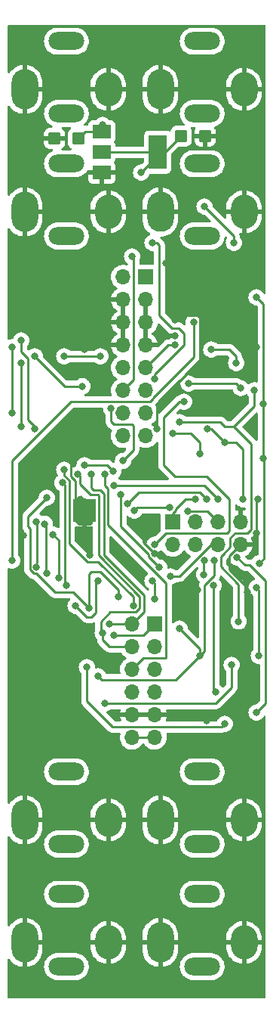
<source format=gbr>
%TF.GenerationSoftware,KiCad,Pcbnew,(6.0.5)*%
%TF.CreationDate,2022-06-21T23:16:53+02:00*%
%TF.ProjectId,eurorack-pmod-pcb,6575726f-7261-4636-9b2d-706d6f642d70,rev?*%
%TF.SameCoordinates,Original*%
%TF.FileFunction,Copper,L2,Bot*%
%TF.FilePolarity,Positive*%
%FSLAX46Y46*%
G04 Gerber Fmt 4.6, Leading zero omitted, Abs format (unit mm)*
G04 Created by KiCad (PCBNEW (6.0.5)) date 2022-06-21 23:16:53*
%MOMM*%
%LPD*%
G01*
G04 APERTURE LIST*
G04 Aperture macros list*
%AMRoundRect*
0 Rectangle with rounded corners*
0 $1 Rounding radius*
0 $2 $3 $4 $5 $6 $7 $8 $9 X,Y pos of 4 corners*
0 Add a 4 corners polygon primitive as box body*
4,1,4,$2,$3,$4,$5,$6,$7,$8,$9,$2,$3,0*
0 Add four circle primitives for the rounded corners*
1,1,$1+$1,$2,$3*
1,1,$1+$1,$4,$5*
1,1,$1+$1,$6,$7*
1,1,$1+$1,$8,$9*
0 Add four rect primitives between the rounded corners*
20,1,$1+$1,$2,$3,$4,$5,0*
20,1,$1+$1,$4,$5,$6,$7,0*
20,1,$1+$1,$6,$7,$8,$9,0*
20,1,$1+$1,$8,$9,$2,$3,0*%
G04 Aperture macros list end*
%TA.AperFunction,ComponentPad*%
%ADD10O,3.000000X4.500000*%
%TD*%
%TA.AperFunction,ComponentPad*%
%ADD11O,3.000000X3.800000*%
%TD*%
%TA.AperFunction,ComponentPad*%
%ADD12O,4.000000X2.000000*%
%TD*%
%TA.AperFunction,ComponentPad*%
%ADD13C,0.500000*%
%TD*%
%TA.AperFunction,SMDPad,CuDef*%
%ADD14R,2.500000X2.500000*%
%TD*%
%TA.AperFunction,SMDPad,CuDef*%
%ADD15R,2.000000X1.500000*%
%TD*%
%TA.AperFunction,SMDPad,CuDef*%
%ADD16R,2.000000X3.800000*%
%TD*%
%TA.AperFunction,ComponentPad*%
%ADD17R,1.700000X1.700000*%
%TD*%
%TA.AperFunction,ComponentPad*%
%ADD18O,1.700000X1.700000*%
%TD*%
%TA.AperFunction,SMDPad,CuDef*%
%ADD19RoundRect,0.250000X0.450000X0.425000X-0.450000X0.425000X-0.450000X-0.425000X0.450000X-0.425000X0*%
%TD*%
%TA.AperFunction,SMDPad,CuDef*%
%ADD20RoundRect,0.250000X-0.450000X-0.425000X0.450000X-0.425000X0.450000X0.425000X-0.450000X0.425000X0*%
%TD*%
%TA.AperFunction,ViaPad*%
%ADD21C,0.800000*%
%TD*%
%TA.AperFunction,Conductor*%
%ADD22C,0.250000*%
%TD*%
%TA.AperFunction,Conductor*%
%ADD23C,0.254000*%
%TD*%
G04 APERTURE END LIST*
D10*
%TO.P,J6,S*%
%TO.N,GND*%
X2412000Y-21428000D03*
D11*
X11812000Y-21428000D03*
D12*
%TO.P,J6,T*%
%TO.N,Net-(J6-PadT)*%
X7112000Y-16028000D03*
%TO.P,J6,TN*%
%TO.N,unconnected-(J6-PadTN)*%
X7112000Y-24128000D03*
%TD*%
D13*
%TO.P,U3,33,PAD*%
%TO.N,GND*%
X9144000Y-53864000D03*
X8144000Y-54864000D03*
X9144000Y-55864000D03*
X10144000Y-55864000D03*
X10144000Y-54864000D03*
X8144000Y-53864000D03*
X9144000Y-54864000D03*
X8144000Y-55864000D03*
X10144000Y-53864000D03*
D14*
X9144000Y-54864000D03*
%TD*%
D11*
%TO.P,J4,S*%
%TO.N,GND*%
X27052000Y-21428000D03*
D10*
X17652000Y-21428000D03*
D12*
%TO.P,J4,T*%
%TO.N,Net-(J4-PadT)*%
X22352000Y-16028000D03*
%TO.P,J4,TN*%
%TO.N,unconnected-(J4-PadTN)*%
X22352000Y-24128000D03*
%TD*%
D11*
%TO.P,J11,S*%
%TO.N,GND*%
X27052000Y-103216000D03*
D10*
X17652000Y-103216000D03*
D12*
%TO.P,J11,T*%
%TO.N,Net-(J11-PadT)*%
X22352000Y-97816000D03*
%TO.P,J11,TN*%
%TO.N,unconnected-(J11-PadTN)*%
X22352000Y-105916000D03*
%TD*%
D10*
%TO.P,J9,S*%
%TO.N,GND*%
X2412000Y-103216000D03*
D11*
X11812000Y-103216000D03*
D12*
%TO.P,J9,T*%
%TO.N,Net-(J9-PadT)*%
X7112000Y-97816000D03*
%TO.P,J9,TN*%
%TO.N,unconnected-(J9-PadTN)*%
X7112000Y-105916000D03*
%TD*%
D10*
%TO.P,J10,S*%
%TO.N,GND*%
X17652000Y-89500000D03*
D11*
X27052000Y-89500000D03*
D12*
%TO.P,J10,T*%
%TO.N,Net-(J10-PadT)*%
X22352000Y-84100000D03*
%TO.P,J10,TN*%
%TO.N,unconnected-(J10-PadTN)*%
X22352000Y-92200000D03*
%TD*%
D10*
%TO.P,J8,S*%
%TO.N,GND*%
X2412000Y-89500000D03*
D11*
X11812000Y-89500000D03*
D12*
%TO.P,J8,T*%
%TO.N,Net-(J8-PadT)*%
X7112000Y-84100000D03*
%TO.P,J8,TN*%
%TO.N,unconnected-(J8-PadTN)*%
X7112000Y-92200000D03*
%TD*%
D11*
%TO.P,J5,S*%
%TO.N,GND*%
X27052000Y-7712000D03*
D10*
X17652000Y-7712000D03*
D12*
%TO.P,J5,T*%
%TO.N,Net-(J5-PadT)*%
X22352000Y-2312000D03*
%TO.P,J5,TN*%
%TO.N,unconnected-(J5-PadTN)*%
X22352000Y-10412000D03*
%TD*%
D11*
%TO.P,J7,S*%
%TO.N,GND*%
X11812000Y-7712000D03*
D10*
X2412000Y-7712000D03*
D12*
%TO.P,J7,T*%
%TO.N,Net-(J7-PadT)*%
X7112000Y-2312000D03*
%TO.P,J7,TN*%
%TO.N,unconnected-(J7-PadTN)*%
X7112000Y-10412000D03*
%TD*%
D15*
%TO.P,U1,1,GND*%
%TO.N,GND*%
X11074000Y-17032000D03*
D16*
%TO.P,U1,2,VO*%
%TO.N,+3.3VA*%
X17374000Y-14732000D03*
D15*
X11074000Y-14732000D03*
%TO.P,U1,3,VI*%
%TO.N,+5V*%
X11074000Y-12432000D03*
%TD*%
D17*
%TO.P,J3,1,Pin_1*%
%TO.N,-12V*%
X16007000Y-28717000D03*
D18*
%TO.P,J3,2,Pin_2*%
X13467000Y-28717000D03*
%TO.P,J3,3,Pin_3*%
%TO.N,GND*%
X16007000Y-31257000D03*
%TO.P,J3,4,Pin_4*%
X13467000Y-31257000D03*
%TO.P,J3,5,Pin_5*%
X16007000Y-33797000D03*
%TO.P,J3,6,Pin_6*%
X13467000Y-33797000D03*
%TO.P,J3,7,Pin_7*%
X16007000Y-36337000D03*
%TO.P,J3,8,Pin_8*%
X13467000Y-36337000D03*
%TO.P,J3,9,Pin_9*%
%TO.N,+12V*%
X16007000Y-38877000D03*
%TO.P,J3,10,Pin_10*%
X13467000Y-38877000D03*
%TO.P,J3,11,Pin_11*%
%TO.N,+5V*%
X16007000Y-41417000D03*
%TO.P,J3,12,Pin_12*%
X13467000Y-41417000D03*
%TO.P,J3,13,Pin_13*%
%TO.N,unconnected-(J3-Pad13)*%
X16007000Y-43957000D03*
%TO.P,J3,14,Pin_14*%
%TO.N,unconnected-(J3-Pad14)*%
X13467000Y-43957000D03*
%TO.P,J3,15,Pin_15*%
%TO.N,unconnected-(J3-Pad15)*%
X16007000Y-46497000D03*
%TO.P,J3,16,Pin_16*%
%TO.N,unconnected-(J3-Pad16)*%
X13467000Y-46497000D03*
%TD*%
D19*
%TO.P,C1,1*%
%TO.N,+5V*%
X8462000Y-13208000D03*
%TO.P,C1,2*%
%TO.N,GND*%
X5762000Y-13208000D03*
%TD*%
D17*
%TO.P,J1,1,Pin_1*%
%TO.N,/SDIN2*%
X19060000Y-56129000D03*
D18*
%TO.P,J1,2,Pin_2*%
%TO.N,/SI*%
X19060000Y-58669000D03*
%TO.P,J1,3,Pin_3*%
%TO.N,/SDOUT2*%
X21600000Y-56129000D03*
%TO.P,J1,4,Pin_4*%
%TO.N,/CAD{slash}~{CS}*%
X21600000Y-58669000D03*
%TO.P,J1,5,Pin_5*%
%TO.N,+3.3VA*%
X24140000Y-56129000D03*
%TO.P,J1,6,Pin_6*%
%TO.N,VDD*%
X24140000Y-58669000D03*
%TO.P,J1,7,Pin_7*%
%TO.N,GND*%
X26680000Y-56129000D03*
%TO.P,J1,8,Pin_8*%
X26680000Y-58669000D03*
%TD*%
D17*
%TO.P,J2,1,Pin_1*%
%TO.N,/SDIN1*%
X17023000Y-67564000D03*
D18*
%TO.P,J2,2,Pin_2*%
%TO.N,/SCL*%
X14483000Y-67564000D03*
%TO.P,J2,3,Pin_3*%
%TO.N,/SDOUT1*%
X17023000Y-70104000D03*
%TO.P,J2,4,Pin_4*%
%TO.N,/SDA*%
X14483000Y-70104000D03*
%TO.P,J2,5,Pin_5*%
%TO.N,/LRCK*%
X17023000Y-72644000D03*
%TO.P,J2,6,Pin_6*%
%TO.N,/PDN*%
X14483000Y-72644000D03*
%TO.P,J2,7,Pin_7*%
%TO.N,/BICK*%
X17023000Y-75184000D03*
%TO.P,J2,8,Pin_8*%
%TO.N,/MCLK*%
X14483000Y-75184000D03*
%TO.P,J2,9,Pin_9*%
%TO.N,GND*%
X17023000Y-77724000D03*
%TO.P,J2,10,Pin_10*%
X14483000Y-77724000D03*
%TO.P,J2,11,Pin_11*%
%TO.N,VDD*%
X17023000Y-80264000D03*
%TO.P,J2,12,Pin_12*%
X14483000Y-80264000D03*
%TD*%
D20*
%TO.P,C2,1*%
%TO.N,+3.3VA*%
X19986000Y-12954000D03*
%TO.P,C2,2*%
%TO.N,GND*%
X22686000Y-12954000D03*
%TD*%
D21*
%TO.N,+5V*%
X14478000Y-26416000D03*
X11176000Y-11684000D03*
%TO.N,GND*%
X28448000Y-57404000D03*
X17272000Y-45720000D03*
X27940000Y-44958000D03*
X27432000Y-64008000D03*
X12446000Y-48006000D03*
X14732000Y-61722000D03*
X7620000Y-44704000D03*
X7874000Y-47244000D03*
X4826000Y-64516000D03*
X19304000Y-33528000D03*
X19304000Y-35306000D03*
X22885542Y-78364989D03*
X28448000Y-36576000D03*
X21844000Y-63754000D03*
X2540000Y-54102000D03*
X19812000Y-63246000D03*
X28579011Y-53575578D03*
X10725444Y-46044989D03*
X2286000Y-57658000D03*
X17018000Y-59690000D03*
X5588000Y-78994000D03*
X25400000Y-44196000D03*
X9144000Y-36830000D03*
X9733586Y-59871012D03*
X15507065Y-49655105D03*
X10079667Y-79031500D03*
X18288000Y-27178000D03*
X15748000Y-56134000D03*
%TO.N,+3.3VA*%
X13462001Y-49293941D03*
X14732000Y-54864000D03*
X20720303Y-54976962D03*
X17018000Y-40132000D03*
X18692544Y-54536799D03*
X16764000Y-24892000D03*
X12125937Y-43406901D03*
X15494000Y-17018000D03*
%TO.N,VDD*%
X18796000Y-62230000D03*
X17018000Y-64770000D03*
X16764000Y-62738000D03*
X4906000Y-53420000D03*
X12954000Y-64516000D03*
X9652000Y-65786000D03*
%TO.N,+12V*%
X24892000Y-47244000D03*
X22940333Y-45682500D03*
X22098000Y-71120000D03*
X8890000Y-40940500D03*
X19812000Y-68072000D03*
X3556000Y-37592000D03*
X10668000Y-73406000D03*
X26924000Y-53594000D03*
X19284982Y-36332419D03*
X23717989Y-60415949D03*
%TO.N,-12V*%
X6858000Y-37592000D03*
X25654000Y-72136000D03*
X26162000Y-38354000D03*
X10922000Y-37592000D03*
X28194000Y-41402000D03*
X19812000Y-44958000D03*
X11430000Y-76454000D03*
X26447498Y-67276879D03*
X23368000Y-36830000D03*
%TO.N,/SDIN2*%
X22098000Y-48514000D03*
X21590000Y-53594000D03*
X19080665Y-46258665D03*
%TO.N,/SI*%
X9144000Y-49784000D03*
X12370046Y-50460413D03*
%TO.N,/SDIN1*%
X6655020Y-51766077D03*
X12446000Y-68834000D03*
X7112000Y-63246000D03*
%TO.N,/SCL*%
X11938000Y-67564000D03*
X9903185Y-50797185D03*
%TO.N,/SDOUT1*%
X14630557Y-65494500D03*
X6858000Y-50292000D03*
%TO.N,/SDA*%
X8386326Y-50795728D03*
X11176000Y-68580000D03*
%TO.N,/LRCK*%
X3691988Y-56104674D03*
X3729667Y-61176500D03*
%TO.N,/PDN*%
X11430000Y-50800000D03*
%TO.N,/BICK*%
X4892093Y-61850119D03*
X4661989Y-56345720D03*
%TO.N,/MCLK*%
X6214504Y-62413000D03*
X5610364Y-57566691D03*
%TO.N,Net-(J4-PadT)*%
X22606000Y-20828000D03*
X25908000Y-24892000D03*
%TO.N,Net-(J6-PadT)*%
X1016000Y-36576000D03*
X1016000Y-43942000D03*
%TO.N,Net-(J11-PadT)*%
X23876000Y-75184000D03*
X23626299Y-63250299D03*
%TO.N,/-VCOM*%
X28448000Y-30988000D03*
X29210000Y-42926000D03*
X9398000Y-72390000D03*
X28702000Y-71120000D03*
X24892000Y-78740000D03*
X28448000Y-63500000D03*
X20828000Y-40640000D03*
X29210000Y-49022000D03*
X28739500Y-60768637D03*
X26670000Y-41148000D03*
%TO.N,/dual_mono_inputs1/IN1_3V*%
X20320000Y-42672000D03*
X17022299Y-58669701D03*
%TO.N,/dual_mono_inputs1/IN2_3V*%
X21371500Y-33801005D03*
X1016000Y-60452000D03*
%TO.N,/dual_mono_inputs2/IN1_3V*%
X2032000Y-45466000D03*
X2032000Y-38354000D03*
%TO.N,/dual_mono_inputs2/IN2_3V*%
X3551701Y-45715701D03*
X2032000Y-35814000D03*
%TO.N,/dual_mono_outputs1/OUT1*%
X13970000Y-54102000D03*
X22860000Y-53594000D03*
X22549312Y-62024090D03*
X22606000Y-60452000D03*
%TO.N,/dual_mono_outputs1/OUT2*%
X8128000Y-65532000D03*
X10668000Y-62738000D03*
X13208000Y-53086000D03*
X17532313Y-61228911D03*
%TO.N,/dual_mono_outputs2/OUT1*%
X12446000Y-52070000D03*
X24130000Y-53594000D03*
X28448000Y-77470000D03*
X26277425Y-60096173D03*
%TD*%
D22*
%TO.N,+5V*%
X14641511Y-40242489D02*
X14641511Y-26579511D01*
X13467000Y-41417000D02*
X14641511Y-40242489D01*
X9238000Y-12432000D02*
X11074000Y-12432000D01*
X8462000Y-13208000D02*
X9238000Y-12432000D01*
X14641511Y-26579511D02*
X14478000Y-26416000D01*
%TO.N,GND*%
X9398000Y-56118000D02*
X9144000Y-55864000D01*
X27432000Y-64008000D02*
X27432000Y-63500000D01*
X7620000Y-47498000D02*
X7874000Y-47244000D01*
D23*
X28448000Y-53706589D02*
X28448000Y-57404000D01*
X22098000Y-38100000D02*
X22098000Y-33274000D01*
X17272000Y-42926000D02*
X22098000Y-38100000D01*
D22*
X8144000Y-53864000D02*
X8144000Y-51578000D01*
X27432000Y-63500000D02*
X25400000Y-61468000D01*
X25400000Y-61468000D02*
X25400000Y-59949000D01*
X7620000Y-51054000D02*
X7620000Y-47498000D01*
X25400000Y-59949000D02*
X26680000Y-58669000D01*
X15748000Y-58420000D02*
X15748000Y-56134000D01*
D23*
X22098000Y-33274000D02*
X21844000Y-33020000D01*
X19812000Y-33020000D02*
X19304000Y-33528000D01*
X21844000Y-33020000D02*
X19812000Y-33020000D01*
X28579011Y-53575578D02*
X28448000Y-53706589D01*
X17272000Y-45720000D02*
X17272000Y-42926000D01*
D22*
X8144000Y-51578000D02*
X7620000Y-51054000D01*
X17018000Y-59690000D02*
X15748000Y-58420000D01*
%TO.N,+3.3VA*%
X18220194Y-54551510D02*
X18407132Y-54364572D01*
X18407132Y-54364572D02*
X18520317Y-54364572D01*
X20320000Y-35056236D02*
X19692786Y-34429022D01*
X15044489Y-54551511D02*
X18220194Y-54551510D01*
X12125937Y-44891937D02*
X12446000Y-45212000D01*
X18520317Y-54364572D02*
X18692544Y-54536799D01*
X18930785Y-34429021D02*
X17526000Y-33024236D01*
X21091028Y-54976962D02*
X20720303Y-54976962D01*
X12446000Y-45212000D02*
X14478000Y-45212000D01*
X14478000Y-45212000D02*
X14641511Y-45375511D01*
X20320000Y-36322000D02*
X20320000Y-35056236D01*
X14732000Y-54864000D02*
X15044489Y-54551511D01*
X17018000Y-39624000D02*
X20320000Y-36322000D01*
X14641511Y-45375511D02*
X14641511Y-48114431D01*
X22965489Y-54954489D02*
X21113501Y-54954489D01*
X19986000Y-12954000D02*
X18208000Y-14732000D01*
X17374000Y-15138000D02*
X17374000Y-14732000D01*
X12125937Y-43406901D02*
X12125937Y-44891937D01*
X14641511Y-48114431D02*
X13462001Y-49293941D01*
X15494000Y-17018000D02*
X17374000Y-15138000D01*
X21113501Y-54954489D02*
X21091028Y-54976962D01*
X17526000Y-33024236D02*
X17526000Y-25146000D01*
X18208000Y-14732000D02*
X17374000Y-14732000D01*
X11074000Y-14732000D02*
X17374000Y-14732000D01*
X17526000Y-25146000D02*
X17272000Y-24892000D01*
X17018000Y-40132000D02*
X17018000Y-39624000D01*
X17272000Y-24892000D02*
X16764000Y-24892000D01*
X24140000Y-56129000D02*
X22965489Y-54954489D01*
X19692786Y-34429022D02*
X18930785Y-34429021D01*
%TO.N,VDD*%
X9652000Y-65786000D02*
X9652000Y-61976000D01*
X9906000Y-61722000D02*
X10922000Y-61722000D01*
X2794000Y-55532000D02*
X2794000Y-56642000D01*
X4906000Y-53420000D02*
X2794000Y-55532000D01*
X3429568Y-61901001D02*
X3683568Y-61901001D01*
X3005166Y-61476599D02*
X3429568Y-61901001D01*
X11938000Y-62738000D02*
X12954000Y-63754000D01*
X18796000Y-62230000D02*
X19803400Y-62230000D01*
X3683568Y-61901001D02*
X5790567Y-64008000D01*
X19803400Y-62230000D02*
X23364400Y-58669000D01*
X17018000Y-64770000D02*
X17018000Y-62992000D01*
X9652000Y-61976000D02*
X9906000Y-61722000D01*
X2794000Y-56642000D02*
X3013323Y-56861323D01*
X10922000Y-61722000D02*
X11938000Y-62738000D01*
X12954000Y-63754000D02*
X12954000Y-64516000D01*
X3005166Y-60617934D02*
X3005166Y-61476599D01*
X23364400Y-58669000D02*
X24140000Y-58669000D01*
X3013323Y-56861323D02*
X3013323Y-60609777D01*
X5790567Y-64008000D02*
X7874000Y-64008000D01*
X17023000Y-80264000D02*
X14483000Y-80264000D01*
X17018000Y-62992000D02*
X16764000Y-62738000D01*
X3013323Y-60609777D02*
X3005166Y-60617934D01*
X7874000Y-64008000D02*
X9652000Y-65786000D01*
%TO.N,+12V*%
X22606000Y-70612000D02*
X22606000Y-63246000D01*
X24892000Y-47244000D02*
X23330500Y-45682500D01*
X26924000Y-48006000D02*
X26924000Y-53594000D01*
X22606000Y-63246000D02*
X23717989Y-62134011D01*
X23717989Y-62134011D02*
X23717989Y-60415949D01*
X11080511Y-73818511D02*
X19399489Y-73818511D01*
X22098000Y-71120000D02*
X22606000Y-70612000D01*
X26162000Y-47244000D02*
X26924000Y-48006000D01*
X22098000Y-70358000D02*
X19812000Y-68072000D01*
X23330500Y-45682500D02*
X22940333Y-45682500D01*
X18551581Y-36332419D02*
X19284982Y-36332419D01*
X16007000Y-38877000D02*
X18551581Y-36332419D01*
X24892000Y-47244000D02*
X26162000Y-47244000D01*
X22098000Y-71120000D02*
X22098000Y-70358000D01*
X6904500Y-40940500D02*
X3556000Y-37592000D01*
X19399489Y-73818511D02*
X22098000Y-71120000D01*
X10668000Y-73406000D02*
X11080511Y-73818511D01*
X8890000Y-40940500D02*
X6904500Y-40940500D01*
%TO.N,-12V*%
X19812000Y-44958000D02*
X24384000Y-44958000D01*
X6858000Y-37592000D02*
X10922000Y-37592000D01*
X26924000Y-44450000D02*
X28194000Y-43180000D01*
X24721521Y-59748489D02*
X25505489Y-58964521D01*
X11430000Y-76454000D02*
X23876000Y-76454000D01*
X24705807Y-59748489D02*
X24721521Y-59748489D01*
X25505489Y-57928521D02*
X26030010Y-57404000D01*
X27432000Y-57404000D02*
X27854511Y-56981489D01*
X26447498Y-67276879D02*
X26447498Y-63151202D01*
X26162000Y-37592000D02*
X26162000Y-38354000D01*
X25654000Y-74676000D02*
X25654000Y-72136000D01*
X26030010Y-57404000D02*
X27432000Y-57404000D01*
X24442489Y-61146193D02*
X24442489Y-60011807D01*
X27854511Y-47412511D02*
X25908000Y-45466000D01*
X28194000Y-43180000D02*
X28194000Y-41402000D01*
X24442489Y-60011807D02*
X24705807Y-59748489D01*
X24892000Y-45466000D02*
X25908000Y-45466000D01*
X25908000Y-45466000D02*
X26924000Y-44450000D01*
X25400000Y-36830000D02*
X26162000Y-37592000D01*
X27854511Y-56981489D02*
X27854511Y-47412511D01*
X25505489Y-58964521D02*
X25505489Y-57928521D01*
X23368000Y-36830000D02*
X25400000Y-36830000D01*
X23876000Y-76454000D02*
X25654000Y-74676000D01*
X24384000Y-44958000D02*
X24892000Y-45466000D01*
X26447498Y-63151202D02*
X24442489Y-61146193D01*
%TO.N,/SDIN2*%
X21590000Y-53594000D02*
X20499908Y-53594000D01*
X21112665Y-46258665D02*
X19080665Y-46258665D01*
X19060000Y-55193943D02*
X19060000Y-56129000D01*
X20499908Y-53594000D02*
X19417045Y-54676863D01*
X19417045Y-54836898D02*
X19060000Y-55193943D01*
X19417045Y-54676863D02*
X19417045Y-54836898D01*
X22098000Y-48514000D02*
X22098000Y-47244000D01*
X22098000Y-47244000D02*
X21112665Y-46258665D01*
%TO.N,/SI*%
X9144000Y-49784000D02*
X11693633Y-49784000D01*
X11693633Y-49784000D02*
X12370046Y-50460413D01*
D23*
%TO.N,/SDIN1*%
X15753000Y-68834000D02*
X17023000Y-67564000D01*
X12446000Y-68834000D02*
X15753000Y-68834000D01*
X7112000Y-63246000D02*
X6968978Y-63102978D01*
X6968978Y-63102978D02*
X6968978Y-52080035D01*
X6968978Y-52080035D02*
X6655020Y-51766077D01*
D22*
%TO.N,/SCL*%
X9903185Y-50797185D02*
X9903185Y-52321185D01*
X15804569Y-66242431D02*
X14483000Y-67564000D01*
X10922000Y-52578000D02*
X11309488Y-52965488D01*
X15804569Y-64321208D02*
X15804569Y-66242431D01*
X14483000Y-67564000D02*
X11938000Y-67564000D01*
X11309488Y-52965488D02*
X11309488Y-59826127D01*
X9903185Y-52321185D02*
X10160000Y-52578000D01*
X11309488Y-59826127D02*
X15804569Y-64321208D01*
X10160000Y-52578000D02*
X10922000Y-52578000D01*
D23*
%TO.N,/SDOUT1*%
X9432657Y-60597513D02*
X7422489Y-58587345D01*
X10690045Y-60597513D02*
X9432657Y-60597513D01*
X6858000Y-50930532D02*
X6858000Y-50292000D01*
X7422489Y-51495021D02*
X6858000Y-50930532D01*
X14630557Y-64538025D02*
X10690045Y-60597513D01*
X14630557Y-65494500D02*
X14630557Y-64538025D01*
X7422489Y-58587345D02*
X7422489Y-51495021D01*
D22*
%TO.N,/SDA*%
X10668000Y-53086000D02*
X9779704Y-53086000D01*
X9779704Y-53086000D02*
X8593511Y-51899807D01*
X10959499Y-67263901D02*
X12004399Y-66219001D01*
X11176000Y-69342000D02*
X11176000Y-68580000D01*
X11176000Y-68580000D02*
X10959499Y-68363499D01*
X11938000Y-70104000D02*
X11176000Y-69342000D01*
X14930656Y-66219001D02*
X15355058Y-65794599D01*
X10718511Y-59870854D02*
X10718511Y-53136511D01*
X15355058Y-65794599D02*
X15355058Y-64507401D01*
X10718511Y-53136511D02*
X10668000Y-53086000D01*
X10959499Y-68363499D02*
X10959499Y-67263901D01*
X15355058Y-64507401D02*
X10718511Y-59870854D01*
X8593511Y-51002913D02*
X8386326Y-50795728D01*
X8593511Y-51899807D02*
X8593511Y-51002913D01*
X12004399Y-66219001D02*
X14930656Y-66219001D01*
X14483000Y-70104000D02*
X11938000Y-70104000D01*
D23*
%TO.N,/LRCK*%
X3691988Y-56104674D02*
X3810000Y-56222686D01*
X3810000Y-60706000D02*
X3729667Y-60786333D01*
X3729667Y-60786333D02*
X3729667Y-61176500D01*
X3810000Y-56222686D02*
X3810000Y-60706000D01*
D22*
%TO.N,/PDN*%
X14483000Y-72644000D02*
X15753000Y-71374000D01*
X11430000Y-52078600D02*
X11430000Y-50800000D01*
X11758999Y-56480197D02*
X11758999Y-52407599D01*
X15753000Y-71374000D02*
X18288000Y-71374000D01*
X18288000Y-71374000D02*
X18288000Y-63009198D01*
X11758999Y-52407599D02*
X11430000Y-52078600D01*
X18288000Y-63009198D02*
X11758999Y-56480197D01*
D23*
%TO.N,/BICK*%
X4826000Y-61784026D02*
X4892093Y-61850119D01*
X4826000Y-56509731D02*
X4826000Y-61784026D01*
X4661989Y-56345720D02*
X4826000Y-56509731D01*
%TO.N,/MCLK*%
X6214504Y-62413000D02*
X6214504Y-58170831D01*
X6214504Y-58170831D02*
X5610364Y-57566691D01*
D22*
%TO.N,Net-(J4-PadT)*%
X25908000Y-24130000D02*
X22606000Y-20828000D01*
X25908000Y-24892000D02*
X25908000Y-24130000D01*
%TO.N,Net-(J6-PadT)*%
X1016000Y-36576000D02*
X1016000Y-43942000D01*
%TO.N,Net-(J11-PadT)*%
X23622000Y-63254598D02*
X23626299Y-63250299D01*
X23876000Y-75184000D02*
X23622000Y-74930000D01*
X23622000Y-74930000D02*
X23622000Y-63254598D01*
%TO.N,/-VCOM*%
X12287489Y-79089489D02*
X24542511Y-79089489D01*
X9398000Y-72390000D02*
X9398000Y-76200000D01*
X29210000Y-42926000D02*
X29210000Y-49022000D01*
X9398000Y-76200000D02*
X10668000Y-77470000D01*
X28702000Y-63754000D02*
X28448000Y-63500000D01*
X28448000Y-30988000D02*
X29210000Y-31750000D01*
X29210000Y-49022000D02*
X29303512Y-49115512D01*
X20828000Y-40640000D02*
X26162000Y-40640000D01*
X29303512Y-60204625D02*
X28739500Y-60768637D01*
X29210000Y-31750000D02*
X29210000Y-32766000D01*
X29303512Y-49115512D02*
X29303512Y-60204625D01*
X24542511Y-79089489D02*
X24892000Y-78740000D01*
X10668000Y-77470000D02*
X12287489Y-79089489D01*
X26162000Y-40640000D02*
X26670000Y-41148000D01*
X29210000Y-32766000D02*
X29210000Y-42926000D01*
X28702000Y-71120000D02*
X28702000Y-63754000D01*
%TO.N,/dual_mono_inputs1/IN1_3V*%
X20320000Y-42672000D02*
X19812000Y-42672000D01*
X18034000Y-49784000D02*
X19304000Y-51054000D01*
X25400000Y-57150000D02*
X25146000Y-57404000D01*
X18288000Y-57404000D02*
X17022299Y-58669701D01*
X18034000Y-44450000D02*
X18034000Y-49784000D01*
X19304000Y-51054000D02*
X22860000Y-51054000D01*
X25400000Y-53594000D02*
X25400000Y-57150000D01*
X22860000Y-51054000D02*
X25400000Y-53594000D01*
X25146000Y-57404000D02*
X18288000Y-57404000D01*
X19812000Y-42672000D02*
X18034000Y-44450000D01*
%TO.N,/dual_mono_inputs1/IN2_3V*%
X16820489Y-42361511D02*
X16820489Y-42264521D01*
X21371500Y-37713510D02*
X21371500Y-33801005D01*
X16820489Y-42264521D02*
X21371500Y-37713510D01*
X11938000Y-42672000D02*
X16510000Y-42672000D01*
X16510000Y-42672000D02*
X16820489Y-42361511D01*
X1016000Y-49276000D02*
X7609600Y-42682400D01*
X11927600Y-42682400D02*
X11938000Y-42672000D01*
X1016000Y-60452000D02*
X1016000Y-49276000D01*
X7609600Y-42682400D02*
X11927600Y-42682400D01*
%TO.N,/dual_mono_inputs2/IN1_3V*%
X2032000Y-38354000D02*
X2032000Y-45466000D01*
%TO.N,/dual_mono_inputs2/IN2_3V*%
X2794000Y-37846000D02*
X2794000Y-44704000D01*
X2032000Y-35814000D02*
X2032000Y-37084000D01*
X2032000Y-37084000D02*
X2794000Y-37846000D01*
X2794000Y-44704000D02*
X3551701Y-45461701D01*
X3551701Y-45461701D02*
X3551701Y-45715701D01*
%TO.N,/dual_mono_outputs1/OUT1*%
X22549312Y-60508688D02*
X22606000Y-60452000D01*
X21844000Y-52832000D02*
X22098000Y-52832000D01*
X13970000Y-54102000D02*
X15240000Y-52832000D01*
X22549312Y-62024090D02*
X22549312Y-60508688D01*
X22098000Y-52832000D02*
X22860000Y-53594000D01*
X15240000Y-52832000D02*
X21844000Y-52832000D01*
%TO.N,/dual_mono_outputs1/OUT2*%
X10414000Y-62992000D02*
X10414000Y-66040000D01*
X16293499Y-59736101D02*
X16293499Y-59990099D01*
X10668000Y-62738000D02*
X10414000Y-62992000D01*
X13208000Y-53086000D02*
X13208000Y-56650602D01*
X13208000Y-56650602D02*
X16293499Y-59736101D01*
X16293499Y-59990099D02*
X17532313Y-61228911D01*
X9906000Y-66802000D02*
X9398000Y-66802000D01*
X10414000Y-66294000D02*
X9906000Y-66802000D01*
X10414000Y-66040000D02*
X10414000Y-66294000D01*
X9398000Y-66802000D02*
X8128000Y-65532000D01*
%TO.N,/dual_mono_outputs2/OUT1*%
X29464000Y-62738000D02*
X27686000Y-60960000D01*
X27141252Y-60960000D02*
X26277425Y-60096173D01*
X27686000Y-60960000D02*
X27141252Y-60960000D01*
X29464000Y-76454000D02*
X29464000Y-62738000D01*
X12446000Y-52070000D02*
X22606000Y-52070000D01*
X22606000Y-52070000D02*
X24130000Y-53594000D01*
X28448000Y-77470000D02*
X29464000Y-76454000D01*
%TD*%
%TA.AperFunction,Conductor*%
%TO.N,GND*%
G36*
X11157538Y-43335902D02*
G01*
X11204031Y-43389558D01*
X11214727Y-43428729D01*
X11230679Y-43580500D01*
X11232395Y-43596829D01*
X11291410Y-43778457D01*
X11386897Y-43943845D01*
X11460074Y-44025116D01*
X11490790Y-44089122D01*
X11492437Y-44109425D01*
X11492437Y-44813170D01*
X11491910Y-44824353D01*
X11490235Y-44831846D01*
X11490484Y-44839772D01*
X11490484Y-44839773D01*
X11492375Y-44899923D01*
X11492437Y-44903882D01*
X11492437Y-44931793D01*
X11492934Y-44935727D01*
X11492934Y-44935728D01*
X11492942Y-44935793D01*
X11493875Y-44947630D01*
X11495264Y-44991826D01*
X11500915Y-45011276D01*
X11504924Y-45030637D01*
X11507463Y-45050734D01*
X11510382Y-45058105D01*
X11510382Y-45058107D01*
X11523741Y-45091849D01*
X11527586Y-45103079D01*
X11539919Y-45145530D01*
X11543952Y-45152349D01*
X11543954Y-45152354D01*
X11550230Y-45162965D01*
X11558925Y-45180713D01*
X11566385Y-45199554D01*
X11571047Y-45205970D01*
X11571047Y-45205971D01*
X11592373Y-45235324D01*
X11598889Y-45245244D01*
X11617121Y-45276072D01*
X11621395Y-45283299D01*
X11635716Y-45297620D01*
X11648556Y-45312653D01*
X11660465Y-45329044D01*
X11677948Y-45343507D01*
X11694542Y-45357235D01*
X11703321Y-45365225D01*
X11942343Y-45604247D01*
X11949887Y-45612537D01*
X11954000Y-45619018D01*
X11959777Y-45624443D01*
X12003667Y-45665658D01*
X12006509Y-45668413D01*
X12026230Y-45688134D01*
X12029425Y-45690612D01*
X12038447Y-45698318D01*
X12070679Y-45728586D01*
X12077628Y-45732406D01*
X12088432Y-45738346D01*
X12104956Y-45749199D01*
X12120959Y-45761613D01*
X12160138Y-45778568D01*
X12214710Y-45823977D01*
X12236070Y-45891685D01*
X12224382Y-45947254D01*
X12189869Y-46021604D01*
X12189865Y-46021616D01*
X12187688Y-46026305D01*
X12127989Y-46241570D01*
X12127440Y-46246707D01*
X12126742Y-46253237D01*
X12104251Y-46463695D01*
X12104548Y-46468848D01*
X12104548Y-46468851D01*
X12112831Y-46612498D01*
X12117110Y-46686715D01*
X12118247Y-46691761D01*
X12118248Y-46691767D01*
X12139275Y-46785069D01*
X12166222Y-46904639D01*
X12250266Y-47111616D01*
X12262752Y-47131991D01*
X12363357Y-47296164D01*
X12366987Y-47302088D01*
X12513250Y-47470938D01*
X12685126Y-47613632D01*
X12878000Y-47726338D01*
X13086692Y-47806030D01*
X13091760Y-47807061D01*
X13091763Y-47807062D01*
X13199017Y-47828883D01*
X13305597Y-47850567D01*
X13310772Y-47850757D01*
X13310774Y-47850757D01*
X13523673Y-47858564D01*
X13523677Y-47858564D01*
X13528837Y-47858753D01*
X13533957Y-47858097D01*
X13533959Y-47858097D01*
X13617320Y-47847418D01*
X13704624Y-47836234D01*
X13774733Y-47847418D01*
X13827667Y-47894731D01*
X13846618Y-47963152D01*
X13825570Y-48030957D01*
X13809728Y-48050308D01*
X13511500Y-48348536D01*
X13449188Y-48382562D01*
X13422405Y-48385441D01*
X13366514Y-48385441D01*
X13360062Y-48386813D01*
X13360057Y-48386813D01*
X13273114Y-48405294D01*
X13179713Y-48425147D01*
X13173683Y-48427832D01*
X13173682Y-48427832D01*
X13011279Y-48500138D01*
X13011277Y-48500139D01*
X13005249Y-48502823D01*
X12850748Y-48615075D01*
X12722961Y-48756997D01*
X12627474Y-48922385D01*
X12568459Y-49104013D01*
X12567769Y-49110574D01*
X12567769Y-49110576D01*
X12559389Y-49190305D01*
X12548497Y-49293941D01*
X12549187Y-49300506D01*
X12560983Y-49412743D01*
X12548211Y-49482581D01*
X12499708Y-49534428D01*
X12435673Y-49551913D01*
X12409641Y-49551913D01*
X12341520Y-49531911D01*
X12320546Y-49515008D01*
X12197285Y-49391747D01*
X12189745Y-49383461D01*
X12185633Y-49376982D01*
X12135981Y-49330356D01*
X12133140Y-49327602D01*
X12113403Y-49307865D01*
X12110206Y-49305385D01*
X12101184Y-49297680D01*
X12068954Y-49267414D01*
X12062008Y-49263595D01*
X12062005Y-49263593D01*
X12051199Y-49257652D01*
X12034680Y-49246801D01*
X12028681Y-49242148D01*
X12018674Y-49234386D01*
X12011405Y-49231241D01*
X12011401Y-49231238D01*
X11978096Y-49216826D01*
X11967446Y-49211609D01*
X11928693Y-49190305D01*
X11919541Y-49187955D01*
X11909071Y-49185267D01*
X11890367Y-49178863D01*
X11879053Y-49173967D01*
X11879052Y-49173967D01*
X11871778Y-49170819D01*
X11863955Y-49169580D01*
X11863945Y-49169577D01*
X11828109Y-49163901D01*
X11816489Y-49161495D01*
X11781344Y-49152472D01*
X11781343Y-49152472D01*
X11773663Y-49150500D01*
X11753409Y-49150500D01*
X11733698Y-49148949D01*
X11721519Y-49147020D01*
X11713690Y-49145780D01*
X11705798Y-49146526D01*
X11669672Y-49149941D01*
X11657814Y-49150500D01*
X9852200Y-49150500D01*
X9784079Y-49130498D01*
X9764853Y-49114157D01*
X9764580Y-49114460D01*
X9759668Y-49110037D01*
X9755253Y-49105134D01*
X9733671Y-49089454D01*
X9606094Y-48996763D01*
X9606093Y-48996762D01*
X9600752Y-48992882D01*
X9594724Y-48990198D01*
X9594722Y-48990197D01*
X9432319Y-48917891D01*
X9432318Y-48917891D01*
X9426288Y-48915206D01*
X9313721Y-48891279D01*
X9245944Y-48876872D01*
X9245939Y-48876872D01*
X9239487Y-48875500D01*
X9048513Y-48875500D01*
X9042061Y-48876872D01*
X9042056Y-48876872D01*
X8974279Y-48891279D01*
X8861712Y-48915206D01*
X8855682Y-48917891D01*
X8855681Y-48917891D01*
X8693278Y-48990197D01*
X8693276Y-48990198D01*
X8687248Y-48992882D01*
X8532747Y-49105134D01*
X8528326Y-49110044D01*
X8528325Y-49110045D01*
X8419203Y-49231238D01*
X8404960Y-49247056D01*
X8309473Y-49412444D01*
X8250458Y-49594072D01*
X8249768Y-49600633D01*
X8249768Y-49600635D01*
X8239234Y-49700866D01*
X8230496Y-49784000D01*
X8231186Y-49790565D01*
X8231186Y-49797170D01*
X8228299Y-49797170D01*
X8217762Y-49854594D01*
X8169229Y-49906412D01*
X8131456Y-49921105D01*
X8110503Y-49925559D01*
X8110496Y-49925561D01*
X8104038Y-49926934D01*
X8098008Y-49929619D01*
X8098007Y-49929619D01*
X7935604Y-50001925D01*
X7935602Y-50001926D01*
X7929574Y-50004610D01*
X7924236Y-50008488D01*
X7924233Y-50008490D01*
X7900225Y-50025933D01*
X7833357Y-50049791D01*
X7764205Y-50033709D01*
X7714726Y-49982795D01*
X7706332Y-49962932D01*
X7694569Y-49926728D01*
X7694568Y-49926726D01*
X7692527Y-49920444D01*
X7682652Y-49903339D01*
X7634473Y-49819892D01*
X7597040Y-49755056D01*
X7469253Y-49613134D01*
X7314752Y-49500882D01*
X7308724Y-49498198D01*
X7308722Y-49498197D01*
X7146319Y-49425891D01*
X7146318Y-49425891D01*
X7140288Y-49423206D01*
X7046888Y-49403353D01*
X6959944Y-49384872D01*
X6959939Y-49384872D01*
X6953487Y-49383500D01*
X6762513Y-49383500D01*
X6756061Y-49384872D01*
X6756056Y-49384872D01*
X6669112Y-49403353D01*
X6575712Y-49423206D01*
X6569682Y-49425891D01*
X6569681Y-49425891D01*
X6407278Y-49498197D01*
X6407276Y-49498198D01*
X6401248Y-49500882D01*
X6246747Y-49613134D01*
X6118960Y-49755056D01*
X6081527Y-49819892D01*
X6033349Y-49903339D01*
X6023473Y-49920444D01*
X5964458Y-50102072D01*
X5963768Y-50108633D01*
X5963768Y-50108635D01*
X5956755Y-50175362D01*
X5944496Y-50292000D01*
X5945186Y-50298565D01*
X5961397Y-50452801D01*
X5964458Y-50481928D01*
X6023473Y-50663556D01*
X6118960Y-50828944D01*
X6136168Y-50848056D01*
X6166884Y-50912060D01*
X6158121Y-50982514D01*
X6116592Y-51034300D01*
X6043767Y-51087211D01*
X5915980Y-51229133D01*
X5820493Y-51394521D01*
X5761478Y-51576149D01*
X5741516Y-51766077D01*
X5742206Y-51772642D01*
X5758167Y-51924498D01*
X5761478Y-51956005D01*
X5820493Y-52137633D01*
X5915980Y-52303021D01*
X5920398Y-52307928D01*
X5920399Y-52307929D01*
X5946497Y-52336914D01*
X6043767Y-52444943D01*
X6198268Y-52557195D01*
X6204296Y-52559879D01*
X6204298Y-52559880D01*
X6258727Y-52584113D01*
X6312823Y-52630093D01*
X6333478Y-52699220D01*
X6333478Y-56721808D01*
X6313476Y-56789929D01*
X6259820Y-56836422D01*
X6189546Y-56846526D01*
X6133417Y-56823744D01*
X6072458Y-56779454D01*
X6072457Y-56779453D01*
X6067116Y-56775573D01*
X6061088Y-56772889D01*
X6061086Y-56772888D01*
X5898683Y-56700582D01*
X5898682Y-56700582D01*
X5892652Y-56697897D01*
X5798536Y-56677892D01*
X5712308Y-56659563D01*
X5712303Y-56659563D01*
X5705851Y-56658191D01*
X5682589Y-56658191D01*
X5614468Y-56638189D01*
X5567975Y-56584533D01*
X5557279Y-56519021D01*
X5574803Y-56352285D01*
X5575493Y-56345720D01*
X5562737Y-56224352D01*
X5556221Y-56162355D01*
X5556221Y-56162353D01*
X5555531Y-56155792D01*
X5496516Y-55974164D01*
X5401029Y-55808776D01*
X5330428Y-55730365D01*
X5277664Y-55671765D01*
X5277663Y-55671764D01*
X5273242Y-55666854D01*
X5136933Y-55567819D01*
X5124083Y-55558483D01*
X5124082Y-55558482D01*
X5118741Y-55554602D01*
X5112713Y-55551918D01*
X5112711Y-55551917D01*
X4950308Y-55479611D01*
X4950307Y-55479611D01*
X4944277Y-55476926D01*
X4850876Y-55457073D01*
X4763933Y-55438592D01*
X4763928Y-55438592D01*
X4757476Y-55437220D01*
X4566502Y-55437220D01*
X4560050Y-55438592D01*
X4560045Y-55438592D01*
X4462353Y-55459358D01*
X4425312Y-55467231D01*
X4354522Y-55461829D01*
X4313680Y-55433899D01*
X4312568Y-55435134D01*
X4307656Y-55430711D01*
X4303241Y-55425808D01*
X4214089Y-55361035D01*
X4154085Y-55317439D01*
X4154082Y-55317438D01*
X4148740Y-55313556D01*
X4142706Y-55310870D01*
X4138039Y-55308175D01*
X4089046Y-55256791D01*
X4075611Y-55187078D01*
X4101998Y-55121167D01*
X4111945Y-55109961D01*
X4856501Y-54365405D01*
X4918813Y-54331379D01*
X4945596Y-54328500D01*
X5001487Y-54328500D01*
X5007939Y-54327128D01*
X5007944Y-54327128D01*
X5094887Y-54308647D01*
X5188288Y-54288794D01*
X5224063Y-54272866D01*
X5356722Y-54213803D01*
X5356724Y-54213802D01*
X5362752Y-54211118D01*
X5517253Y-54098866D01*
X5645040Y-53956944D01*
X5732754Y-53805020D01*
X5737223Y-53797279D01*
X5737224Y-53797278D01*
X5740527Y-53791556D01*
X5799542Y-53609928D01*
X5804306Y-53564607D01*
X5818814Y-53426565D01*
X5819504Y-53420000D01*
X5816201Y-53388572D01*
X5800232Y-53236635D01*
X5800232Y-53236633D01*
X5799542Y-53230072D01*
X5740527Y-53048444D01*
X5645040Y-52883056D01*
X5517253Y-52741134D01*
X5362752Y-52628882D01*
X5356724Y-52626198D01*
X5356722Y-52626197D01*
X5194319Y-52553891D01*
X5194318Y-52553891D01*
X5188288Y-52551206D01*
X5094887Y-52531353D01*
X5007944Y-52512872D01*
X5007939Y-52512872D01*
X5001487Y-52511500D01*
X4810513Y-52511500D01*
X4804061Y-52512872D01*
X4804056Y-52512872D01*
X4717113Y-52531353D01*
X4623712Y-52551206D01*
X4617682Y-52553891D01*
X4617681Y-52553891D01*
X4455278Y-52626197D01*
X4455276Y-52626198D01*
X4449248Y-52628882D01*
X4294747Y-52741134D01*
X4166960Y-52883056D01*
X4071473Y-53048444D01*
X4012458Y-53230072D01*
X4011768Y-53236633D01*
X4011768Y-53236635D01*
X3995093Y-53395293D01*
X3968080Y-53460950D01*
X3958878Y-53471218D01*
X3162140Y-54267955D01*
X2401747Y-55028348D01*
X2393461Y-55035888D01*
X2386982Y-55040000D01*
X2381557Y-55045777D01*
X2340357Y-55089651D01*
X2337602Y-55092493D01*
X2317865Y-55112230D01*
X2315385Y-55115427D01*
X2307682Y-55124447D01*
X2277414Y-55156679D01*
X2273595Y-55163625D01*
X2273593Y-55163628D01*
X2267652Y-55174434D01*
X2256801Y-55190953D01*
X2244386Y-55206959D01*
X2241241Y-55214228D01*
X2241238Y-55214232D01*
X2226826Y-55247537D01*
X2221609Y-55258187D01*
X2200305Y-55296940D01*
X2198334Y-55304615D01*
X2198334Y-55304616D01*
X2195267Y-55316562D01*
X2188863Y-55335266D01*
X2180819Y-55353855D01*
X2179580Y-55361678D01*
X2179577Y-55361688D01*
X2173901Y-55397524D01*
X2171495Y-55409144D01*
X2164535Y-55436253D01*
X2160500Y-55451970D01*
X2160500Y-55472224D01*
X2158949Y-55491934D01*
X2155780Y-55511943D01*
X2156526Y-55519835D01*
X2156890Y-55523689D01*
X2159813Y-55554602D01*
X2159941Y-55555961D01*
X2160500Y-55567819D01*
X2160500Y-56563233D01*
X2159973Y-56574416D01*
X2158298Y-56581909D01*
X2158547Y-56589835D01*
X2158547Y-56589836D01*
X2160438Y-56649986D01*
X2160500Y-56653945D01*
X2160500Y-56681856D01*
X2160997Y-56685790D01*
X2160997Y-56685791D01*
X2161005Y-56685856D01*
X2161938Y-56697693D01*
X2163327Y-56741889D01*
X2168978Y-56761339D01*
X2172987Y-56780700D01*
X2175526Y-56800797D01*
X2178445Y-56808168D01*
X2178445Y-56808170D01*
X2191804Y-56841912D01*
X2195649Y-56853142D01*
X2207982Y-56895593D01*
X2212015Y-56902412D01*
X2212017Y-56902417D01*
X2218293Y-56913028D01*
X2226988Y-56930776D01*
X2234448Y-56949617D01*
X2239110Y-56956033D01*
X2239110Y-56956034D01*
X2260436Y-56985387D01*
X2266952Y-56995307D01*
X2289458Y-57033362D01*
X2303779Y-57047683D01*
X2316619Y-57062716D01*
X2328528Y-57079107D01*
X2334634Y-57084159D01*
X2340064Y-57089941D01*
X2338997Y-57090943D01*
X2373877Y-57142585D01*
X2379823Y-57180834D01*
X2379823Y-60490219D01*
X2375864Y-60521554D01*
X2371666Y-60537904D01*
X2371666Y-60558158D01*
X2370115Y-60577868D01*
X2366946Y-60597877D01*
X2367692Y-60605769D01*
X2371107Y-60641895D01*
X2371666Y-60653753D01*
X2371666Y-61397832D01*
X2371139Y-61409015D01*
X2369464Y-61416508D01*
X2369713Y-61424434D01*
X2369713Y-61424435D01*
X2371604Y-61484585D01*
X2371666Y-61488544D01*
X2371666Y-61516455D01*
X2372163Y-61520389D01*
X2372163Y-61520390D01*
X2372171Y-61520455D01*
X2373104Y-61532292D01*
X2374493Y-61576488D01*
X2379598Y-61594059D01*
X2380144Y-61595938D01*
X2384153Y-61615299D01*
X2386692Y-61635396D01*
X2389611Y-61642767D01*
X2389611Y-61642769D01*
X2402970Y-61676511D01*
X2406815Y-61687741D01*
X2419148Y-61730192D01*
X2423181Y-61737011D01*
X2423183Y-61737016D01*
X2429459Y-61747627D01*
X2438154Y-61765375D01*
X2445614Y-61784216D01*
X2450276Y-61790632D01*
X2450276Y-61790633D01*
X2471602Y-61819986D01*
X2478118Y-61829906D01*
X2500624Y-61867961D01*
X2506230Y-61873568D01*
X2514946Y-61882284D01*
X2527786Y-61897317D01*
X2539694Y-61913706D01*
X2545801Y-61918758D01*
X2573759Y-61941887D01*
X2582540Y-61949877D01*
X2925922Y-62293260D01*
X2933455Y-62301538D01*
X2937568Y-62308019D01*
X2943347Y-62313446D01*
X2943349Y-62313448D01*
X2987203Y-62354628D01*
X2990049Y-62357386D01*
X2999107Y-62366444D01*
X3009798Y-62377136D01*
X3012995Y-62379616D01*
X3022015Y-62387319D01*
X3054247Y-62417587D01*
X3061193Y-62421406D01*
X3061196Y-62421408D01*
X3072002Y-62427349D01*
X3088521Y-62438200D01*
X3104527Y-62450615D01*
X3111796Y-62453760D01*
X3111800Y-62453763D01*
X3145105Y-62468175D01*
X3155755Y-62473392D01*
X3194508Y-62494696D01*
X3202183Y-62496667D01*
X3202184Y-62496667D01*
X3214130Y-62499734D01*
X3232835Y-62506138D01*
X3251423Y-62514182D01*
X3259246Y-62515421D01*
X3259256Y-62515424D01*
X3295092Y-62521100D01*
X3306712Y-62523506D01*
X3341857Y-62532529D01*
X3349538Y-62534501D01*
X3368974Y-62534501D01*
X3437095Y-62554503D01*
X3458069Y-62571406D01*
X5286910Y-64400247D01*
X5294454Y-64408537D01*
X5298567Y-64415018D01*
X5304344Y-64420443D01*
X5348234Y-64461658D01*
X5351076Y-64464413D01*
X5370798Y-64484135D01*
X5373922Y-64486558D01*
X5373926Y-64486562D01*
X5373991Y-64486612D01*
X5383012Y-64494317D01*
X5415246Y-64524586D01*
X5422194Y-64528405D01*
X5422196Y-64528407D01*
X5432999Y-64534346D01*
X5449526Y-64545202D01*
X5459265Y-64552757D01*
X5459267Y-64552758D01*
X5465527Y-64557614D01*
X5506107Y-64575174D01*
X5516755Y-64580391D01*
X5555507Y-64601695D01*
X5563183Y-64603666D01*
X5563186Y-64603667D01*
X5575129Y-64606733D01*
X5593834Y-64613137D01*
X5612422Y-64621181D01*
X5620245Y-64622420D01*
X5620255Y-64622423D01*
X5656091Y-64628099D01*
X5667711Y-64630505D01*
X5702856Y-64639528D01*
X5710537Y-64641500D01*
X5730791Y-64641500D01*
X5750501Y-64643051D01*
X5770510Y-64646220D01*
X5778402Y-64645474D01*
X5814528Y-64642059D01*
X5826386Y-64641500D01*
X7424581Y-64641500D01*
X7492702Y-64661502D01*
X7539195Y-64715158D01*
X7549299Y-64785432D01*
X7519805Y-64850012D01*
X7516745Y-64853132D01*
X7516747Y-64853134D01*
X7388960Y-64995056D01*
X7293473Y-65160444D01*
X7234458Y-65342072D01*
X7233768Y-65348633D01*
X7233768Y-65348635D01*
X7218437Y-65494500D01*
X7214496Y-65532000D01*
X7215186Y-65538565D01*
X7233249Y-65710421D01*
X7234458Y-65721928D01*
X7293473Y-65903556D01*
X7388960Y-66068944D01*
X7393378Y-66073851D01*
X7393379Y-66073852D01*
X7501663Y-66194114D01*
X7516747Y-66210866D01*
X7671248Y-66323118D01*
X7677276Y-66325802D01*
X7677278Y-66325803D01*
X7839681Y-66398109D01*
X7845712Y-66400794D01*
X7939112Y-66420647D01*
X8026056Y-66439128D01*
X8026061Y-66439128D01*
X8032513Y-66440500D01*
X8088406Y-66440500D01*
X8156527Y-66460502D01*
X8177501Y-66477405D01*
X8894343Y-67194247D01*
X8901887Y-67202537D01*
X8906000Y-67209018D01*
X8911777Y-67214443D01*
X8955667Y-67255658D01*
X8958509Y-67258413D01*
X8978230Y-67278134D01*
X8981425Y-67280612D01*
X8990447Y-67288318D01*
X9022679Y-67318586D01*
X9029628Y-67322406D01*
X9040432Y-67328346D01*
X9056956Y-67339199D01*
X9072959Y-67351613D01*
X9113543Y-67369176D01*
X9124173Y-67374383D01*
X9162940Y-67395695D01*
X9170617Y-67397666D01*
X9170622Y-67397668D01*
X9182558Y-67400732D01*
X9201266Y-67407137D01*
X9219855Y-67415181D01*
X9227683Y-67416421D01*
X9227690Y-67416423D01*
X9263524Y-67422099D01*
X9275144Y-67424505D01*
X9306959Y-67432673D01*
X9317970Y-67435500D01*
X9338224Y-67435500D01*
X9357934Y-67437051D01*
X9377943Y-67440220D01*
X9385835Y-67439474D01*
X9404580Y-67437702D01*
X9421962Y-67436059D01*
X9433819Y-67435500D01*
X9827233Y-67435500D01*
X9838416Y-67436027D01*
X9845909Y-67437702D01*
X9853835Y-67437453D01*
X9853836Y-67437453D01*
X9913986Y-67435562D01*
X9917945Y-67435500D01*
X9945856Y-67435500D01*
X9949791Y-67435003D01*
X9949856Y-67434995D01*
X9961693Y-67434062D01*
X9993951Y-67433048D01*
X9997970Y-67432922D01*
X10005889Y-67432673D01*
X10025343Y-67427021D01*
X10044700Y-67423013D01*
X10056930Y-67421468D01*
X10056931Y-67421468D01*
X10064797Y-67420474D01*
X10072168Y-67417555D01*
X10072170Y-67417555D01*
X10105912Y-67404196D01*
X10117142Y-67400351D01*
X10146313Y-67391876D01*
X10159592Y-67388018D01*
X10160124Y-67389851D01*
X10220412Y-67382406D01*
X10284393Y-67413180D01*
X10321579Y-67473659D01*
X10325999Y-67506741D01*
X10325999Y-68236111D01*
X10319832Y-68275048D01*
X10282458Y-68390072D01*
X10281768Y-68396638D01*
X10281767Y-68396642D01*
X10263186Y-68573435D01*
X10262496Y-68580000D01*
X10263186Y-68586565D01*
X10280863Y-68754749D01*
X10282458Y-68769928D01*
X10341473Y-68951556D01*
X10436960Y-69116944D01*
X10441378Y-69121851D01*
X10441379Y-69121852D01*
X10508485Y-69196381D01*
X10539203Y-69260388D01*
X10539932Y-69281921D01*
X10540298Y-69281909D01*
X10542438Y-69349986D01*
X10542500Y-69353945D01*
X10542500Y-69381856D01*
X10542997Y-69385790D01*
X10542997Y-69385791D01*
X10543005Y-69385856D01*
X10543938Y-69397693D01*
X10545327Y-69441889D01*
X10550978Y-69461339D01*
X10554987Y-69480700D01*
X10557526Y-69500797D01*
X10560445Y-69508168D01*
X10560445Y-69508170D01*
X10573804Y-69541912D01*
X10577649Y-69553142D01*
X10589982Y-69595593D01*
X10594015Y-69602412D01*
X10594017Y-69602417D01*
X10600293Y-69613028D01*
X10608988Y-69630776D01*
X10616448Y-69649617D01*
X10621110Y-69656033D01*
X10621110Y-69656034D01*
X10642436Y-69685387D01*
X10648952Y-69695307D01*
X10671458Y-69733362D01*
X10685779Y-69747683D01*
X10698619Y-69762716D01*
X10710528Y-69779107D01*
X10742413Y-69805484D01*
X10744593Y-69807288D01*
X10753374Y-69815278D01*
X11434353Y-70496258D01*
X11441887Y-70504537D01*
X11446000Y-70511018D01*
X11495651Y-70557643D01*
X11498493Y-70560398D01*
X11518230Y-70580135D01*
X11521427Y-70582615D01*
X11530447Y-70590318D01*
X11562679Y-70620586D01*
X11569625Y-70624405D01*
X11569628Y-70624407D01*
X11580434Y-70630348D01*
X11596953Y-70641199D01*
X11612959Y-70653614D01*
X11620228Y-70656759D01*
X11620232Y-70656762D01*
X11653537Y-70671174D01*
X11664187Y-70676391D01*
X11702940Y-70697695D01*
X11710615Y-70699666D01*
X11710616Y-70699666D01*
X11722562Y-70702733D01*
X11741267Y-70709137D01*
X11759855Y-70717181D01*
X11767678Y-70718420D01*
X11767688Y-70718423D01*
X11803524Y-70724099D01*
X11815144Y-70726505D01*
X11850289Y-70735528D01*
X11857970Y-70737500D01*
X11878224Y-70737500D01*
X11897934Y-70739051D01*
X11917943Y-70742220D01*
X11925835Y-70741474D01*
X11961961Y-70738059D01*
X11973819Y-70737500D01*
X13207274Y-70737500D01*
X13275395Y-70757502D01*
X13314707Y-70797665D01*
X13382987Y-70909088D01*
X13529250Y-71077938D01*
X13701126Y-71220632D01*
X13771595Y-71261811D01*
X13774445Y-71263476D01*
X13823169Y-71315114D01*
X13836240Y-71384897D01*
X13809509Y-71450669D01*
X13769055Y-71484027D01*
X13756607Y-71490507D01*
X13752474Y-71493610D01*
X13752471Y-71493612D01*
X13582100Y-71621530D01*
X13577965Y-71624635D01*
X13423629Y-71786138D01*
X13420715Y-71790410D01*
X13420714Y-71790411D01*
X13373093Y-71860221D01*
X13297743Y-71970680D01*
X13271541Y-72027128D01*
X13224052Y-72129435D01*
X13203688Y-72173305D01*
X13143989Y-72388570D01*
X13120251Y-72610695D01*
X13120548Y-72615848D01*
X13120548Y-72615851D01*
X13132217Y-72818221D01*
X13133110Y-72833715D01*
X13134247Y-72838762D01*
X13134248Y-72838766D01*
X13142363Y-72874774D01*
X13172436Y-73008213D01*
X13177641Y-73031310D01*
X13173105Y-73102161D01*
X13130984Y-73159313D01*
X13064650Y-73184619D01*
X13054724Y-73185011D01*
X11642994Y-73185011D01*
X11574873Y-73165009D01*
X11528380Y-73111353D01*
X11523161Y-73097948D01*
X11504568Y-73040725D01*
X11504567Y-73040724D01*
X11502527Y-73034444D01*
X11407040Y-72869056D01*
X11279253Y-72727134D01*
X11124752Y-72614882D01*
X11118724Y-72612198D01*
X11118722Y-72612197D01*
X10956319Y-72539891D01*
X10956318Y-72539891D01*
X10950288Y-72537206D01*
X10856888Y-72517353D01*
X10769944Y-72498872D01*
X10769939Y-72498872D01*
X10763487Y-72497500D01*
X10572513Y-72497500D01*
X10566053Y-72498873D01*
X10566054Y-72498873D01*
X10463010Y-72520775D01*
X10392220Y-72515373D01*
X10335587Y-72472556D01*
X10311094Y-72405918D01*
X10310814Y-72397528D01*
X10310814Y-72396565D01*
X10311504Y-72390000D01*
X10304080Y-72319365D01*
X10292232Y-72206635D01*
X10292232Y-72206633D01*
X10291542Y-72200072D01*
X10232527Y-72018444D01*
X10226209Y-72007500D01*
X10144513Y-71866000D01*
X10137040Y-71853056D01*
X10119308Y-71833362D01*
X10013675Y-71716045D01*
X10013674Y-71716044D01*
X10009253Y-71711134D01*
X9854752Y-71598882D01*
X9848724Y-71596198D01*
X9848722Y-71596197D01*
X9686319Y-71523891D01*
X9686318Y-71523891D01*
X9680288Y-71521206D01*
X9567721Y-71497279D01*
X9499944Y-71482872D01*
X9499939Y-71482872D01*
X9493487Y-71481500D01*
X9302513Y-71481500D01*
X9296061Y-71482872D01*
X9296056Y-71482872D01*
X9228279Y-71497279D01*
X9115712Y-71521206D01*
X9109682Y-71523891D01*
X9109681Y-71523891D01*
X8947278Y-71596197D01*
X8947276Y-71596198D01*
X8941248Y-71598882D01*
X8786747Y-71711134D01*
X8782326Y-71716044D01*
X8782325Y-71716045D01*
X8676693Y-71833362D01*
X8658960Y-71853056D01*
X8651487Y-71866000D01*
X8569792Y-72007500D01*
X8563473Y-72018444D01*
X8504458Y-72200072D01*
X8503768Y-72206633D01*
X8503768Y-72206635D01*
X8491920Y-72319365D01*
X8484496Y-72390000D01*
X8485186Y-72396565D01*
X8499824Y-72535834D01*
X8504458Y-72579928D01*
X8563473Y-72761556D01*
X8658960Y-72926944D01*
X8732137Y-73008215D01*
X8762853Y-73072221D01*
X8764500Y-73092524D01*
X8764500Y-76121233D01*
X8763973Y-76132416D01*
X8762298Y-76139909D01*
X8762547Y-76147835D01*
X8762547Y-76147836D01*
X8764438Y-76207986D01*
X8764500Y-76211945D01*
X8764500Y-76239856D01*
X8764997Y-76243790D01*
X8764997Y-76243791D01*
X8765005Y-76243856D01*
X8765938Y-76255693D01*
X8767327Y-76299889D01*
X8772978Y-76319339D01*
X8776987Y-76338700D01*
X8779526Y-76358797D01*
X8782445Y-76366168D01*
X8782445Y-76366170D01*
X8795804Y-76399912D01*
X8799649Y-76411142D01*
X8811982Y-76453593D01*
X8816015Y-76460412D01*
X8816017Y-76460417D01*
X8822293Y-76471028D01*
X8830988Y-76488776D01*
X8838448Y-76507617D01*
X8843110Y-76514033D01*
X8843110Y-76514034D01*
X8864436Y-76543387D01*
X8870952Y-76553307D01*
X8893458Y-76591362D01*
X8907779Y-76605683D01*
X8920619Y-76620716D01*
X8932528Y-76637107D01*
X8938634Y-76642158D01*
X8966605Y-76665298D01*
X8975384Y-76673288D01*
X11783832Y-79481736D01*
X11791376Y-79490026D01*
X11795489Y-79496507D01*
X11801266Y-79501932D01*
X11845156Y-79543147D01*
X11847998Y-79545902D01*
X11867719Y-79565623D01*
X11870914Y-79568101D01*
X11879936Y-79575807D01*
X11912168Y-79606075D01*
X11919117Y-79609895D01*
X11929921Y-79615835D01*
X11946445Y-79626688D01*
X11962448Y-79639102D01*
X12003032Y-79656665D01*
X12013662Y-79661872D01*
X12052429Y-79683184D01*
X12060106Y-79685155D01*
X12060111Y-79685157D01*
X12072047Y-79688221D01*
X12090755Y-79694626D01*
X12109344Y-79702670D01*
X12117172Y-79703910D01*
X12117179Y-79703912D01*
X12153013Y-79709588D01*
X12164633Y-79711994D01*
X12196448Y-79720162D01*
X12207459Y-79722989D01*
X12227713Y-79722989D01*
X12247423Y-79724540D01*
X12267432Y-79727709D01*
X12275324Y-79726963D01*
X12294069Y-79725191D01*
X12311451Y-79723548D01*
X12323308Y-79722989D01*
X13057490Y-79722989D01*
X13125611Y-79742991D01*
X13172104Y-79796647D01*
X13182208Y-79866921D01*
X13178907Y-79882661D01*
X13143989Y-80008570D01*
X13120251Y-80230695D01*
X13120548Y-80235848D01*
X13120548Y-80235851D01*
X13126011Y-80330590D01*
X13133110Y-80453715D01*
X13134247Y-80458761D01*
X13134248Y-80458767D01*
X13154119Y-80546939D01*
X13182222Y-80671639D01*
X13266266Y-80878616D01*
X13268965Y-80883020D01*
X13380286Y-81064680D01*
X13382987Y-81069088D01*
X13529250Y-81237938D01*
X13701126Y-81380632D01*
X13894000Y-81493338D01*
X14102692Y-81573030D01*
X14107760Y-81574061D01*
X14107763Y-81574062D01*
X14215017Y-81595883D01*
X14321597Y-81617567D01*
X14326772Y-81617757D01*
X14326774Y-81617757D01*
X14539673Y-81625564D01*
X14539677Y-81625564D01*
X14544837Y-81625753D01*
X14549957Y-81625097D01*
X14549959Y-81625097D01*
X14761288Y-81598025D01*
X14761289Y-81598025D01*
X14766416Y-81597368D01*
X14771366Y-81595883D01*
X14975429Y-81534661D01*
X14975434Y-81534659D01*
X14980384Y-81533174D01*
X15180994Y-81434896D01*
X15362860Y-81305173D01*
X15521096Y-81147489D01*
X15580594Y-81064689D01*
X15651453Y-80966077D01*
X15652774Y-80967026D01*
X15699663Y-80923849D01*
X15769600Y-80911628D01*
X15835042Y-80939158D01*
X15862874Y-80970995D01*
X15920285Y-81064680D01*
X15920290Y-81064687D01*
X15922987Y-81069088D01*
X16069250Y-81237938D01*
X16241126Y-81380632D01*
X16434000Y-81493338D01*
X16642692Y-81573030D01*
X16647760Y-81574061D01*
X16647763Y-81574062D01*
X16755017Y-81595883D01*
X16861597Y-81617567D01*
X16866772Y-81617757D01*
X16866774Y-81617757D01*
X17079673Y-81625564D01*
X17079677Y-81625564D01*
X17084837Y-81625753D01*
X17089957Y-81625097D01*
X17089959Y-81625097D01*
X17301288Y-81598025D01*
X17301289Y-81598025D01*
X17306416Y-81597368D01*
X17311366Y-81595883D01*
X17515429Y-81534661D01*
X17515434Y-81534659D01*
X17520384Y-81533174D01*
X17720994Y-81434896D01*
X17902860Y-81305173D01*
X18061096Y-81147489D01*
X18120594Y-81064689D01*
X18188435Y-80970277D01*
X18191453Y-80966077D01*
X18212324Y-80923849D01*
X18288136Y-80770453D01*
X18288137Y-80770451D01*
X18290430Y-80765811D01*
X18355370Y-80552069D01*
X18384529Y-80330590D01*
X18386156Y-80264000D01*
X18367852Y-80041361D01*
X18360906Y-80013707D01*
X18327242Y-79879684D01*
X18330046Y-79808743D01*
X18370759Y-79750580D01*
X18436455Y-79723661D01*
X18449446Y-79722989D01*
X24463744Y-79722989D01*
X24474927Y-79723516D01*
X24482420Y-79725191D01*
X24490346Y-79724942D01*
X24490347Y-79724942D01*
X24550497Y-79723051D01*
X24554456Y-79722989D01*
X24582367Y-79722989D01*
X24586302Y-79722492D01*
X24586367Y-79722484D01*
X24598204Y-79721551D01*
X24630462Y-79720537D01*
X24634481Y-79720411D01*
X24642400Y-79720162D01*
X24661854Y-79714510D01*
X24681211Y-79710502D01*
X24693441Y-79708957D01*
X24693442Y-79708957D01*
X24701308Y-79707963D01*
X24708679Y-79705044D01*
X24708681Y-79705044D01*
X24742423Y-79691685D01*
X24753653Y-79687840D01*
X24788494Y-79677718D01*
X24788495Y-79677718D01*
X24796104Y-79675507D01*
X24812102Y-79666046D01*
X24876240Y-79648500D01*
X24987487Y-79648500D01*
X24993939Y-79647128D01*
X24993944Y-79647128D01*
X25090104Y-79626688D01*
X25174288Y-79608794D01*
X25192587Y-79600647D01*
X25342722Y-79533803D01*
X25342724Y-79533802D01*
X25348752Y-79531118D01*
X25503253Y-79418866D01*
X25631040Y-79276944D01*
X25726527Y-79111556D01*
X25785542Y-78929928D01*
X25805504Y-78740000D01*
X25785542Y-78550072D01*
X25726527Y-78368444D01*
X25631040Y-78203056D01*
X25585744Y-78152749D01*
X25507675Y-78066045D01*
X25507674Y-78066044D01*
X25503253Y-78061134D01*
X25348752Y-77948882D01*
X25342724Y-77946198D01*
X25342722Y-77946197D01*
X25180319Y-77873891D01*
X25180318Y-77873891D01*
X25174288Y-77871206D01*
X25061721Y-77847279D01*
X24993944Y-77832872D01*
X24993939Y-77832872D01*
X24987487Y-77831500D01*
X24796513Y-77831500D01*
X24790061Y-77832872D01*
X24790056Y-77832872D01*
X24722279Y-77847279D01*
X24609712Y-77871206D01*
X24603682Y-77873891D01*
X24603681Y-77873891D01*
X24441278Y-77946197D01*
X24441276Y-77946198D01*
X24435248Y-77948882D01*
X24280747Y-78061134D01*
X24276326Y-78066044D01*
X24276325Y-78066045D01*
X24198257Y-78152749D01*
X24152960Y-78203056D01*
X24057473Y-78368444D01*
X24055431Y-78374728D01*
X24052747Y-78380757D01*
X24050037Y-78379550D01*
X24017296Y-78427488D01*
X23951914Y-78455160D01*
X23937484Y-78455989D01*
X18378933Y-78455989D01*
X18310812Y-78435987D01*
X18264319Y-78382331D01*
X18254215Y-78312057D01*
X18265976Y-78274162D01*
X18287670Y-78230267D01*
X18291469Y-78220672D01*
X18353377Y-78016910D01*
X18355555Y-78006837D01*
X18356986Y-77995962D01*
X18354775Y-77981778D01*
X18341617Y-77978000D01*
X13166225Y-77978000D01*
X13152694Y-77981973D01*
X13151257Y-77991966D01*
X13181565Y-78126446D01*
X13184645Y-78136275D01*
X13244054Y-78282585D01*
X13251150Y-78353226D01*
X13218928Y-78416490D01*
X13157618Y-78452290D01*
X13127311Y-78455989D01*
X12602084Y-78455989D01*
X12533963Y-78435987D01*
X12512989Y-78419084D01*
X11632608Y-77538703D01*
X11598582Y-77476391D01*
X11603647Y-77405576D01*
X11646194Y-77348740D01*
X11695507Y-77326361D01*
X11705830Y-77324167D01*
X11705833Y-77324166D01*
X11712288Y-77322794D01*
X11793503Y-77286635D01*
X11880722Y-77247803D01*
X11880724Y-77247802D01*
X11886752Y-77245118D01*
X12041253Y-77132866D01*
X12045668Y-77127963D01*
X12050580Y-77123540D01*
X12051705Y-77124789D01*
X12105014Y-77091949D01*
X12138200Y-77087500D01*
X13085062Y-77087500D01*
X13153183Y-77107502D01*
X13199676Y-77161158D01*
X13209780Y-77231432D01*
X13203313Y-77257005D01*
X13202776Y-77258464D01*
X13147389Y-77458183D01*
X13148912Y-77466607D01*
X13161292Y-77470000D01*
X18341344Y-77470000D01*
X18354875Y-77466027D01*
X18356180Y-77456947D01*
X18314214Y-77289875D01*
X18310894Y-77280123D01*
X18303772Y-77263744D01*
X18294951Y-77193297D01*
X18325617Y-77129265D01*
X18386033Y-77091977D01*
X18419321Y-77087500D01*
X23797233Y-77087500D01*
X23808416Y-77088027D01*
X23815909Y-77089702D01*
X23823835Y-77089453D01*
X23823836Y-77089453D01*
X23883986Y-77087562D01*
X23887945Y-77087500D01*
X23915856Y-77087500D01*
X23919791Y-77087003D01*
X23919856Y-77086995D01*
X23931693Y-77086062D01*
X23963951Y-77085048D01*
X23967970Y-77084922D01*
X23975889Y-77084673D01*
X23995343Y-77079021D01*
X24014700Y-77075013D01*
X24026930Y-77073468D01*
X24026931Y-77073468D01*
X24034797Y-77072474D01*
X24042168Y-77069555D01*
X24042170Y-77069555D01*
X24075912Y-77056196D01*
X24087142Y-77052351D01*
X24121983Y-77042229D01*
X24121984Y-77042229D01*
X24129593Y-77040018D01*
X24136412Y-77035985D01*
X24136417Y-77035983D01*
X24147028Y-77029707D01*
X24164776Y-77021012D01*
X24183617Y-77013552D01*
X24219387Y-76987564D01*
X24229307Y-76981048D01*
X24260535Y-76962580D01*
X24260538Y-76962578D01*
X24267362Y-76958542D01*
X24281683Y-76944221D01*
X24296717Y-76931380D01*
X24313107Y-76919472D01*
X24341298Y-76885395D01*
X24349288Y-76876616D01*
X26046247Y-75179657D01*
X26054537Y-75172113D01*
X26061018Y-75168000D01*
X26107659Y-75118332D01*
X26110413Y-75115491D01*
X26130135Y-75095769D01*
X26132619Y-75092567D01*
X26140317Y-75083555D01*
X26165161Y-75057098D01*
X26170586Y-75051321D01*
X26180347Y-75033566D01*
X26191198Y-75017047D01*
X26203614Y-75001041D01*
X26221174Y-74960463D01*
X26226391Y-74949813D01*
X26247695Y-74911060D01*
X26252733Y-74891437D01*
X26259137Y-74872734D01*
X26264033Y-74861420D01*
X26264033Y-74861419D01*
X26267181Y-74854145D01*
X26268420Y-74846322D01*
X26268423Y-74846312D01*
X26274099Y-74810476D01*
X26276505Y-74798856D01*
X26285528Y-74763711D01*
X26285528Y-74763710D01*
X26287500Y-74756030D01*
X26287500Y-74735776D01*
X26289051Y-74716065D01*
X26290980Y-74703886D01*
X26292220Y-74696057D01*
X26288059Y-74652038D01*
X26287500Y-74640181D01*
X26287500Y-72838524D01*
X26307502Y-72770403D01*
X26319858Y-72754221D01*
X26393040Y-72672944D01*
X26488527Y-72507556D01*
X26547542Y-72325928D01*
X26559757Y-72209714D01*
X26566814Y-72142565D01*
X26567504Y-72136000D01*
X26556508Y-72031379D01*
X26548232Y-71952635D01*
X26548232Y-71952633D01*
X26547542Y-71946072D01*
X26488527Y-71764444D01*
X26483134Y-71755102D01*
X26429295Y-71661852D01*
X26393040Y-71599056D01*
X26318398Y-71516157D01*
X26269675Y-71462045D01*
X26269674Y-71462044D01*
X26265253Y-71457134D01*
X26123427Y-71354091D01*
X26116094Y-71348763D01*
X26116093Y-71348762D01*
X26110752Y-71344882D01*
X26104724Y-71342198D01*
X26104722Y-71342197D01*
X25942319Y-71269891D01*
X25942318Y-71269891D01*
X25936288Y-71267206D01*
X25842887Y-71247353D01*
X25755944Y-71228872D01*
X25755939Y-71228872D01*
X25749487Y-71227500D01*
X25558513Y-71227500D01*
X25552061Y-71228872D01*
X25552056Y-71228872D01*
X25465113Y-71247353D01*
X25371712Y-71267206D01*
X25365682Y-71269891D01*
X25365681Y-71269891D01*
X25203278Y-71342197D01*
X25203276Y-71342198D01*
X25197248Y-71344882D01*
X25191907Y-71348762D01*
X25191906Y-71348763D01*
X25184573Y-71354091D01*
X25042747Y-71457134D01*
X25038326Y-71462044D01*
X25038325Y-71462045D01*
X24989603Y-71516157D01*
X24914960Y-71599056D01*
X24878705Y-71661852D01*
X24824867Y-71755102D01*
X24819473Y-71764444D01*
X24760458Y-71946072D01*
X24759768Y-71952633D01*
X24759768Y-71952635D01*
X24751492Y-72031379D01*
X24740496Y-72136000D01*
X24741186Y-72142565D01*
X24748244Y-72209714D01*
X24760458Y-72325928D01*
X24819473Y-72507556D01*
X24914960Y-72672944D01*
X24988137Y-72754215D01*
X25018853Y-72818221D01*
X25020500Y-72838524D01*
X25020500Y-74361405D01*
X25000498Y-74429526D01*
X24983595Y-74450500D01*
X24790419Y-74643676D01*
X24728107Y-74677702D01*
X24657292Y-74672637D01*
X24607688Y-74638891D01*
X24491675Y-74510045D01*
X24491674Y-74510044D01*
X24487253Y-74505134D01*
X24371050Y-74420707D01*
X24338094Y-74396763D01*
X24338093Y-74396762D01*
X24332752Y-74392882D01*
X24326722Y-74390197D01*
X24320999Y-74386893D01*
X24322155Y-74384891D01*
X24276144Y-74345771D01*
X24255500Y-74276661D01*
X24255500Y-63957598D01*
X24275502Y-63889477D01*
X24287864Y-63873288D01*
X24289424Y-63871556D01*
X24365339Y-63787243D01*
X24425313Y-63683365D01*
X24457522Y-63627578D01*
X24457523Y-63627577D01*
X24460826Y-63621855D01*
X24519841Y-63440227D01*
X24522165Y-63418121D01*
X24539113Y-63256864D01*
X24539803Y-63250299D01*
X24530933Y-63165901D01*
X24520531Y-63066934D01*
X24520531Y-63066932D01*
X24519841Y-63060371D01*
X24460826Y-62878743D01*
X24456725Y-62871639D01*
X24390565Y-62757048D01*
X24365339Y-62713355D01*
X24276810Y-62615033D01*
X24246094Y-62551028D01*
X24254858Y-62480574D01*
X24261993Y-62466586D01*
X24262743Y-62465318D01*
X24267603Y-62459052D01*
X24271254Y-62450615D01*
X24285163Y-62418474D01*
X24290380Y-62407824D01*
X24311684Y-62369071D01*
X24316722Y-62349448D01*
X24323126Y-62330745D01*
X24328022Y-62319431D01*
X24328022Y-62319430D01*
X24331170Y-62312156D01*
X24332409Y-62304333D01*
X24332412Y-62304323D01*
X24338088Y-62268487D01*
X24340494Y-62256865D01*
X24350273Y-62218778D01*
X24386588Y-62157772D01*
X24450120Y-62126083D01*
X24520699Y-62133773D01*
X24561410Y-62161018D01*
X25185281Y-62784890D01*
X25777093Y-63376702D01*
X25811119Y-63439014D01*
X25813998Y-63465797D01*
X25813998Y-66574355D01*
X25793996Y-66642476D01*
X25781640Y-66658658D01*
X25708458Y-66739935D01*
X25612971Y-66905323D01*
X25553956Y-67086951D01*
X25533994Y-67276879D01*
X25534684Y-67283444D01*
X25551162Y-67440220D01*
X25553956Y-67466807D01*
X25612971Y-67648435D01*
X25708458Y-67813823D01*
X25712876Y-67818730D01*
X25712877Y-67818731D01*
X25775819Y-67888635D01*
X25836245Y-67955745D01*
X25935341Y-68027743D01*
X25980985Y-68060905D01*
X25990746Y-68067997D01*
X25996774Y-68070681D01*
X25996776Y-68070682D01*
X26159179Y-68142988D01*
X26165210Y-68145673D01*
X26258610Y-68165526D01*
X26345554Y-68184007D01*
X26345559Y-68184007D01*
X26352011Y-68185379D01*
X26542985Y-68185379D01*
X26549437Y-68184007D01*
X26549442Y-68184007D01*
X26636386Y-68165526D01*
X26729786Y-68145673D01*
X26735817Y-68142988D01*
X26898220Y-68070682D01*
X26898222Y-68070681D01*
X26904250Y-68067997D01*
X26914012Y-68060905D01*
X26959655Y-68027743D01*
X27058751Y-67955745D01*
X27119177Y-67888635D01*
X27182119Y-67818731D01*
X27182120Y-67818730D01*
X27186538Y-67813823D01*
X27282025Y-67648435D01*
X27341040Y-67466807D01*
X27343835Y-67440220D01*
X27360312Y-67283444D01*
X27361002Y-67276879D01*
X27341040Y-67086951D01*
X27282025Y-66905323D01*
X27186538Y-66739935D01*
X27113361Y-66658664D01*
X27082645Y-66594658D01*
X27080998Y-66574355D01*
X27080998Y-63229969D01*
X27081525Y-63218786D01*
X27083200Y-63211293D01*
X27081778Y-63166032D01*
X27081060Y-63143203D01*
X27080998Y-63139245D01*
X27080998Y-63111346D01*
X27080494Y-63107355D01*
X27079561Y-63095513D01*
X27078421Y-63059238D01*
X27078172Y-63051313D01*
X27075960Y-63043699D01*
X27075959Y-63043694D01*
X27072521Y-63031861D01*
X27068510Y-63012497D01*
X27066965Y-63000266D01*
X27065972Y-62992405D01*
X27063055Y-62985038D01*
X27063054Y-62985033D01*
X27049696Y-62951294D01*
X27045852Y-62940067D01*
X27040270Y-62920855D01*
X27033516Y-62897609D01*
X27028284Y-62888763D01*
X27023205Y-62880174D01*
X27014510Y-62862426D01*
X27007050Y-62843585D01*
X27000174Y-62834120D01*
X26981062Y-62807815D01*
X26974546Y-62797895D01*
X26956078Y-62766667D01*
X26956076Y-62766664D01*
X26952040Y-62759840D01*
X26937719Y-62745519D01*
X26924878Y-62730485D01*
X26917629Y-62720508D01*
X26912970Y-62714095D01*
X26878893Y-62685904D01*
X26870114Y-62677914D01*
X25112894Y-60920693D01*
X25078868Y-60858381D01*
X25075989Y-60831598D01*
X25075989Y-60342115D01*
X25095991Y-60273994D01*
X25112894Y-60253020D01*
X25127204Y-60238710D01*
X25142238Y-60225869D01*
X25152215Y-60218620D01*
X25158628Y-60213961D01*
X25163680Y-60207855D01*
X25169462Y-60202425D01*
X25171250Y-60204329D01*
X25219549Y-60171715D01*
X25290527Y-60170101D01*
X25351110Y-60207118D01*
X25382063Y-60271012D01*
X25383095Y-60278604D01*
X25383883Y-60286101D01*
X25442898Y-60467729D01*
X25538385Y-60633117D01*
X25542803Y-60638024D01*
X25542804Y-60638025D01*
X25591374Y-60691967D01*
X25666172Y-60775039D01*
X25820673Y-60887291D01*
X25826701Y-60889975D01*
X25826703Y-60889976D01*
X25895695Y-60920693D01*
X25995137Y-60964967D01*
X26088537Y-60984820D01*
X26175481Y-61003301D01*
X26175486Y-61003301D01*
X26181938Y-61004673D01*
X26237830Y-61004673D01*
X26305951Y-61024675D01*
X26326925Y-61041578D01*
X26637600Y-61352253D01*
X26645140Y-61360539D01*
X26649252Y-61367018D01*
X26655029Y-61372443D01*
X26698903Y-61413643D01*
X26701745Y-61416398D01*
X26721482Y-61436135D01*
X26724679Y-61438615D01*
X26733699Y-61446318D01*
X26765931Y-61476586D01*
X26772877Y-61480405D01*
X26772880Y-61480407D01*
X26783686Y-61486348D01*
X26800205Y-61497199D01*
X26816211Y-61509614D01*
X26823480Y-61512759D01*
X26823484Y-61512762D01*
X26856789Y-61527174D01*
X26867439Y-61532391D01*
X26906192Y-61553695D01*
X26913867Y-61555666D01*
X26913868Y-61555666D01*
X26925814Y-61558733D01*
X26944519Y-61565137D01*
X26963107Y-61573181D01*
X26970930Y-61574420D01*
X26970940Y-61574423D01*
X27006776Y-61580099D01*
X27018396Y-61582505D01*
X27053541Y-61591528D01*
X27061222Y-61593500D01*
X27081476Y-61593500D01*
X27101186Y-61595051D01*
X27121195Y-61598220D01*
X27129087Y-61597474D01*
X27154719Y-61595051D01*
X27165214Y-61594059D01*
X27177071Y-61593500D01*
X27371406Y-61593500D01*
X27439527Y-61613502D01*
X27460501Y-61630405D01*
X28245393Y-62415297D01*
X28279419Y-62477609D01*
X28274354Y-62548424D01*
X28231807Y-62605260D01*
X28182493Y-62627639D01*
X28165712Y-62631206D01*
X28159682Y-62633891D01*
X28159681Y-62633891D01*
X27997278Y-62706197D01*
X27997276Y-62706198D01*
X27991248Y-62708882D01*
X27985907Y-62712762D01*
X27985906Y-62712763D01*
X27955930Y-62734542D01*
X27836747Y-62821134D01*
X27832326Y-62826044D01*
X27832325Y-62826045D01*
X27719551Y-62951294D01*
X27708960Y-62963056D01*
X27662404Y-63043694D01*
X27619856Y-63117389D01*
X27613473Y-63128444D01*
X27554458Y-63310072D01*
X27553768Y-63316633D01*
X27553768Y-63316635D01*
X27541468Y-63433664D01*
X27534496Y-63500000D01*
X27535186Y-63506565D01*
X27549772Y-63645339D01*
X27554458Y-63689928D01*
X27613473Y-63871556D01*
X27616776Y-63877278D01*
X27616777Y-63877279D01*
X27647127Y-63929846D01*
X27708960Y-64036944D01*
X27713378Y-64041851D01*
X27713379Y-64041852D01*
X27745137Y-64077123D01*
X27836747Y-64178866D01*
X27991248Y-64291118D01*
X27997278Y-64293803D01*
X28003001Y-64297107D01*
X28001845Y-64299109D01*
X28047856Y-64338229D01*
X28068500Y-64407339D01*
X28068500Y-70417476D01*
X28048498Y-70485597D01*
X28036142Y-70501779D01*
X27962960Y-70583056D01*
X27939086Y-70624407D01*
X27873792Y-70737500D01*
X27867473Y-70748444D01*
X27808458Y-70930072D01*
X27788496Y-71120000D01*
X27789186Y-71126565D01*
X27803824Y-71265834D01*
X27808458Y-71309928D01*
X27867473Y-71491556D01*
X27962960Y-71656944D01*
X27967378Y-71661851D01*
X27967379Y-71661852D01*
X28051342Y-71755102D01*
X28090747Y-71798866D01*
X28165333Y-71853056D01*
X28224567Y-71896092D01*
X28245248Y-71911118D01*
X28251276Y-71913802D01*
X28251278Y-71913803D01*
X28389572Y-71975375D01*
X28419712Y-71988794D01*
X28495955Y-72005000D01*
X28600056Y-72027128D01*
X28600061Y-72027128D01*
X28606513Y-72028500D01*
X28704500Y-72028500D01*
X28772621Y-72048502D01*
X28819114Y-72102158D01*
X28830500Y-72154500D01*
X28830500Y-76139405D01*
X28810498Y-76207526D01*
X28793595Y-76228501D01*
X28497499Y-76524596D01*
X28435187Y-76558621D01*
X28408404Y-76561500D01*
X28352513Y-76561500D01*
X28346061Y-76562872D01*
X28346056Y-76562872D01*
X28259113Y-76581353D01*
X28165712Y-76601206D01*
X28159682Y-76603891D01*
X28159681Y-76603891D01*
X27997278Y-76676197D01*
X27997276Y-76676198D01*
X27991248Y-76678882D01*
X27836747Y-76791134D01*
X27708960Y-76933056D01*
X27705659Y-76938774D01*
X27619792Y-77087500D01*
X27613473Y-77098444D01*
X27554458Y-77280072D01*
X27553768Y-77286633D01*
X27553768Y-77286635D01*
X27541267Y-77405576D01*
X27534496Y-77470000D01*
X27554458Y-77659928D01*
X27613473Y-77841556D01*
X27708960Y-78006944D01*
X27713378Y-78011851D01*
X27713379Y-78011852D01*
X27757753Y-78061134D01*
X27836747Y-78148866D01*
X27991248Y-78261118D01*
X27997276Y-78263802D01*
X27997278Y-78263803D01*
X28105659Y-78312057D01*
X28165712Y-78338794D01*
X28259112Y-78358647D01*
X28346056Y-78377128D01*
X28346061Y-78377128D01*
X28352513Y-78378500D01*
X28543487Y-78378500D01*
X28549939Y-78377128D01*
X28549944Y-78377128D01*
X28636888Y-78358647D01*
X28730288Y-78338794D01*
X28790341Y-78312057D01*
X28898722Y-78263803D01*
X28898724Y-78263802D01*
X28904752Y-78261118D01*
X29059253Y-78148866D01*
X29138247Y-78061134D01*
X29182621Y-78011852D01*
X29182622Y-78011851D01*
X29187040Y-78006944D01*
X29256381Y-77886842D01*
X29307764Y-77837849D01*
X29377477Y-77824413D01*
X29443388Y-77850799D01*
X29484570Y-77908631D01*
X29491500Y-77949842D01*
X29491500Y-109365500D01*
X29471498Y-109433621D01*
X29417842Y-109480114D01*
X29365500Y-109491500D01*
X634500Y-109491500D01*
X566379Y-109471498D01*
X519886Y-109417842D01*
X508500Y-109365500D01*
X508500Y-105968817D01*
X4599514Y-105968817D01*
X4600095Y-105973837D01*
X4600095Y-105973841D01*
X4615923Y-106110631D01*
X4627415Y-106209956D01*
X4628791Y-106214820D01*
X4628792Y-106214823D01*
X4674476Y-106376266D01*
X4693510Y-106443532D01*
X4695644Y-106448108D01*
X4695646Y-106448114D01*
X4752446Y-106569922D01*
X4796099Y-106663536D01*
X4932544Y-106864307D01*
X5099332Y-107040681D01*
X5103358Y-107043759D01*
X5103359Y-107043760D01*
X5288154Y-107185047D01*
X5288158Y-107185050D01*
X5292174Y-107188120D01*
X5506109Y-107302831D01*
X5735631Y-107381862D01*
X5834978Y-107399022D01*
X5970926Y-107422504D01*
X5970932Y-107422505D01*
X5974836Y-107423179D01*
X5978797Y-107423359D01*
X5978798Y-107423359D01*
X6002506Y-107424436D01*
X6002525Y-107424436D01*
X6003925Y-107424500D01*
X8173001Y-107424500D01*
X8175509Y-107424298D01*
X8175514Y-107424298D01*
X8348924Y-107410346D01*
X8348929Y-107410345D01*
X8353965Y-107409940D01*
X8358873Y-107408734D01*
X8358876Y-107408734D01*
X8584792Y-107353244D01*
X8589706Y-107352037D01*
X8594358Y-107350062D01*
X8594362Y-107350061D01*
X8808498Y-107259165D01*
X8813156Y-107257188D01*
X8919037Y-107190511D01*
X9014288Y-107130528D01*
X9014291Y-107130526D01*
X9018567Y-107127833D01*
X9117422Y-107040681D01*
X9196858Y-106970650D01*
X9196861Y-106970647D01*
X9200655Y-106967302D01*
X9354734Y-106779722D01*
X9476841Y-106569922D01*
X9563833Y-106343298D01*
X9613474Y-106105680D01*
X9619689Y-105968817D01*
X19839514Y-105968817D01*
X19840095Y-105973837D01*
X19840095Y-105973841D01*
X19855923Y-106110631D01*
X19867415Y-106209956D01*
X19868791Y-106214820D01*
X19868792Y-106214823D01*
X19914476Y-106376266D01*
X19933510Y-106443532D01*
X19935644Y-106448108D01*
X19935646Y-106448114D01*
X19992446Y-106569922D01*
X20036099Y-106663536D01*
X20172544Y-106864307D01*
X20339332Y-107040681D01*
X20343358Y-107043759D01*
X20343359Y-107043760D01*
X20528154Y-107185047D01*
X20528158Y-107185050D01*
X20532174Y-107188120D01*
X20746109Y-107302831D01*
X20975631Y-107381862D01*
X21074978Y-107399022D01*
X21210926Y-107422504D01*
X21210932Y-107422505D01*
X21214836Y-107423179D01*
X21218797Y-107423359D01*
X21218798Y-107423359D01*
X21242506Y-107424436D01*
X21242525Y-107424436D01*
X21243925Y-107424500D01*
X23413001Y-107424500D01*
X23415509Y-107424298D01*
X23415514Y-107424298D01*
X23588924Y-107410346D01*
X23588929Y-107410345D01*
X23593965Y-107409940D01*
X23598873Y-107408734D01*
X23598876Y-107408734D01*
X23824792Y-107353244D01*
X23829706Y-107352037D01*
X23834358Y-107350062D01*
X23834362Y-107350061D01*
X24048498Y-107259165D01*
X24053156Y-107257188D01*
X24159037Y-107190511D01*
X24254288Y-107130528D01*
X24254291Y-107130526D01*
X24258567Y-107127833D01*
X24357422Y-107040681D01*
X24436858Y-106970650D01*
X24436861Y-106970647D01*
X24440655Y-106967302D01*
X24594734Y-106779722D01*
X24716841Y-106569922D01*
X24803833Y-106343298D01*
X24853474Y-106105680D01*
X24864486Y-105863183D01*
X24849235Y-105731373D01*
X24837167Y-105627071D01*
X24837166Y-105627067D01*
X24836585Y-105622044D01*
X24828105Y-105592074D01*
X24771866Y-105393331D01*
X24770490Y-105388468D01*
X24768356Y-105383892D01*
X24768354Y-105383886D01*
X24670038Y-105173046D01*
X24670036Y-105173042D01*
X24667901Y-105168464D01*
X24657072Y-105152529D01*
X24586286Y-105048372D01*
X24531456Y-104967693D01*
X24364668Y-104791319D01*
X24350631Y-104780587D01*
X24175846Y-104646953D01*
X24175842Y-104646950D01*
X24171826Y-104643880D01*
X23957891Y-104529169D01*
X23728369Y-104450138D01*
X23629022Y-104432978D01*
X23493074Y-104409496D01*
X23493068Y-104409495D01*
X23489164Y-104408821D01*
X23485203Y-104408641D01*
X23485202Y-104408641D01*
X23461494Y-104407564D01*
X23461475Y-104407564D01*
X23460075Y-104407500D01*
X21290999Y-104407500D01*
X21288491Y-104407702D01*
X21288486Y-104407702D01*
X21115076Y-104421654D01*
X21115071Y-104421655D01*
X21110035Y-104422060D01*
X21105127Y-104423266D01*
X21105124Y-104423266D01*
X20989007Y-104451787D01*
X20874294Y-104479963D01*
X20869642Y-104481938D01*
X20869638Y-104481939D01*
X20768271Y-104524967D01*
X20650844Y-104574812D01*
X20646560Y-104577510D01*
X20449712Y-104701472D01*
X20449709Y-104701474D01*
X20445433Y-104704167D01*
X20441639Y-104707512D01*
X20267142Y-104861350D01*
X20267139Y-104861353D01*
X20263345Y-104864698D01*
X20260135Y-104868606D01*
X20260134Y-104868607D01*
X20123094Y-105035444D01*
X20109266Y-105052278D01*
X19987159Y-105262078D01*
X19985346Y-105266801D01*
X19925394Y-105422984D01*
X19900167Y-105488702D01*
X19899133Y-105493652D01*
X19899132Y-105493655D01*
X19853695Y-105711152D01*
X19850526Y-105726320D01*
X19839514Y-105968817D01*
X9619689Y-105968817D01*
X9624486Y-105863183D01*
X9609235Y-105731373D01*
X9597167Y-105627071D01*
X9597166Y-105627067D01*
X9596585Y-105622044D01*
X9588105Y-105592074D01*
X9531866Y-105393331D01*
X9530490Y-105388468D01*
X9528356Y-105383892D01*
X9528354Y-105383886D01*
X9430038Y-105173046D01*
X9430036Y-105173042D01*
X9427901Y-105168464D01*
X9417072Y-105152529D01*
X9346286Y-105048372D01*
X9291456Y-104967693D01*
X9124668Y-104791319D01*
X9110631Y-104780587D01*
X8935846Y-104646953D01*
X8935842Y-104646950D01*
X8931826Y-104643880D01*
X8717891Y-104529169D01*
X8488369Y-104450138D01*
X8389022Y-104432978D01*
X8253074Y-104409496D01*
X8253068Y-104409495D01*
X8249164Y-104408821D01*
X8245203Y-104408641D01*
X8245202Y-104408641D01*
X8221494Y-104407564D01*
X8221475Y-104407564D01*
X8220075Y-104407500D01*
X6050999Y-104407500D01*
X6048491Y-104407702D01*
X6048486Y-104407702D01*
X5875076Y-104421654D01*
X5875071Y-104421655D01*
X5870035Y-104422060D01*
X5865127Y-104423266D01*
X5865124Y-104423266D01*
X5749007Y-104451787D01*
X5634294Y-104479963D01*
X5629642Y-104481938D01*
X5629638Y-104481939D01*
X5528271Y-104524967D01*
X5410844Y-104574812D01*
X5406560Y-104577510D01*
X5209712Y-104701472D01*
X5209709Y-104701474D01*
X5205433Y-104704167D01*
X5201639Y-104707512D01*
X5027142Y-104861350D01*
X5027139Y-104861353D01*
X5023345Y-104864698D01*
X5020135Y-104868606D01*
X5020134Y-104868607D01*
X4883094Y-105035444D01*
X4869266Y-105052278D01*
X4747159Y-105262078D01*
X4745346Y-105266801D01*
X4685394Y-105422984D01*
X4660167Y-105488702D01*
X4659133Y-105493652D01*
X4659132Y-105493655D01*
X4613695Y-105711152D01*
X4610526Y-105726320D01*
X4599514Y-105968817D01*
X508500Y-105968817D01*
X508500Y-105150058D01*
X528502Y-105081937D01*
X582158Y-105035444D01*
X652432Y-105025340D01*
X717012Y-105054834D01*
X736436Y-105075997D01*
X867438Y-105256306D01*
X873085Y-105263036D01*
X1062051Y-105458716D01*
X1068573Y-105464588D01*
X1282933Y-105632064D01*
X1290207Y-105636970D01*
X1525789Y-105772984D01*
X1533681Y-105776833D01*
X1785896Y-105878735D01*
X1794254Y-105881451D01*
X2058192Y-105947257D01*
X2066837Y-105948782D01*
X2139985Y-105956470D01*
X2154635Y-105953791D01*
X2157835Y-105942074D01*
X2666000Y-105942074D01*
X2669779Y-105954943D01*
X2684845Y-105956866D01*
X2894642Y-105919873D01*
X2903143Y-105917754D01*
X3161858Y-105833692D01*
X3170005Y-105830401D01*
X3414499Y-105711152D01*
X3422096Y-105706767D01*
X3647621Y-105554648D01*
X3654538Y-105549244D01*
X3856691Y-105367224D01*
X3862790Y-105360909D01*
X4037642Y-105152529D01*
X4042804Y-105145424D01*
X4186961Y-104914725D01*
X4191073Y-104906991D01*
X4301723Y-104658467D01*
X4304722Y-104650226D01*
X4379704Y-104388733D01*
X4381528Y-104380153D01*
X4419388Y-104110765D01*
X4420000Y-104102016D01*
X4420000Y-103683923D01*
X9804000Y-103683923D01*
X9804153Y-103688308D01*
X9818379Y-103891757D01*
X9819599Y-103900438D01*
X9876159Y-104166530D01*
X9878578Y-104174967D01*
X9971617Y-104430587D01*
X9975186Y-104438603D01*
X10102895Y-104678790D01*
X10107549Y-104686238D01*
X10267438Y-104906306D01*
X10273085Y-104913036D01*
X10462051Y-105108716D01*
X10468573Y-105114588D01*
X10682933Y-105282064D01*
X10690207Y-105286970D01*
X10925789Y-105422984D01*
X10933681Y-105426833D01*
X11185896Y-105528735D01*
X11194254Y-105531451D01*
X11458192Y-105597257D01*
X11466837Y-105598782D01*
X11539985Y-105606470D01*
X11554635Y-105603791D01*
X11557835Y-105592074D01*
X12066000Y-105592074D01*
X12069779Y-105604943D01*
X12084845Y-105606866D01*
X12294642Y-105569873D01*
X12303143Y-105567754D01*
X12561858Y-105483692D01*
X12570005Y-105480401D01*
X12814499Y-105361152D01*
X12822096Y-105356767D01*
X13047621Y-105204648D01*
X13054538Y-105199244D01*
X13256691Y-105017224D01*
X13262790Y-105010909D01*
X13437642Y-104802529D01*
X13442804Y-104795424D01*
X13586961Y-104564725D01*
X13591073Y-104556991D01*
X13701723Y-104308467D01*
X13704722Y-104300226D01*
X13779704Y-104038733D01*
X13780727Y-104033923D01*
X15644000Y-104033923D01*
X15644153Y-104038308D01*
X15658379Y-104241757D01*
X15659599Y-104250438D01*
X15716159Y-104516530D01*
X15718578Y-104524967D01*
X15811617Y-104780587D01*
X15815186Y-104788603D01*
X15942895Y-105028790D01*
X15947549Y-105036238D01*
X16107438Y-105256306D01*
X16113085Y-105263036D01*
X16302051Y-105458716D01*
X16308573Y-105464588D01*
X16522933Y-105632064D01*
X16530207Y-105636970D01*
X16765789Y-105772984D01*
X16773681Y-105776833D01*
X17025896Y-105878735D01*
X17034254Y-105881451D01*
X17298192Y-105947257D01*
X17306837Y-105948782D01*
X17379985Y-105956470D01*
X17394635Y-105953791D01*
X17397835Y-105942074D01*
X17906000Y-105942074D01*
X17909779Y-105954943D01*
X17924845Y-105956866D01*
X18134642Y-105919873D01*
X18143143Y-105917754D01*
X18401858Y-105833692D01*
X18410005Y-105830401D01*
X18654499Y-105711152D01*
X18662096Y-105706767D01*
X18887621Y-105554648D01*
X18894538Y-105549244D01*
X19096691Y-105367224D01*
X19102790Y-105360909D01*
X19277642Y-105152529D01*
X19282804Y-105145424D01*
X19426961Y-104914725D01*
X19431073Y-104906991D01*
X19541723Y-104658467D01*
X19544722Y-104650226D01*
X19619704Y-104388733D01*
X19621528Y-104380153D01*
X19659388Y-104110765D01*
X19660000Y-104102016D01*
X19660000Y-103683923D01*
X25044000Y-103683923D01*
X25044153Y-103688308D01*
X25058379Y-103891757D01*
X25059599Y-103900438D01*
X25116159Y-104166530D01*
X25118578Y-104174967D01*
X25211617Y-104430587D01*
X25215186Y-104438603D01*
X25342895Y-104678790D01*
X25347549Y-104686238D01*
X25507438Y-104906306D01*
X25513085Y-104913036D01*
X25702051Y-105108716D01*
X25708573Y-105114588D01*
X25922933Y-105282064D01*
X25930207Y-105286970D01*
X26165789Y-105422984D01*
X26173681Y-105426833D01*
X26425896Y-105528735D01*
X26434254Y-105531451D01*
X26698192Y-105597257D01*
X26706837Y-105598782D01*
X26779985Y-105606470D01*
X26794635Y-105603791D01*
X26797835Y-105592074D01*
X27306000Y-105592074D01*
X27309779Y-105604943D01*
X27324845Y-105606866D01*
X27534642Y-105569873D01*
X27543143Y-105567754D01*
X27801858Y-105483692D01*
X27810005Y-105480401D01*
X28054499Y-105361152D01*
X28062096Y-105356767D01*
X28287621Y-105204648D01*
X28294538Y-105199244D01*
X28496691Y-105017224D01*
X28502790Y-105010909D01*
X28677642Y-104802529D01*
X28682804Y-104795424D01*
X28826961Y-104564725D01*
X28831073Y-104556991D01*
X28941723Y-104308467D01*
X28944722Y-104300226D01*
X29019704Y-104038733D01*
X29021528Y-104030153D01*
X29059388Y-103760765D01*
X29060000Y-103752016D01*
X29060000Y-103488115D01*
X29055525Y-103472876D01*
X29054135Y-103471671D01*
X29046452Y-103470000D01*
X27324115Y-103470000D01*
X27308876Y-103474475D01*
X27307671Y-103475865D01*
X27306000Y-103483548D01*
X27306000Y-105592074D01*
X26797835Y-105592074D01*
X26798000Y-105591470D01*
X26798000Y-103488115D01*
X26793525Y-103472876D01*
X26792135Y-103471671D01*
X26784452Y-103470000D01*
X25062115Y-103470000D01*
X25046876Y-103474475D01*
X25045671Y-103475865D01*
X25044000Y-103483548D01*
X25044000Y-103683923D01*
X19660000Y-103683923D01*
X19660000Y-103488115D01*
X19655525Y-103472876D01*
X19654135Y-103471671D01*
X19646452Y-103470000D01*
X17924115Y-103470000D01*
X17908876Y-103474475D01*
X17907671Y-103475865D01*
X17906000Y-103483548D01*
X17906000Y-105942074D01*
X17397835Y-105942074D01*
X17398000Y-105941470D01*
X17398000Y-103488115D01*
X17393525Y-103472876D01*
X17392135Y-103471671D01*
X17384452Y-103470000D01*
X15662115Y-103470000D01*
X15646876Y-103474475D01*
X15645671Y-103475865D01*
X15644000Y-103483548D01*
X15644000Y-104033923D01*
X13780727Y-104033923D01*
X13781528Y-104030153D01*
X13819388Y-103760765D01*
X13820000Y-103752016D01*
X13820000Y-103488115D01*
X13815525Y-103472876D01*
X13814135Y-103471671D01*
X13806452Y-103470000D01*
X12084115Y-103470000D01*
X12068876Y-103474475D01*
X12067671Y-103475865D01*
X12066000Y-103483548D01*
X12066000Y-105592074D01*
X11557835Y-105592074D01*
X11558000Y-105591470D01*
X11558000Y-103488115D01*
X11553525Y-103472876D01*
X11552135Y-103471671D01*
X11544452Y-103470000D01*
X9822115Y-103470000D01*
X9806876Y-103474475D01*
X9805671Y-103475865D01*
X9804000Y-103483548D01*
X9804000Y-103683923D01*
X4420000Y-103683923D01*
X4420000Y-103488115D01*
X4415525Y-103472876D01*
X4414135Y-103471671D01*
X4406452Y-103470000D01*
X2684115Y-103470000D01*
X2668876Y-103474475D01*
X2667671Y-103475865D01*
X2666000Y-103483548D01*
X2666000Y-105942074D01*
X2157835Y-105942074D01*
X2158000Y-105941470D01*
X2158000Y-102943885D01*
X2666000Y-102943885D01*
X2670475Y-102959124D01*
X2671865Y-102960329D01*
X2679548Y-102962000D01*
X4401885Y-102962000D01*
X4417124Y-102957525D01*
X4418329Y-102956135D01*
X4420000Y-102948452D01*
X4420000Y-102943885D01*
X9804000Y-102943885D01*
X9808475Y-102959124D01*
X9809865Y-102960329D01*
X9817548Y-102962000D01*
X11539885Y-102962000D01*
X11555124Y-102957525D01*
X11556329Y-102956135D01*
X11558000Y-102948452D01*
X11558000Y-102943885D01*
X12066000Y-102943885D01*
X12070475Y-102959124D01*
X12071865Y-102960329D01*
X12079548Y-102962000D01*
X13801885Y-102962000D01*
X13817124Y-102957525D01*
X13818329Y-102956135D01*
X13820000Y-102948452D01*
X13820000Y-102943885D01*
X15644000Y-102943885D01*
X15648475Y-102959124D01*
X15649865Y-102960329D01*
X15657548Y-102962000D01*
X17379885Y-102962000D01*
X17395124Y-102957525D01*
X17396329Y-102956135D01*
X17398000Y-102948452D01*
X17398000Y-102943885D01*
X17906000Y-102943885D01*
X17910475Y-102959124D01*
X17911865Y-102960329D01*
X17919548Y-102962000D01*
X19641885Y-102962000D01*
X19657124Y-102957525D01*
X19658329Y-102956135D01*
X19660000Y-102948452D01*
X19660000Y-102943885D01*
X25044000Y-102943885D01*
X25048475Y-102959124D01*
X25049865Y-102960329D01*
X25057548Y-102962000D01*
X26779885Y-102962000D01*
X26795124Y-102957525D01*
X26796329Y-102956135D01*
X26798000Y-102948452D01*
X26798000Y-102943885D01*
X27306000Y-102943885D01*
X27310475Y-102959124D01*
X27311865Y-102960329D01*
X27319548Y-102962000D01*
X29041885Y-102962000D01*
X29057124Y-102957525D01*
X29058329Y-102956135D01*
X29060000Y-102948452D01*
X29060000Y-102748077D01*
X29059847Y-102743692D01*
X29045621Y-102540243D01*
X29044401Y-102531562D01*
X28987841Y-102265470D01*
X28985422Y-102257033D01*
X28892383Y-102001413D01*
X28888814Y-101993397D01*
X28761105Y-101753210D01*
X28756451Y-101745762D01*
X28596562Y-101525694D01*
X28590915Y-101518964D01*
X28401949Y-101323284D01*
X28395427Y-101317412D01*
X28181067Y-101149936D01*
X28173793Y-101145030D01*
X27938211Y-101009016D01*
X27930319Y-101005167D01*
X27678104Y-100903265D01*
X27669746Y-100900549D01*
X27405808Y-100834743D01*
X27397163Y-100833218D01*
X27324015Y-100825530D01*
X27309365Y-100828209D01*
X27306000Y-100840530D01*
X27306000Y-102943885D01*
X26798000Y-102943885D01*
X26798000Y-100839926D01*
X26794221Y-100827057D01*
X26779155Y-100825134D01*
X26569358Y-100862127D01*
X26560857Y-100864246D01*
X26302142Y-100948308D01*
X26293995Y-100951599D01*
X26049501Y-101070848D01*
X26041904Y-101075233D01*
X25816379Y-101227352D01*
X25809462Y-101232756D01*
X25607309Y-101414776D01*
X25601210Y-101421091D01*
X25426358Y-101629471D01*
X25421196Y-101636576D01*
X25277039Y-101867275D01*
X25272927Y-101875009D01*
X25162277Y-102123533D01*
X25159278Y-102131774D01*
X25084296Y-102393267D01*
X25082472Y-102401847D01*
X25044612Y-102671235D01*
X25044000Y-102679984D01*
X25044000Y-102943885D01*
X19660000Y-102943885D01*
X19660000Y-102398077D01*
X19659847Y-102393692D01*
X19645621Y-102190243D01*
X19644401Y-102181562D01*
X19587841Y-101915470D01*
X19585422Y-101907033D01*
X19492383Y-101651413D01*
X19488814Y-101643397D01*
X19361105Y-101403210D01*
X19356451Y-101395762D01*
X19196562Y-101175694D01*
X19190915Y-101168964D01*
X19001949Y-100973284D01*
X18995427Y-100967412D01*
X18781067Y-100799936D01*
X18773793Y-100795030D01*
X18538211Y-100659016D01*
X18530319Y-100655167D01*
X18278104Y-100553265D01*
X18269746Y-100550549D01*
X18005808Y-100484743D01*
X17997163Y-100483218D01*
X17924015Y-100475530D01*
X17909365Y-100478209D01*
X17906000Y-100490530D01*
X17906000Y-102943885D01*
X17398000Y-102943885D01*
X17398000Y-100489926D01*
X17394221Y-100477057D01*
X17379155Y-100475134D01*
X17169358Y-100512127D01*
X17160857Y-100514246D01*
X16902142Y-100598308D01*
X16893995Y-100601599D01*
X16649501Y-100720848D01*
X16641904Y-100725233D01*
X16416379Y-100877352D01*
X16409462Y-100882756D01*
X16207309Y-101064776D01*
X16201210Y-101071091D01*
X16026358Y-101279471D01*
X16021196Y-101286576D01*
X15877039Y-101517275D01*
X15872927Y-101525009D01*
X15762277Y-101773533D01*
X15759278Y-101781774D01*
X15684296Y-102043267D01*
X15682472Y-102051847D01*
X15644612Y-102321235D01*
X15644000Y-102329984D01*
X15644000Y-102943885D01*
X13820000Y-102943885D01*
X13820000Y-102748077D01*
X13819847Y-102743692D01*
X13805621Y-102540243D01*
X13804401Y-102531562D01*
X13747841Y-102265470D01*
X13745422Y-102257033D01*
X13652383Y-102001413D01*
X13648814Y-101993397D01*
X13521105Y-101753210D01*
X13516451Y-101745762D01*
X13356562Y-101525694D01*
X13350915Y-101518964D01*
X13161949Y-101323284D01*
X13155427Y-101317412D01*
X12941067Y-101149936D01*
X12933793Y-101145030D01*
X12698211Y-101009016D01*
X12690319Y-101005167D01*
X12438104Y-100903265D01*
X12429746Y-100900549D01*
X12165808Y-100834743D01*
X12157163Y-100833218D01*
X12084015Y-100825530D01*
X12069365Y-100828209D01*
X12066000Y-100840530D01*
X12066000Y-102943885D01*
X11558000Y-102943885D01*
X11558000Y-100839926D01*
X11554221Y-100827057D01*
X11539155Y-100825134D01*
X11329358Y-100862127D01*
X11320857Y-100864246D01*
X11062142Y-100948308D01*
X11053995Y-100951599D01*
X10809501Y-101070848D01*
X10801904Y-101075233D01*
X10576379Y-101227352D01*
X10569462Y-101232756D01*
X10367309Y-101414776D01*
X10361210Y-101421091D01*
X10186358Y-101629471D01*
X10181196Y-101636576D01*
X10037039Y-101867275D01*
X10032927Y-101875009D01*
X9922277Y-102123533D01*
X9919278Y-102131774D01*
X9844296Y-102393267D01*
X9842472Y-102401847D01*
X9804612Y-102671235D01*
X9804000Y-102679984D01*
X9804000Y-102943885D01*
X4420000Y-102943885D01*
X4420000Y-102398077D01*
X4419847Y-102393692D01*
X4405621Y-102190243D01*
X4404401Y-102181562D01*
X4347841Y-101915470D01*
X4345422Y-101907033D01*
X4252383Y-101651413D01*
X4248814Y-101643397D01*
X4121105Y-101403210D01*
X4116451Y-101395762D01*
X3956562Y-101175694D01*
X3950915Y-101168964D01*
X3761949Y-100973284D01*
X3755427Y-100967412D01*
X3541067Y-100799936D01*
X3533793Y-100795030D01*
X3298211Y-100659016D01*
X3290319Y-100655167D01*
X3038104Y-100553265D01*
X3029746Y-100550549D01*
X2765808Y-100484743D01*
X2757163Y-100483218D01*
X2684015Y-100475530D01*
X2669365Y-100478209D01*
X2666000Y-100490530D01*
X2666000Y-102943885D01*
X2158000Y-102943885D01*
X2158000Y-100489926D01*
X2154221Y-100477057D01*
X2139155Y-100475134D01*
X1929358Y-100512127D01*
X1920857Y-100514246D01*
X1662142Y-100598308D01*
X1653995Y-100601599D01*
X1409501Y-100720848D01*
X1401904Y-100725233D01*
X1176379Y-100877352D01*
X1169462Y-100882756D01*
X967309Y-101064776D01*
X961210Y-101071091D01*
X786358Y-101279471D01*
X781196Y-101286576D01*
X741354Y-101350336D01*
X688293Y-101397506D01*
X618153Y-101408501D01*
X553203Y-101379830D01*
X514064Y-101320596D01*
X508500Y-101283566D01*
X508500Y-97868817D01*
X4599514Y-97868817D01*
X4600095Y-97873837D01*
X4600095Y-97873841D01*
X4615923Y-98010631D01*
X4627415Y-98109956D01*
X4628791Y-98114820D01*
X4628792Y-98114823D01*
X4674476Y-98276266D01*
X4693510Y-98343532D01*
X4695644Y-98348108D01*
X4695646Y-98348114D01*
X4752446Y-98469922D01*
X4796099Y-98563536D01*
X4932544Y-98764307D01*
X5099332Y-98940681D01*
X5103358Y-98943759D01*
X5103359Y-98943760D01*
X5288154Y-99085047D01*
X5288158Y-99085050D01*
X5292174Y-99088120D01*
X5506109Y-99202831D01*
X5735631Y-99281862D01*
X5834978Y-99299022D01*
X5970926Y-99322504D01*
X5970932Y-99322505D01*
X5974836Y-99323179D01*
X5978797Y-99323359D01*
X5978798Y-99323359D01*
X6002506Y-99324436D01*
X6002525Y-99324436D01*
X6003925Y-99324500D01*
X8173001Y-99324500D01*
X8175509Y-99324298D01*
X8175514Y-99324298D01*
X8348924Y-99310346D01*
X8348929Y-99310345D01*
X8353965Y-99309940D01*
X8358873Y-99308734D01*
X8358876Y-99308734D01*
X8584792Y-99253244D01*
X8589706Y-99252037D01*
X8594358Y-99250062D01*
X8594362Y-99250061D01*
X8808498Y-99159165D01*
X8813156Y-99157188D01*
X8919037Y-99090511D01*
X9014288Y-99030528D01*
X9014291Y-99030526D01*
X9018567Y-99027833D01*
X9117422Y-98940681D01*
X9196858Y-98870650D01*
X9196861Y-98870647D01*
X9200655Y-98867302D01*
X9354734Y-98679722D01*
X9476841Y-98469922D01*
X9563833Y-98243298D01*
X9613474Y-98005680D01*
X9619689Y-97868817D01*
X19839514Y-97868817D01*
X19840095Y-97873837D01*
X19840095Y-97873841D01*
X19855923Y-98010631D01*
X19867415Y-98109956D01*
X19868791Y-98114820D01*
X19868792Y-98114823D01*
X19914476Y-98276266D01*
X19933510Y-98343532D01*
X19935644Y-98348108D01*
X19935646Y-98348114D01*
X19992446Y-98469922D01*
X20036099Y-98563536D01*
X20172544Y-98764307D01*
X20339332Y-98940681D01*
X20343358Y-98943759D01*
X20343359Y-98943760D01*
X20528154Y-99085047D01*
X20528158Y-99085050D01*
X20532174Y-99088120D01*
X20746109Y-99202831D01*
X20975631Y-99281862D01*
X21074978Y-99299022D01*
X21210926Y-99322504D01*
X21210932Y-99322505D01*
X21214836Y-99323179D01*
X21218797Y-99323359D01*
X21218798Y-99323359D01*
X21242506Y-99324436D01*
X21242525Y-99324436D01*
X21243925Y-99324500D01*
X23413001Y-99324500D01*
X23415509Y-99324298D01*
X23415514Y-99324298D01*
X23588924Y-99310346D01*
X23588929Y-99310345D01*
X23593965Y-99309940D01*
X23598873Y-99308734D01*
X23598876Y-99308734D01*
X23824792Y-99253244D01*
X23829706Y-99252037D01*
X23834358Y-99250062D01*
X23834362Y-99250061D01*
X24048498Y-99159165D01*
X24053156Y-99157188D01*
X24159037Y-99090511D01*
X24254288Y-99030528D01*
X24254291Y-99030526D01*
X24258567Y-99027833D01*
X24357422Y-98940681D01*
X24436858Y-98870650D01*
X24436861Y-98870647D01*
X24440655Y-98867302D01*
X24594734Y-98679722D01*
X24716841Y-98469922D01*
X24803833Y-98243298D01*
X24853474Y-98005680D01*
X24864486Y-97763183D01*
X24849235Y-97631373D01*
X24837167Y-97527071D01*
X24837166Y-97527067D01*
X24836585Y-97522044D01*
X24797517Y-97383978D01*
X24771866Y-97293331D01*
X24770490Y-97288468D01*
X24768356Y-97283892D01*
X24768354Y-97283886D01*
X24670038Y-97073046D01*
X24670036Y-97073042D01*
X24667901Y-97068464D01*
X24531456Y-96867693D01*
X24364668Y-96691319D01*
X24360641Y-96688240D01*
X24175846Y-96546953D01*
X24175842Y-96546950D01*
X24171826Y-96543880D01*
X23957891Y-96429169D01*
X23728369Y-96350138D01*
X23629022Y-96332978D01*
X23493074Y-96309496D01*
X23493068Y-96309495D01*
X23489164Y-96308821D01*
X23485203Y-96308641D01*
X23485202Y-96308641D01*
X23461494Y-96307564D01*
X23461475Y-96307564D01*
X23460075Y-96307500D01*
X21290999Y-96307500D01*
X21288491Y-96307702D01*
X21288486Y-96307702D01*
X21115076Y-96321654D01*
X21115071Y-96321655D01*
X21110035Y-96322060D01*
X21105127Y-96323266D01*
X21105124Y-96323266D01*
X20989007Y-96351787D01*
X20874294Y-96379963D01*
X20869642Y-96381938D01*
X20869638Y-96381939D01*
X20762252Y-96427522D01*
X20650844Y-96474812D01*
X20646560Y-96477510D01*
X20449712Y-96601472D01*
X20449709Y-96601474D01*
X20445433Y-96604167D01*
X20441639Y-96607512D01*
X20267142Y-96761350D01*
X20267139Y-96761353D01*
X20263345Y-96764698D01*
X20109266Y-96952278D01*
X19987159Y-97162078D01*
X19900167Y-97388702D01*
X19850526Y-97626320D01*
X19839514Y-97868817D01*
X9619689Y-97868817D01*
X9624486Y-97763183D01*
X9609235Y-97631373D01*
X9597167Y-97527071D01*
X9597166Y-97527067D01*
X9596585Y-97522044D01*
X9557517Y-97383978D01*
X9531866Y-97293331D01*
X9530490Y-97288468D01*
X9528356Y-97283892D01*
X9528354Y-97283886D01*
X9430038Y-97073046D01*
X9430036Y-97073042D01*
X9427901Y-97068464D01*
X9291456Y-96867693D01*
X9124668Y-96691319D01*
X9120641Y-96688240D01*
X8935846Y-96546953D01*
X8935842Y-96546950D01*
X8931826Y-96543880D01*
X8717891Y-96429169D01*
X8488369Y-96350138D01*
X8389022Y-96332978D01*
X8253074Y-96309496D01*
X8253068Y-96309495D01*
X8249164Y-96308821D01*
X8245203Y-96308641D01*
X8245202Y-96308641D01*
X8221494Y-96307564D01*
X8221475Y-96307564D01*
X8220075Y-96307500D01*
X6050999Y-96307500D01*
X6048491Y-96307702D01*
X6048486Y-96307702D01*
X5875076Y-96321654D01*
X5875071Y-96321655D01*
X5870035Y-96322060D01*
X5865127Y-96323266D01*
X5865124Y-96323266D01*
X5749007Y-96351787D01*
X5634294Y-96379963D01*
X5629642Y-96381938D01*
X5629638Y-96381939D01*
X5522252Y-96427522D01*
X5410844Y-96474812D01*
X5406560Y-96477510D01*
X5209712Y-96601472D01*
X5209709Y-96601474D01*
X5205433Y-96604167D01*
X5201639Y-96607512D01*
X5027142Y-96761350D01*
X5027139Y-96761353D01*
X5023345Y-96764698D01*
X4869266Y-96952278D01*
X4747159Y-97162078D01*
X4660167Y-97388702D01*
X4610526Y-97626320D01*
X4599514Y-97868817D01*
X508500Y-97868817D01*
X508500Y-92252817D01*
X4599514Y-92252817D01*
X4600095Y-92257837D01*
X4600095Y-92257841D01*
X4615923Y-92394631D01*
X4627415Y-92493956D01*
X4628791Y-92498820D01*
X4628792Y-92498823D01*
X4674476Y-92660266D01*
X4693510Y-92727532D01*
X4695644Y-92732108D01*
X4695646Y-92732114D01*
X4752446Y-92853922D01*
X4796099Y-92947536D01*
X4932544Y-93148307D01*
X5099332Y-93324681D01*
X5103358Y-93327759D01*
X5103359Y-93327760D01*
X5288154Y-93469047D01*
X5288158Y-93469050D01*
X5292174Y-93472120D01*
X5506109Y-93586831D01*
X5735631Y-93665862D01*
X5834978Y-93683022D01*
X5970926Y-93706504D01*
X5970932Y-93706505D01*
X5974836Y-93707179D01*
X5978797Y-93707359D01*
X5978798Y-93707359D01*
X6002506Y-93708436D01*
X6002525Y-93708436D01*
X6003925Y-93708500D01*
X8173001Y-93708500D01*
X8175509Y-93708298D01*
X8175514Y-93708298D01*
X8348924Y-93694346D01*
X8348929Y-93694345D01*
X8353965Y-93693940D01*
X8358873Y-93692734D01*
X8358876Y-93692734D01*
X8584792Y-93637244D01*
X8589706Y-93636037D01*
X8594358Y-93634062D01*
X8594362Y-93634061D01*
X8808498Y-93543165D01*
X8813156Y-93541188D01*
X8919037Y-93474511D01*
X9014288Y-93414528D01*
X9014291Y-93414526D01*
X9018567Y-93411833D01*
X9117422Y-93324681D01*
X9196858Y-93254650D01*
X9196861Y-93254647D01*
X9200655Y-93251302D01*
X9354734Y-93063722D01*
X9476841Y-92853922D01*
X9563833Y-92627298D01*
X9613474Y-92389680D01*
X9619689Y-92252817D01*
X19839514Y-92252817D01*
X19840095Y-92257837D01*
X19840095Y-92257841D01*
X19855923Y-92394631D01*
X19867415Y-92493956D01*
X19868791Y-92498820D01*
X19868792Y-92498823D01*
X19914476Y-92660266D01*
X19933510Y-92727532D01*
X19935644Y-92732108D01*
X19935646Y-92732114D01*
X19992446Y-92853922D01*
X20036099Y-92947536D01*
X20172544Y-93148307D01*
X20339332Y-93324681D01*
X20343358Y-93327759D01*
X20343359Y-93327760D01*
X20528154Y-93469047D01*
X20528158Y-93469050D01*
X20532174Y-93472120D01*
X20746109Y-93586831D01*
X20975631Y-93665862D01*
X21074978Y-93683022D01*
X21210926Y-93706504D01*
X21210932Y-93706505D01*
X21214836Y-93707179D01*
X21218797Y-93707359D01*
X21218798Y-93707359D01*
X21242506Y-93708436D01*
X21242525Y-93708436D01*
X21243925Y-93708500D01*
X23413001Y-93708500D01*
X23415509Y-93708298D01*
X23415514Y-93708298D01*
X23588924Y-93694346D01*
X23588929Y-93694345D01*
X23593965Y-93693940D01*
X23598873Y-93692734D01*
X23598876Y-93692734D01*
X23824792Y-93637244D01*
X23829706Y-93636037D01*
X23834358Y-93634062D01*
X23834362Y-93634061D01*
X24048498Y-93543165D01*
X24053156Y-93541188D01*
X24159037Y-93474511D01*
X24254288Y-93414528D01*
X24254291Y-93414526D01*
X24258567Y-93411833D01*
X24357422Y-93324681D01*
X24436858Y-93254650D01*
X24436861Y-93254647D01*
X24440655Y-93251302D01*
X24594734Y-93063722D01*
X24716841Y-92853922D01*
X24803833Y-92627298D01*
X24853474Y-92389680D01*
X24864486Y-92147183D01*
X24849235Y-92015373D01*
X24837167Y-91911071D01*
X24837166Y-91911067D01*
X24836585Y-91906044D01*
X24828105Y-91876074D01*
X24771866Y-91677331D01*
X24770490Y-91672468D01*
X24768356Y-91667892D01*
X24768354Y-91667886D01*
X24670038Y-91457046D01*
X24670036Y-91457042D01*
X24667901Y-91452464D01*
X24657072Y-91436529D01*
X24586286Y-91332372D01*
X24531456Y-91251693D01*
X24364668Y-91075319D01*
X24350631Y-91064587D01*
X24175846Y-90930953D01*
X24175842Y-90930950D01*
X24171826Y-90927880D01*
X23957891Y-90813169D01*
X23728369Y-90734138D01*
X23629022Y-90716978D01*
X23493074Y-90693496D01*
X23493068Y-90693495D01*
X23489164Y-90692821D01*
X23485203Y-90692641D01*
X23485202Y-90692641D01*
X23461494Y-90691564D01*
X23461475Y-90691564D01*
X23460075Y-90691500D01*
X21290999Y-90691500D01*
X21288491Y-90691702D01*
X21288486Y-90691702D01*
X21115076Y-90705654D01*
X21115071Y-90705655D01*
X21110035Y-90706060D01*
X21105127Y-90707266D01*
X21105124Y-90707266D01*
X20989007Y-90735787D01*
X20874294Y-90763963D01*
X20869642Y-90765938D01*
X20869638Y-90765939D01*
X20768271Y-90808967D01*
X20650844Y-90858812D01*
X20646560Y-90861510D01*
X20449712Y-90985472D01*
X20449709Y-90985474D01*
X20445433Y-90988167D01*
X20441639Y-90991512D01*
X20267142Y-91145350D01*
X20267139Y-91145353D01*
X20263345Y-91148698D01*
X20260135Y-91152606D01*
X20260134Y-91152607D01*
X20123094Y-91319444D01*
X20109266Y-91336278D01*
X19987159Y-91546078D01*
X19985346Y-91550801D01*
X19925394Y-91706984D01*
X19900167Y-91772702D01*
X19899133Y-91777652D01*
X19899132Y-91777655D01*
X19853695Y-91995152D01*
X19850526Y-92010320D01*
X19839514Y-92252817D01*
X9619689Y-92252817D01*
X9624486Y-92147183D01*
X9609235Y-92015373D01*
X9597167Y-91911071D01*
X9597166Y-91911067D01*
X9596585Y-91906044D01*
X9588105Y-91876074D01*
X9531866Y-91677331D01*
X9530490Y-91672468D01*
X9528356Y-91667892D01*
X9528354Y-91667886D01*
X9430038Y-91457046D01*
X9430036Y-91457042D01*
X9427901Y-91452464D01*
X9417072Y-91436529D01*
X9346286Y-91332372D01*
X9291456Y-91251693D01*
X9124668Y-91075319D01*
X9110631Y-91064587D01*
X8935846Y-90930953D01*
X8935842Y-90930950D01*
X8931826Y-90927880D01*
X8717891Y-90813169D01*
X8488369Y-90734138D01*
X8389022Y-90716978D01*
X8253074Y-90693496D01*
X8253068Y-90693495D01*
X8249164Y-90692821D01*
X8245203Y-90692641D01*
X8245202Y-90692641D01*
X8221494Y-90691564D01*
X8221475Y-90691564D01*
X8220075Y-90691500D01*
X6050999Y-90691500D01*
X6048491Y-90691702D01*
X6048486Y-90691702D01*
X5875076Y-90705654D01*
X5875071Y-90705655D01*
X5870035Y-90706060D01*
X5865127Y-90707266D01*
X5865124Y-90707266D01*
X5749007Y-90735787D01*
X5634294Y-90763963D01*
X5629642Y-90765938D01*
X5629638Y-90765939D01*
X5528271Y-90808967D01*
X5410844Y-90858812D01*
X5406560Y-90861510D01*
X5209712Y-90985472D01*
X5209709Y-90985474D01*
X5205433Y-90988167D01*
X5201639Y-90991512D01*
X5027142Y-91145350D01*
X5027139Y-91145353D01*
X5023345Y-91148698D01*
X5020135Y-91152606D01*
X5020134Y-91152607D01*
X4883094Y-91319444D01*
X4869266Y-91336278D01*
X4747159Y-91546078D01*
X4745346Y-91550801D01*
X4685394Y-91706984D01*
X4660167Y-91772702D01*
X4659133Y-91777652D01*
X4659132Y-91777655D01*
X4613695Y-91995152D01*
X4610526Y-92010320D01*
X4599514Y-92252817D01*
X508500Y-92252817D01*
X508500Y-91434058D01*
X528502Y-91365937D01*
X582158Y-91319444D01*
X652432Y-91309340D01*
X717012Y-91338834D01*
X736436Y-91359997D01*
X867438Y-91540306D01*
X873085Y-91547036D01*
X1062051Y-91742716D01*
X1068573Y-91748588D01*
X1282933Y-91916064D01*
X1290207Y-91920970D01*
X1525789Y-92056984D01*
X1533681Y-92060833D01*
X1785896Y-92162735D01*
X1794254Y-92165451D01*
X2058192Y-92231257D01*
X2066837Y-92232782D01*
X2139985Y-92240470D01*
X2154635Y-92237791D01*
X2157835Y-92226074D01*
X2666000Y-92226074D01*
X2669779Y-92238943D01*
X2684845Y-92240866D01*
X2894642Y-92203873D01*
X2903143Y-92201754D01*
X3161858Y-92117692D01*
X3170005Y-92114401D01*
X3414499Y-91995152D01*
X3422096Y-91990767D01*
X3647621Y-91838648D01*
X3654538Y-91833244D01*
X3856691Y-91651224D01*
X3862790Y-91644909D01*
X4037642Y-91436529D01*
X4042804Y-91429424D01*
X4186961Y-91198725D01*
X4191073Y-91190991D01*
X4301723Y-90942467D01*
X4304722Y-90934226D01*
X4379704Y-90672733D01*
X4381528Y-90664153D01*
X4419388Y-90394765D01*
X4420000Y-90386016D01*
X4420000Y-89967923D01*
X9804000Y-89967923D01*
X9804153Y-89972308D01*
X9818379Y-90175757D01*
X9819599Y-90184438D01*
X9876159Y-90450530D01*
X9878578Y-90458967D01*
X9971617Y-90714587D01*
X9975186Y-90722603D01*
X10102895Y-90962790D01*
X10107549Y-90970238D01*
X10267438Y-91190306D01*
X10273085Y-91197036D01*
X10462051Y-91392716D01*
X10468573Y-91398588D01*
X10682933Y-91566064D01*
X10690207Y-91570970D01*
X10925789Y-91706984D01*
X10933681Y-91710833D01*
X11185896Y-91812735D01*
X11194254Y-91815451D01*
X11458192Y-91881257D01*
X11466837Y-91882782D01*
X11539985Y-91890470D01*
X11554635Y-91887791D01*
X11557835Y-91876074D01*
X12066000Y-91876074D01*
X12069779Y-91888943D01*
X12084845Y-91890866D01*
X12294642Y-91853873D01*
X12303143Y-91851754D01*
X12561858Y-91767692D01*
X12570005Y-91764401D01*
X12814499Y-91645152D01*
X12822096Y-91640767D01*
X13047621Y-91488648D01*
X13054538Y-91483244D01*
X13256691Y-91301224D01*
X13262790Y-91294909D01*
X13437642Y-91086529D01*
X13442804Y-91079424D01*
X13586961Y-90848725D01*
X13591073Y-90840991D01*
X13701723Y-90592467D01*
X13704722Y-90584226D01*
X13779704Y-90322733D01*
X13780727Y-90317923D01*
X15644000Y-90317923D01*
X15644153Y-90322308D01*
X15658379Y-90525757D01*
X15659599Y-90534438D01*
X15716159Y-90800530D01*
X15718578Y-90808967D01*
X15811617Y-91064587D01*
X15815186Y-91072603D01*
X15942895Y-91312790D01*
X15947549Y-91320238D01*
X16107438Y-91540306D01*
X16113085Y-91547036D01*
X16302051Y-91742716D01*
X16308573Y-91748588D01*
X16522933Y-91916064D01*
X16530207Y-91920970D01*
X16765789Y-92056984D01*
X16773681Y-92060833D01*
X17025896Y-92162735D01*
X17034254Y-92165451D01*
X17298192Y-92231257D01*
X17306837Y-92232782D01*
X17379985Y-92240470D01*
X17394635Y-92237791D01*
X17397835Y-92226074D01*
X17906000Y-92226074D01*
X17909779Y-92238943D01*
X17924845Y-92240866D01*
X18134642Y-92203873D01*
X18143143Y-92201754D01*
X18401858Y-92117692D01*
X18410005Y-92114401D01*
X18654499Y-91995152D01*
X18662096Y-91990767D01*
X18887621Y-91838648D01*
X18894538Y-91833244D01*
X19096691Y-91651224D01*
X19102790Y-91644909D01*
X19277642Y-91436529D01*
X19282804Y-91429424D01*
X19426961Y-91198725D01*
X19431073Y-91190991D01*
X19541723Y-90942467D01*
X19544722Y-90934226D01*
X19619704Y-90672733D01*
X19621528Y-90664153D01*
X19659388Y-90394765D01*
X19660000Y-90386016D01*
X19660000Y-89967923D01*
X25044000Y-89967923D01*
X25044153Y-89972308D01*
X25058379Y-90175757D01*
X25059599Y-90184438D01*
X25116159Y-90450530D01*
X25118578Y-90458967D01*
X25211617Y-90714587D01*
X25215186Y-90722603D01*
X25342895Y-90962790D01*
X25347549Y-90970238D01*
X25507438Y-91190306D01*
X25513085Y-91197036D01*
X25702051Y-91392716D01*
X25708573Y-91398588D01*
X25922933Y-91566064D01*
X25930207Y-91570970D01*
X26165789Y-91706984D01*
X26173681Y-91710833D01*
X26425896Y-91812735D01*
X26434254Y-91815451D01*
X26698192Y-91881257D01*
X26706837Y-91882782D01*
X26779985Y-91890470D01*
X26794635Y-91887791D01*
X26797835Y-91876074D01*
X27306000Y-91876074D01*
X27309779Y-91888943D01*
X27324845Y-91890866D01*
X27534642Y-91853873D01*
X27543143Y-91851754D01*
X27801858Y-91767692D01*
X27810005Y-91764401D01*
X28054499Y-91645152D01*
X28062096Y-91640767D01*
X28287621Y-91488648D01*
X28294538Y-91483244D01*
X28496691Y-91301224D01*
X28502790Y-91294909D01*
X28677642Y-91086529D01*
X28682804Y-91079424D01*
X28826961Y-90848725D01*
X28831073Y-90840991D01*
X28941723Y-90592467D01*
X28944722Y-90584226D01*
X29019704Y-90322733D01*
X29021528Y-90314153D01*
X29059388Y-90044765D01*
X29060000Y-90036016D01*
X29060000Y-89772115D01*
X29055525Y-89756876D01*
X29054135Y-89755671D01*
X29046452Y-89754000D01*
X27324115Y-89754000D01*
X27308876Y-89758475D01*
X27307671Y-89759865D01*
X27306000Y-89767548D01*
X27306000Y-91876074D01*
X26797835Y-91876074D01*
X26798000Y-91875470D01*
X26798000Y-89772115D01*
X26793525Y-89756876D01*
X26792135Y-89755671D01*
X26784452Y-89754000D01*
X25062115Y-89754000D01*
X25046876Y-89758475D01*
X25045671Y-89759865D01*
X25044000Y-89767548D01*
X25044000Y-89967923D01*
X19660000Y-89967923D01*
X19660000Y-89772115D01*
X19655525Y-89756876D01*
X19654135Y-89755671D01*
X19646452Y-89754000D01*
X17924115Y-89754000D01*
X17908876Y-89758475D01*
X17907671Y-89759865D01*
X17906000Y-89767548D01*
X17906000Y-92226074D01*
X17397835Y-92226074D01*
X17398000Y-92225470D01*
X17398000Y-89772115D01*
X17393525Y-89756876D01*
X17392135Y-89755671D01*
X17384452Y-89754000D01*
X15662115Y-89754000D01*
X15646876Y-89758475D01*
X15645671Y-89759865D01*
X15644000Y-89767548D01*
X15644000Y-90317923D01*
X13780727Y-90317923D01*
X13781528Y-90314153D01*
X13819388Y-90044765D01*
X13820000Y-90036016D01*
X13820000Y-89772115D01*
X13815525Y-89756876D01*
X13814135Y-89755671D01*
X13806452Y-89754000D01*
X12084115Y-89754000D01*
X12068876Y-89758475D01*
X12067671Y-89759865D01*
X12066000Y-89767548D01*
X12066000Y-91876074D01*
X11557835Y-91876074D01*
X11558000Y-91875470D01*
X11558000Y-89772115D01*
X11553525Y-89756876D01*
X11552135Y-89755671D01*
X11544452Y-89754000D01*
X9822115Y-89754000D01*
X9806876Y-89758475D01*
X9805671Y-89759865D01*
X9804000Y-89767548D01*
X9804000Y-89967923D01*
X4420000Y-89967923D01*
X4420000Y-89772115D01*
X4415525Y-89756876D01*
X4414135Y-89755671D01*
X4406452Y-89754000D01*
X2684115Y-89754000D01*
X2668876Y-89758475D01*
X2667671Y-89759865D01*
X2666000Y-89767548D01*
X2666000Y-92226074D01*
X2157835Y-92226074D01*
X2158000Y-92225470D01*
X2158000Y-89227885D01*
X2666000Y-89227885D01*
X2670475Y-89243124D01*
X2671865Y-89244329D01*
X2679548Y-89246000D01*
X4401885Y-89246000D01*
X4417124Y-89241525D01*
X4418329Y-89240135D01*
X4420000Y-89232452D01*
X4420000Y-89227885D01*
X9804000Y-89227885D01*
X9808475Y-89243124D01*
X9809865Y-89244329D01*
X9817548Y-89246000D01*
X11539885Y-89246000D01*
X11555124Y-89241525D01*
X11556329Y-89240135D01*
X11558000Y-89232452D01*
X11558000Y-89227885D01*
X12066000Y-89227885D01*
X12070475Y-89243124D01*
X12071865Y-89244329D01*
X12079548Y-89246000D01*
X13801885Y-89246000D01*
X13817124Y-89241525D01*
X13818329Y-89240135D01*
X13820000Y-89232452D01*
X13820000Y-89227885D01*
X15644000Y-89227885D01*
X15648475Y-89243124D01*
X15649865Y-89244329D01*
X15657548Y-89246000D01*
X17379885Y-89246000D01*
X17395124Y-89241525D01*
X17396329Y-89240135D01*
X17398000Y-89232452D01*
X17398000Y-89227885D01*
X17906000Y-89227885D01*
X17910475Y-89243124D01*
X17911865Y-89244329D01*
X17919548Y-89246000D01*
X19641885Y-89246000D01*
X19657124Y-89241525D01*
X19658329Y-89240135D01*
X19660000Y-89232452D01*
X19660000Y-89227885D01*
X25044000Y-89227885D01*
X25048475Y-89243124D01*
X25049865Y-89244329D01*
X25057548Y-89246000D01*
X26779885Y-89246000D01*
X26795124Y-89241525D01*
X26796329Y-89240135D01*
X26798000Y-89232452D01*
X26798000Y-89227885D01*
X27306000Y-89227885D01*
X27310475Y-89243124D01*
X27311865Y-89244329D01*
X27319548Y-89246000D01*
X29041885Y-89246000D01*
X29057124Y-89241525D01*
X29058329Y-89240135D01*
X29060000Y-89232452D01*
X29060000Y-89032077D01*
X29059847Y-89027692D01*
X29045621Y-88824243D01*
X29044401Y-88815562D01*
X28987841Y-88549470D01*
X28985422Y-88541033D01*
X28892383Y-88285413D01*
X28888814Y-88277397D01*
X28761105Y-88037210D01*
X28756451Y-88029762D01*
X28596562Y-87809694D01*
X28590915Y-87802964D01*
X28401949Y-87607284D01*
X28395427Y-87601412D01*
X28181067Y-87433936D01*
X28173793Y-87429030D01*
X27938211Y-87293016D01*
X27930319Y-87289167D01*
X27678104Y-87187265D01*
X27669746Y-87184549D01*
X27405808Y-87118743D01*
X27397163Y-87117218D01*
X27324015Y-87109530D01*
X27309365Y-87112209D01*
X27306000Y-87124530D01*
X27306000Y-89227885D01*
X26798000Y-89227885D01*
X26798000Y-87123926D01*
X26794221Y-87111057D01*
X26779155Y-87109134D01*
X26569358Y-87146127D01*
X26560857Y-87148246D01*
X26302142Y-87232308D01*
X26293995Y-87235599D01*
X26049501Y-87354848D01*
X26041904Y-87359233D01*
X25816379Y-87511352D01*
X25809462Y-87516756D01*
X25607309Y-87698776D01*
X25601210Y-87705091D01*
X25426358Y-87913471D01*
X25421196Y-87920576D01*
X25277039Y-88151275D01*
X25272927Y-88159009D01*
X25162277Y-88407533D01*
X25159278Y-88415774D01*
X25084296Y-88677267D01*
X25082472Y-88685847D01*
X25044612Y-88955235D01*
X25044000Y-88963984D01*
X25044000Y-89227885D01*
X19660000Y-89227885D01*
X19660000Y-88682077D01*
X19659847Y-88677692D01*
X19645621Y-88474243D01*
X19644401Y-88465562D01*
X19587841Y-88199470D01*
X19585422Y-88191033D01*
X19492383Y-87935413D01*
X19488814Y-87927397D01*
X19361105Y-87687210D01*
X19356451Y-87679762D01*
X19196562Y-87459694D01*
X19190915Y-87452964D01*
X19001949Y-87257284D01*
X18995427Y-87251412D01*
X18781067Y-87083936D01*
X18773793Y-87079030D01*
X18538211Y-86943016D01*
X18530319Y-86939167D01*
X18278104Y-86837265D01*
X18269746Y-86834549D01*
X18005808Y-86768743D01*
X17997163Y-86767218D01*
X17924015Y-86759530D01*
X17909365Y-86762209D01*
X17906000Y-86774530D01*
X17906000Y-89227885D01*
X17398000Y-89227885D01*
X17398000Y-86773926D01*
X17394221Y-86761057D01*
X17379155Y-86759134D01*
X17169358Y-86796127D01*
X17160857Y-86798246D01*
X16902142Y-86882308D01*
X16893995Y-86885599D01*
X16649501Y-87004848D01*
X16641904Y-87009233D01*
X16416379Y-87161352D01*
X16409462Y-87166756D01*
X16207309Y-87348776D01*
X16201210Y-87355091D01*
X16026358Y-87563471D01*
X16021196Y-87570576D01*
X15877039Y-87801275D01*
X15872927Y-87809009D01*
X15762277Y-88057533D01*
X15759278Y-88065774D01*
X15684296Y-88327267D01*
X15682472Y-88335847D01*
X15644612Y-88605235D01*
X15644000Y-88613984D01*
X15644000Y-89227885D01*
X13820000Y-89227885D01*
X13820000Y-89032077D01*
X13819847Y-89027692D01*
X13805621Y-88824243D01*
X13804401Y-88815562D01*
X13747841Y-88549470D01*
X13745422Y-88541033D01*
X13652383Y-88285413D01*
X13648814Y-88277397D01*
X13521105Y-88037210D01*
X13516451Y-88029762D01*
X13356562Y-87809694D01*
X13350915Y-87802964D01*
X13161949Y-87607284D01*
X13155427Y-87601412D01*
X12941067Y-87433936D01*
X12933793Y-87429030D01*
X12698211Y-87293016D01*
X12690319Y-87289167D01*
X12438104Y-87187265D01*
X12429746Y-87184549D01*
X12165808Y-87118743D01*
X12157163Y-87117218D01*
X12084015Y-87109530D01*
X12069365Y-87112209D01*
X12066000Y-87124530D01*
X12066000Y-89227885D01*
X11558000Y-89227885D01*
X11558000Y-87123926D01*
X11554221Y-87111057D01*
X11539155Y-87109134D01*
X11329358Y-87146127D01*
X11320857Y-87148246D01*
X11062142Y-87232308D01*
X11053995Y-87235599D01*
X10809501Y-87354848D01*
X10801904Y-87359233D01*
X10576379Y-87511352D01*
X10569462Y-87516756D01*
X10367309Y-87698776D01*
X10361210Y-87705091D01*
X10186358Y-87913471D01*
X10181196Y-87920576D01*
X10037039Y-88151275D01*
X10032927Y-88159009D01*
X9922277Y-88407533D01*
X9919278Y-88415774D01*
X9844296Y-88677267D01*
X9842472Y-88685847D01*
X9804612Y-88955235D01*
X9804000Y-88963984D01*
X9804000Y-89227885D01*
X4420000Y-89227885D01*
X4420000Y-88682077D01*
X4419847Y-88677692D01*
X4405621Y-88474243D01*
X4404401Y-88465562D01*
X4347841Y-88199470D01*
X4345422Y-88191033D01*
X4252383Y-87935413D01*
X4248814Y-87927397D01*
X4121105Y-87687210D01*
X4116451Y-87679762D01*
X3956562Y-87459694D01*
X3950915Y-87452964D01*
X3761949Y-87257284D01*
X3755427Y-87251412D01*
X3541067Y-87083936D01*
X3533793Y-87079030D01*
X3298211Y-86943016D01*
X3290319Y-86939167D01*
X3038104Y-86837265D01*
X3029746Y-86834549D01*
X2765808Y-86768743D01*
X2757163Y-86767218D01*
X2684015Y-86759530D01*
X2669365Y-86762209D01*
X2666000Y-86774530D01*
X2666000Y-89227885D01*
X2158000Y-89227885D01*
X2158000Y-86773926D01*
X2154221Y-86761057D01*
X2139155Y-86759134D01*
X1929358Y-86796127D01*
X1920857Y-86798246D01*
X1662142Y-86882308D01*
X1653995Y-86885599D01*
X1409501Y-87004848D01*
X1401904Y-87009233D01*
X1176379Y-87161352D01*
X1169462Y-87166756D01*
X967309Y-87348776D01*
X961210Y-87355091D01*
X786358Y-87563471D01*
X781196Y-87570576D01*
X741354Y-87634336D01*
X688293Y-87681506D01*
X618153Y-87692501D01*
X553203Y-87663830D01*
X514064Y-87604596D01*
X508500Y-87567566D01*
X508500Y-84152817D01*
X4599514Y-84152817D01*
X4600095Y-84157837D01*
X4600095Y-84157841D01*
X4615923Y-84294631D01*
X4627415Y-84393956D01*
X4628791Y-84398820D01*
X4628792Y-84398823D01*
X4674476Y-84560266D01*
X4693510Y-84627532D01*
X4695644Y-84632108D01*
X4695646Y-84632114D01*
X4752446Y-84753922D01*
X4796099Y-84847536D01*
X4932544Y-85048307D01*
X5099332Y-85224681D01*
X5103358Y-85227759D01*
X5103359Y-85227760D01*
X5288154Y-85369047D01*
X5288158Y-85369050D01*
X5292174Y-85372120D01*
X5506109Y-85486831D01*
X5735631Y-85565862D01*
X5834978Y-85583022D01*
X5970926Y-85606504D01*
X5970932Y-85606505D01*
X5974836Y-85607179D01*
X5978797Y-85607359D01*
X5978798Y-85607359D01*
X6002506Y-85608436D01*
X6002525Y-85608436D01*
X6003925Y-85608500D01*
X8173001Y-85608500D01*
X8175509Y-85608298D01*
X8175514Y-85608298D01*
X8348924Y-85594346D01*
X8348929Y-85594345D01*
X8353965Y-85593940D01*
X8358873Y-85592734D01*
X8358876Y-85592734D01*
X8584792Y-85537244D01*
X8589706Y-85536037D01*
X8594358Y-85534062D01*
X8594362Y-85534061D01*
X8808498Y-85443165D01*
X8813156Y-85441188D01*
X8919037Y-85374511D01*
X9014288Y-85314528D01*
X9014291Y-85314526D01*
X9018567Y-85311833D01*
X9117422Y-85224681D01*
X9196858Y-85154650D01*
X9196861Y-85154647D01*
X9200655Y-85151302D01*
X9354734Y-84963722D01*
X9476841Y-84753922D01*
X9563833Y-84527298D01*
X9613474Y-84289680D01*
X9619689Y-84152817D01*
X19839514Y-84152817D01*
X19840095Y-84157837D01*
X19840095Y-84157841D01*
X19855923Y-84294631D01*
X19867415Y-84393956D01*
X19868791Y-84398820D01*
X19868792Y-84398823D01*
X19914476Y-84560266D01*
X19933510Y-84627532D01*
X19935644Y-84632108D01*
X19935646Y-84632114D01*
X19992446Y-84753922D01*
X20036099Y-84847536D01*
X20172544Y-85048307D01*
X20339332Y-85224681D01*
X20343358Y-85227759D01*
X20343359Y-85227760D01*
X20528154Y-85369047D01*
X20528158Y-85369050D01*
X20532174Y-85372120D01*
X20746109Y-85486831D01*
X20975631Y-85565862D01*
X21074978Y-85583022D01*
X21210926Y-85606504D01*
X21210932Y-85606505D01*
X21214836Y-85607179D01*
X21218797Y-85607359D01*
X21218798Y-85607359D01*
X21242506Y-85608436D01*
X21242525Y-85608436D01*
X21243925Y-85608500D01*
X23413001Y-85608500D01*
X23415509Y-85608298D01*
X23415514Y-85608298D01*
X23588924Y-85594346D01*
X23588929Y-85594345D01*
X23593965Y-85593940D01*
X23598873Y-85592734D01*
X23598876Y-85592734D01*
X23824792Y-85537244D01*
X23829706Y-85536037D01*
X23834358Y-85534062D01*
X23834362Y-85534061D01*
X24048498Y-85443165D01*
X24053156Y-85441188D01*
X24159037Y-85374511D01*
X24254288Y-85314528D01*
X24254291Y-85314526D01*
X24258567Y-85311833D01*
X24357422Y-85224681D01*
X24436858Y-85154650D01*
X24436861Y-85154647D01*
X24440655Y-85151302D01*
X24594734Y-84963722D01*
X24716841Y-84753922D01*
X24803833Y-84527298D01*
X24853474Y-84289680D01*
X24864486Y-84047183D01*
X24849235Y-83915373D01*
X24837167Y-83811071D01*
X24837166Y-83811067D01*
X24836585Y-83806044D01*
X24797517Y-83667978D01*
X24771866Y-83577331D01*
X24770490Y-83572468D01*
X24768356Y-83567892D01*
X24768354Y-83567886D01*
X24670038Y-83357046D01*
X24670036Y-83357042D01*
X24667901Y-83352464D01*
X24531456Y-83151693D01*
X24364668Y-82975319D01*
X24360641Y-82972240D01*
X24175846Y-82830953D01*
X24175842Y-82830950D01*
X24171826Y-82827880D01*
X23957891Y-82713169D01*
X23728369Y-82634138D01*
X23629022Y-82616978D01*
X23493074Y-82593496D01*
X23493068Y-82593495D01*
X23489164Y-82592821D01*
X23485203Y-82592641D01*
X23485202Y-82592641D01*
X23461494Y-82591564D01*
X23461475Y-82591564D01*
X23460075Y-82591500D01*
X21290999Y-82591500D01*
X21288491Y-82591702D01*
X21288486Y-82591702D01*
X21115076Y-82605654D01*
X21115071Y-82605655D01*
X21110035Y-82606060D01*
X21105127Y-82607266D01*
X21105124Y-82607266D01*
X20989007Y-82635787D01*
X20874294Y-82663963D01*
X20869642Y-82665938D01*
X20869638Y-82665939D01*
X20762252Y-82711522D01*
X20650844Y-82758812D01*
X20646560Y-82761510D01*
X20449712Y-82885472D01*
X20449709Y-82885474D01*
X20445433Y-82888167D01*
X20441639Y-82891512D01*
X20267142Y-83045350D01*
X20267139Y-83045353D01*
X20263345Y-83048698D01*
X20109266Y-83236278D01*
X19987159Y-83446078D01*
X19900167Y-83672702D01*
X19850526Y-83910320D01*
X19839514Y-84152817D01*
X9619689Y-84152817D01*
X9624486Y-84047183D01*
X9609235Y-83915373D01*
X9597167Y-83811071D01*
X9597166Y-83811067D01*
X9596585Y-83806044D01*
X9557517Y-83667978D01*
X9531866Y-83577331D01*
X9530490Y-83572468D01*
X9528356Y-83567892D01*
X9528354Y-83567886D01*
X9430038Y-83357046D01*
X9430036Y-83357042D01*
X9427901Y-83352464D01*
X9291456Y-83151693D01*
X9124668Y-82975319D01*
X9120641Y-82972240D01*
X8935846Y-82830953D01*
X8935842Y-82830950D01*
X8931826Y-82827880D01*
X8717891Y-82713169D01*
X8488369Y-82634138D01*
X8389022Y-82616978D01*
X8253074Y-82593496D01*
X8253068Y-82593495D01*
X8249164Y-82592821D01*
X8245203Y-82592641D01*
X8245202Y-82592641D01*
X8221494Y-82591564D01*
X8221475Y-82591564D01*
X8220075Y-82591500D01*
X6050999Y-82591500D01*
X6048491Y-82591702D01*
X6048486Y-82591702D01*
X5875076Y-82605654D01*
X5875071Y-82605655D01*
X5870035Y-82606060D01*
X5865127Y-82607266D01*
X5865124Y-82607266D01*
X5749007Y-82635787D01*
X5634294Y-82663963D01*
X5629642Y-82665938D01*
X5629638Y-82665939D01*
X5522252Y-82711522D01*
X5410844Y-82758812D01*
X5406560Y-82761510D01*
X5209712Y-82885472D01*
X5209709Y-82885474D01*
X5205433Y-82888167D01*
X5201639Y-82891512D01*
X5027142Y-83045350D01*
X5027139Y-83045353D01*
X5023345Y-83048698D01*
X4869266Y-83236278D01*
X4747159Y-83446078D01*
X4660167Y-83672702D01*
X4610526Y-83910320D01*
X4599514Y-84152817D01*
X508500Y-84152817D01*
X508500Y-61414547D01*
X528502Y-61346426D01*
X582158Y-61299933D01*
X652432Y-61289829D01*
X685748Y-61299440D01*
X727677Y-61318108D01*
X727685Y-61318111D01*
X733712Y-61320794D01*
X814810Y-61338032D01*
X914056Y-61359128D01*
X914061Y-61359128D01*
X920513Y-61360500D01*
X1111487Y-61360500D01*
X1117939Y-61359128D01*
X1117944Y-61359128D01*
X1217190Y-61338032D01*
X1298288Y-61320794D01*
X1311585Y-61314874D01*
X1466722Y-61245803D01*
X1466724Y-61245802D01*
X1472752Y-61243118D01*
X1486661Y-61233013D01*
X1578232Y-61166482D01*
X1627253Y-61130866D01*
X1668229Y-61085358D01*
X1750621Y-60993852D01*
X1750622Y-60993851D01*
X1755040Y-60988944D01*
X1815970Y-60883410D01*
X1847223Y-60829279D01*
X1847224Y-60829278D01*
X1850527Y-60823556D01*
X1909542Y-60641928D01*
X1913343Y-60605769D01*
X1928814Y-60458565D01*
X1929504Y-60452000D01*
X1917469Y-60337495D01*
X1910232Y-60268635D01*
X1910232Y-60268633D01*
X1909542Y-60262072D01*
X1850527Y-60080444D01*
X1755040Y-59915056D01*
X1681863Y-59833785D01*
X1651147Y-59769779D01*
X1649500Y-59749476D01*
X1649500Y-49590594D01*
X1669502Y-49522473D01*
X1686405Y-49501499D01*
X7835099Y-43352805D01*
X7897411Y-43318779D01*
X7924194Y-43315900D01*
X11089417Y-43315900D01*
X11157538Y-43335902D01*
G37*
%TD.AperFunction*%
%TA.AperFunction,Conductor*%
G36*
X21833844Y-61199626D02*
G01*
X21890680Y-61242173D01*
X21915491Y-61308693D01*
X21915812Y-61317682D01*
X21915812Y-61321566D01*
X21895810Y-61389687D01*
X21883454Y-61405869D01*
X21810272Y-61487146D01*
X21758690Y-61576488D01*
X21719309Y-61644699D01*
X21714785Y-61652534D01*
X21655770Y-61834162D01*
X21655080Y-61840723D01*
X21655080Y-61840725D01*
X21647410Y-61913706D01*
X21635808Y-62024090D01*
X21636498Y-62030655D01*
X21655009Y-62206774D01*
X21655770Y-62214018D01*
X21714785Y-62395646D01*
X21718088Y-62401368D01*
X21718089Y-62401369D01*
X21726905Y-62416639D01*
X21810272Y-62561034D01*
X21814690Y-62565941D01*
X21814691Y-62565942D01*
X21931320Y-62695472D01*
X21938059Y-62702956D01*
X22019056Y-62761804D01*
X22062409Y-62818027D01*
X22068484Y-62888763D01*
X22056148Y-62920855D01*
X22056386Y-62920958D01*
X22056386Y-62920959D01*
X22053236Y-62928237D01*
X22053236Y-62928238D01*
X22038826Y-62961537D01*
X22033609Y-62972187D01*
X22012305Y-63010940D01*
X22010334Y-63018615D01*
X22010334Y-63018616D01*
X22007267Y-63030562D01*
X22000863Y-63049266D01*
X21996058Y-63060371D01*
X21992819Y-63067855D01*
X21991580Y-63075678D01*
X21991577Y-63075688D01*
X21985901Y-63111524D01*
X21983495Y-63123144D01*
X21978852Y-63141230D01*
X21972500Y-63165970D01*
X21972500Y-63186224D01*
X21970949Y-63205934D01*
X21967780Y-63225943D01*
X21971872Y-63269226D01*
X21971941Y-63269961D01*
X21972500Y-63281819D01*
X21972500Y-69032405D01*
X21952498Y-69100526D01*
X21898842Y-69147019D01*
X21828568Y-69157123D01*
X21763988Y-69127629D01*
X21757405Y-69121500D01*
X20759122Y-68123217D01*
X20725096Y-68060905D01*
X20722907Y-68047292D01*
X20706232Y-67888635D01*
X20706232Y-67888633D01*
X20705542Y-67882072D01*
X20646527Y-67700444D01*
X20551040Y-67535056D01*
X20489589Y-67466807D01*
X20427675Y-67398045D01*
X20427674Y-67398044D01*
X20423253Y-67393134D01*
X20268752Y-67280882D01*
X20262724Y-67278198D01*
X20262722Y-67278197D01*
X20100319Y-67205891D01*
X20100318Y-67205891D01*
X20094288Y-67203206D01*
X20000888Y-67183353D01*
X19913944Y-67164872D01*
X19913939Y-67164872D01*
X19907487Y-67163500D01*
X19716513Y-67163500D01*
X19710061Y-67164872D01*
X19710056Y-67164872D01*
X19623112Y-67183353D01*
X19529712Y-67203206D01*
X19523682Y-67205891D01*
X19523681Y-67205891D01*
X19361278Y-67278197D01*
X19361276Y-67278198D01*
X19355248Y-67280882D01*
X19200747Y-67393134D01*
X19196326Y-67398044D01*
X19196325Y-67398045D01*
X19141136Y-67459339D01*
X19080690Y-67496579D01*
X19009707Y-67495227D01*
X18950722Y-67455714D01*
X18922464Y-67390583D01*
X18921500Y-67375029D01*
X18921500Y-63234153D01*
X18941502Y-63166032D01*
X18995158Y-63119539D01*
X19021302Y-63110907D01*
X19027658Y-63109556D01*
X19078288Y-63098794D01*
X19159503Y-63062635D01*
X19246722Y-63023803D01*
X19246724Y-63023802D01*
X19252752Y-63021118D01*
X19339423Y-62958148D01*
X19401914Y-62912745D01*
X19407253Y-62908866D01*
X19411668Y-62903963D01*
X19416580Y-62899540D01*
X19417705Y-62900789D01*
X19471014Y-62867949D01*
X19504200Y-62863500D01*
X19724633Y-62863500D01*
X19735816Y-62864027D01*
X19743309Y-62865702D01*
X19751235Y-62865453D01*
X19751236Y-62865453D01*
X19811386Y-62863562D01*
X19815345Y-62863500D01*
X19843256Y-62863500D01*
X19847191Y-62863003D01*
X19847256Y-62862995D01*
X19859093Y-62862062D01*
X19891351Y-62861048D01*
X19895370Y-62860922D01*
X19903289Y-62860673D01*
X19922743Y-62855021D01*
X19942100Y-62851013D01*
X19954330Y-62849468D01*
X19954331Y-62849468D01*
X19962197Y-62848474D01*
X19969568Y-62845555D01*
X19969570Y-62845555D01*
X20003312Y-62832196D01*
X20014542Y-62828351D01*
X20049383Y-62818229D01*
X20049384Y-62818229D01*
X20056993Y-62816018D01*
X20063812Y-62811985D01*
X20063817Y-62811983D01*
X20074428Y-62805707D01*
X20092176Y-62797012D01*
X20111017Y-62789552D01*
X20146787Y-62763564D01*
X20156707Y-62757048D01*
X20187935Y-62738580D01*
X20187938Y-62738578D01*
X20194762Y-62734542D01*
X20209083Y-62720221D01*
X20224117Y-62707380D01*
X20225745Y-62706197D01*
X20240507Y-62695472D01*
X20268698Y-62661395D01*
X20276688Y-62652616D01*
X21700717Y-61228587D01*
X21763029Y-61194561D01*
X21833844Y-61199626D01*
G37*
%TD.AperFunction*%
%TA.AperFunction,Conductor*%
G36*
X12151500Y-57769056D02*
G01*
X12158082Y-57775184D01*
X14193660Y-59810763D01*
X16215981Y-61833084D01*
X16250007Y-61895396D01*
X16244942Y-61966212D01*
X16200946Y-62024115D01*
X16158095Y-62055247D01*
X16158087Y-62055254D01*
X16152747Y-62059134D01*
X16024960Y-62201056D01*
X16017463Y-62214041D01*
X15934703Y-62357386D01*
X15929473Y-62366444D01*
X15870458Y-62548072D01*
X15869768Y-62554633D01*
X15869768Y-62554635D01*
X15858547Y-62661395D01*
X15850496Y-62738000D01*
X15851186Y-62744565D01*
X15869726Y-62920959D01*
X15870458Y-62927928D01*
X15929473Y-63109556D01*
X16024960Y-63274944D01*
X16029378Y-63279851D01*
X16029379Y-63279852D01*
X16116583Y-63376702D01*
X16152747Y-63416866D01*
X16241917Y-63481652D01*
X16297011Y-63521680D01*
X16307248Y-63529118D01*
X16313278Y-63531803D01*
X16319001Y-63535107D01*
X16317845Y-63537109D01*
X16363856Y-63576229D01*
X16384500Y-63645339D01*
X16384500Y-63701045D01*
X16364498Y-63769166D01*
X16310842Y-63815659D01*
X16240568Y-63825763D01*
X16175988Y-63796269D01*
X16169405Y-63790140D01*
X14081464Y-61702198D01*
X11979893Y-59600627D01*
X11945867Y-59538315D01*
X11942988Y-59511532D01*
X11942988Y-57864280D01*
X11962990Y-57796159D01*
X12016646Y-57749666D01*
X12086920Y-57739562D01*
X12151500Y-57769056D01*
G37*
%TD.AperFunction*%
%TA.AperFunction,Conductor*%
G36*
X17800545Y-59273181D02*
G01*
X17859530Y-59312694D01*
X17870185Y-59327544D01*
X17959987Y-59474088D01*
X18106250Y-59642938D01*
X18278126Y-59785632D01*
X18471000Y-59898338D01*
X18679692Y-59978030D01*
X18684760Y-59979061D01*
X18684763Y-59979062D01*
X18792017Y-60000883D01*
X18898597Y-60022567D01*
X18903772Y-60022757D01*
X18903774Y-60022757D01*
X19116673Y-60030564D01*
X19116677Y-60030564D01*
X19121837Y-60030753D01*
X19126957Y-60030097D01*
X19126959Y-60030097D01*
X19338288Y-60003025D01*
X19338289Y-60003025D01*
X19343416Y-60002368D01*
X19381534Y-59990932D01*
X19552429Y-59939661D01*
X19552434Y-59939659D01*
X19557384Y-59938174D01*
X19757994Y-59839896D01*
X19939860Y-59710173D01*
X19963769Y-59686348D01*
X20075668Y-59574839D01*
X20098096Y-59552489D01*
X20127527Y-59511532D01*
X20228453Y-59371077D01*
X20229776Y-59372028D01*
X20276645Y-59328857D01*
X20346580Y-59316625D01*
X20412026Y-59344144D01*
X20439875Y-59375994D01*
X20499987Y-59474088D01*
X20646250Y-59642938D01*
X20818126Y-59785632D01*
X20974539Y-59877032D01*
X21011000Y-59898338D01*
X21010226Y-59899662D01*
X21057867Y-59942493D01*
X21076620Y-60010968D01*
X21055375Y-60078712D01*
X21039736Y-60097759D01*
X19585560Y-61551935D01*
X19523248Y-61585961D01*
X19452433Y-61580896D01*
X19412155Y-61556476D01*
X19411669Y-61556038D01*
X19407253Y-61551134D01*
X19321106Y-61488544D01*
X19258094Y-61442763D01*
X19258093Y-61442762D01*
X19252752Y-61438882D01*
X19246724Y-61436198D01*
X19246722Y-61436197D01*
X19084319Y-61363891D01*
X19084318Y-61363891D01*
X19078288Y-61361206D01*
X18969264Y-61338032D01*
X18897944Y-61322872D01*
X18897939Y-61322872D01*
X18891487Y-61321500D01*
X18700513Y-61321500D01*
X18694060Y-61322872D01*
X18694047Y-61322873D01*
X18597324Y-61343433D01*
X18526534Y-61338032D01*
X18469901Y-61295215D01*
X18445753Y-61229519D01*
X18445817Y-61228911D01*
X18444934Y-61220501D01*
X18426545Y-61045546D01*
X18426545Y-61045544D01*
X18425855Y-61038983D01*
X18366840Y-60857355D01*
X18343698Y-60817271D01*
X18274654Y-60697685D01*
X18271353Y-60691967D01*
X18231951Y-60648206D01*
X18147988Y-60554956D01*
X18147987Y-60554955D01*
X18143566Y-60550045D01*
X18008619Y-60452000D01*
X17994407Y-60441674D01*
X17994406Y-60441673D01*
X17989065Y-60437793D01*
X17983037Y-60435109D01*
X17983035Y-60435108D01*
X17820632Y-60362802D01*
X17820631Y-60362802D01*
X17814601Y-60360117D01*
X17715127Y-60338973D01*
X17634257Y-60321783D01*
X17634252Y-60321783D01*
X17627800Y-60320411D01*
X17571906Y-60320411D01*
X17503785Y-60300409D01*
X17482811Y-60283506D01*
X16992601Y-59793296D01*
X16958575Y-59730984D01*
X16963640Y-59660169D01*
X17006187Y-59603333D01*
X17072707Y-59578522D01*
X17081696Y-59578201D01*
X17117786Y-59578201D01*
X17124238Y-59576829D01*
X17124243Y-59576829D01*
X17223117Y-59555812D01*
X17304587Y-59538495D01*
X17310618Y-59535810D01*
X17473021Y-59463504D01*
X17473023Y-59463503D01*
X17479051Y-59460819D01*
X17633552Y-59348567D01*
X17669116Y-59309069D01*
X17729562Y-59271829D01*
X17800545Y-59273181D01*
G37*
%TD.AperFunction*%
%TA.AperFunction,Conductor*%
G36*
X28619809Y-57203171D02*
G01*
X28662193Y-57260128D01*
X28670012Y-57303823D01*
X28670012Y-59752578D01*
X28650010Y-59820699D01*
X28596354Y-59867192D01*
X28570212Y-59875824D01*
X28457212Y-59899843D01*
X28451182Y-59902528D01*
X28451181Y-59902528D01*
X28288778Y-59974834D01*
X28288776Y-59974835D01*
X28282748Y-59977519D01*
X28277407Y-59981399D01*
X28277406Y-59981400D01*
X28250590Y-60000883D01*
X28128247Y-60089771D01*
X28123826Y-60094681D01*
X28123825Y-60094682D01*
X28025099Y-60204329D01*
X28000460Y-60231693D01*
X27975543Y-60274850D01*
X27971439Y-60281959D01*
X27920057Y-60330952D01*
X27850343Y-60344388D01*
X27842605Y-60343407D01*
X27820474Y-60339901D01*
X27808856Y-60337495D01*
X27773711Y-60328472D01*
X27773710Y-60328472D01*
X27766030Y-60326500D01*
X27745776Y-60326500D01*
X27726065Y-60324949D01*
X27713886Y-60323020D01*
X27706057Y-60321780D01*
X27698165Y-60322526D01*
X27662039Y-60325941D01*
X27650181Y-60326500D01*
X27455846Y-60326500D01*
X27387725Y-60306498D01*
X27366751Y-60289595D01*
X27224547Y-60147391D01*
X27190521Y-60085079D01*
X27188332Y-60071466D01*
X27183622Y-60026650D01*
X27196395Y-59956811D01*
X27244897Y-59904965D01*
X27253499Y-59900329D01*
X27373095Y-59841739D01*
X27381945Y-59836464D01*
X27555328Y-59712792D01*
X27563200Y-59706139D01*
X27714052Y-59555812D01*
X27720730Y-59547965D01*
X27845003Y-59375020D01*
X27850313Y-59366183D01*
X27944670Y-59175267D01*
X27948469Y-59165672D01*
X28010377Y-58961910D01*
X28012555Y-58951837D01*
X28013986Y-58940962D01*
X28011775Y-58926778D01*
X27998617Y-58923000D01*
X26552000Y-58923000D01*
X26483879Y-58902998D01*
X26437386Y-58849342D01*
X26426000Y-58797000D01*
X26426000Y-58163500D01*
X26446002Y-58095379D01*
X26499658Y-58048886D01*
X26552000Y-58037500D01*
X26808000Y-58037500D01*
X26876121Y-58057502D01*
X26922614Y-58111158D01*
X26934000Y-58163500D01*
X26934000Y-58396885D01*
X26938475Y-58412124D01*
X26939865Y-58413329D01*
X26947548Y-58415000D01*
X27998344Y-58415000D01*
X28011875Y-58411027D01*
X28013180Y-58401947D01*
X27971214Y-58234875D01*
X27967894Y-58225124D01*
X27882972Y-58029814D01*
X27878107Y-58020742D01*
X27869423Y-58007318D01*
X27849217Y-57939258D01*
X27869014Y-57871077D01*
X27878131Y-57858564D01*
X27897288Y-57835407D01*
X27905278Y-57826626D01*
X28246770Y-57485135D01*
X28255048Y-57477602D01*
X28261529Y-57473489D01*
X28308141Y-57423851D01*
X28310896Y-57421008D01*
X28327845Y-57404060D01*
X28330646Y-57401259D01*
X28333126Y-57398062D01*
X28340831Y-57389040D01*
X28365670Y-57362589D01*
X28371097Y-57356810D01*
X28374916Y-57349864D01*
X28374918Y-57349861D01*
X28380859Y-57339055D01*
X28391710Y-57322536D01*
X28399269Y-57312790D01*
X28404125Y-57306530D01*
X28407270Y-57299261D01*
X28407273Y-57299257D01*
X28421685Y-57265952D01*
X28426902Y-57255302D01*
X28433598Y-57243121D01*
X28483943Y-57193063D01*
X28553360Y-57178170D01*
X28619809Y-57203171D01*
G37*
%TD.AperFunction*%
%TA.AperFunction,Conductor*%
G36*
X8800538Y-53183087D02*
G01*
X8845601Y-53212048D01*
X9131188Y-53497635D01*
X9145132Y-53505249D01*
X9146967Y-53505118D01*
X9155466Y-53499656D01*
X9223586Y-53479654D01*
X9291707Y-53499656D01*
X9309838Y-53513804D01*
X9337370Y-53539658D01*
X9340213Y-53542413D01*
X9359934Y-53562134D01*
X9363129Y-53564612D01*
X9372151Y-53572318D01*
X9404383Y-53602586D01*
X9411332Y-53606406D01*
X9422136Y-53612346D01*
X9438660Y-53623199D01*
X9454663Y-53635613D01*
X9473855Y-53643918D01*
X9528426Y-53689328D01*
X9549785Y-53757035D01*
X9531148Y-53825542D01*
X9512905Y-53848648D01*
X9510365Y-53851188D01*
X9502751Y-53865132D01*
X9502882Y-53866965D01*
X9507133Y-53873580D01*
X9631188Y-53997635D01*
X9645132Y-54005249D01*
X9646965Y-54005118D01*
X9653580Y-54000867D01*
X9777635Y-53876812D01*
X9785249Y-53862868D01*
X9784650Y-53854490D01*
X9799741Y-53785115D01*
X9849943Y-53734913D01*
X9910329Y-53719500D01*
X9959011Y-53719500D01*
X10027132Y-53739502D01*
X10073625Y-53793158D01*
X10085011Y-53845500D01*
X10085011Y-54224352D01*
X10065009Y-54292473D01*
X10048106Y-54313447D01*
X10010365Y-54351188D01*
X10002751Y-54365132D01*
X10002882Y-54366965D01*
X10007133Y-54373580D01*
X10048106Y-54414553D01*
X10082132Y-54476865D01*
X10085011Y-54503648D01*
X10085011Y-55224352D01*
X10065009Y-55292473D01*
X10048106Y-55313447D01*
X10010365Y-55351188D01*
X10002751Y-55365132D01*
X10002882Y-55366965D01*
X10007133Y-55373580D01*
X10048106Y-55414553D01*
X10082132Y-55476865D01*
X10085011Y-55503648D01*
X10085011Y-56224352D01*
X10065009Y-56292473D01*
X10048106Y-56313447D01*
X9845601Y-56515952D01*
X9783289Y-56549978D01*
X9712474Y-56544913D01*
X9667411Y-56515952D01*
X9656811Y-56505352D01*
X9642870Y-56497740D01*
X9641034Y-56497871D01*
X9634418Y-56502123D01*
X9620589Y-56515952D01*
X9558277Y-56549978D01*
X9487462Y-56544913D01*
X9442399Y-56515952D01*
X9410812Y-56484365D01*
X9400723Y-56478856D01*
X9398000Y-56486157D01*
X9398000Y-56603884D01*
X9402475Y-56619123D01*
X9403865Y-56620328D01*
X9411548Y-56621999D01*
X9959011Y-56621999D01*
X10027132Y-56642001D01*
X10073625Y-56695657D01*
X10085011Y-56747999D01*
X10085011Y-59792087D01*
X10084484Y-59803270D01*
X10082809Y-59810763D01*
X10083058Y-59818689D01*
X10083058Y-59818691D01*
X10083478Y-59832056D01*
X10065625Y-59900771D01*
X10013456Y-59948926D01*
X9957540Y-59962013D01*
X9748079Y-59962013D01*
X9679958Y-59942011D01*
X9658984Y-59925108D01*
X8094894Y-58361017D01*
X8060868Y-58298705D01*
X8057989Y-58271922D01*
X8057989Y-56748056D01*
X8077991Y-56679935D01*
X8131647Y-56633442D01*
X8172600Y-56622572D01*
X8173217Y-56622516D01*
X8184606Y-56622000D01*
X8871885Y-56622000D01*
X8887124Y-56617525D01*
X8888329Y-56616135D01*
X8890000Y-56608452D01*
X8890000Y-56489668D01*
X8886763Y-56478643D01*
X8879672Y-56481881D01*
X8845601Y-56515952D01*
X8783289Y-56549978D01*
X8712474Y-56544913D01*
X8667411Y-56515952D01*
X8656811Y-56505352D01*
X8642870Y-56497740D01*
X8641034Y-56497871D01*
X8634418Y-56502123D01*
X8620589Y-56515952D01*
X8558277Y-56549978D01*
X8487462Y-56544913D01*
X8442399Y-56515952D01*
X8094894Y-56168447D01*
X8060868Y-56106135D01*
X8057989Y-56079352D01*
X8057989Y-55865132D01*
X8502751Y-55865132D01*
X8502882Y-55866965D01*
X8507133Y-55873580D01*
X8631188Y-55997635D01*
X8645132Y-56005249D01*
X8646965Y-56005118D01*
X8653580Y-56000867D01*
X8777635Y-55876812D01*
X8784013Y-55865132D01*
X9502751Y-55865132D01*
X9502882Y-55866965D01*
X9507133Y-55873580D01*
X9631188Y-55997635D01*
X9645132Y-56005249D01*
X9646965Y-56005118D01*
X9653580Y-56000867D01*
X9777635Y-55876812D01*
X9785249Y-55862868D01*
X9785118Y-55861035D01*
X9780867Y-55854420D01*
X9656812Y-55730365D01*
X9642868Y-55722751D01*
X9641035Y-55722882D01*
X9634420Y-55727133D01*
X9510365Y-55851188D01*
X9502751Y-55865132D01*
X8784013Y-55865132D01*
X8785249Y-55862868D01*
X8785118Y-55861035D01*
X8780867Y-55854420D01*
X8656812Y-55730365D01*
X8642868Y-55722751D01*
X8641035Y-55722882D01*
X8634420Y-55727133D01*
X8510365Y-55851188D01*
X8502751Y-55865132D01*
X8057989Y-55865132D01*
X8057989Y-55628792D01*
X8077991Y-55560671D01*
X8120670Y-55523689D01*
X8119910Y-55522506D01*
X8128140Y-55517217D01*
X8131647Y-55514178D01*
X8133673Y-55513661D01*
X8153580Y-55500867D01*
X8277635Y-55376812D01*
X8285249Y-55362868D01*
X8285118Y-55361035D01*
X8280867Y-55354420D01*
X8156811Y-55230364D01*
X8123602Y-55212230D01*
X8073400Y-55162026D01*
X8057989Y-55101643D01*
X8057989Y-54865132D01*
X8502751Y-54865132D01*
X8502882Y-54866965D01*
X8507133Y-54873580D01*
X8631188Y-54997635D01*
X8645132Y-55005249D01*
X8646965Y-55005118D01*
X8653580Y-55000867D01*
X8777635Y-54876812D01*
X8784013Y-54865132D01*
X9502751Y-54865132D01*
X9502882Y-54866965D01*
X9507133Y-54873580D01*
X9631188Y-54997635D01*
X9645132Y-55005249D01*
X9646965Y-55005118D01*
X9653580Y-55000867D01*
X9777635Y-54876812D01*
X9785249Y-54862868D01*
X9785118Y-54861035D01*
X9780867Y-54854420D01*
X9656812Y-54730365D01*
X9642868Y-54722751D01*
X9641035Y-54722882D01*
X9634420Y-54727133D01*
X9510365Y-54851188D01*
X9502751Y-54865132D01*
X8784013Y-54865132D01*
X8785249Y-54862868D01*
X8785118Y-54861035D01*
X8780867Y-54854420D01*
X8656812Y-54730365D01*
X8642868Y-54722751D01*
X8641035Y-54722882D01*
X8634420Y-54727133D01*
X8510365Y-54851188D01*
X8502751Y-54865132D01*
X8057989Y-54865132D01*
X8057989Y-54628792D01*
X8077991Y-54560671D01*
X8120670Y-54523689D01*
X8119910Y-54522506D01*
X8128140Y-54517217D01*
X8131647Y-54514178D01*
X8133673Y-54513661D01*
X8153580Y-54500867D01*
X8277635Y-54376812D01*
X8284013Y-54365132D01*
X9002751Y-54365132D01*
X9002882Y-54366965D01*
X9007133Y-54373580D01*
X9131188Y-54497635D01*
X9145132Y-54505249D01*
X9146965Y-54505118D01*
X9153580Y-54500867D01*
X9277635Y-54376812D01*
X9285249Y-54362868D01*
X9285118Y-54361035D01*
X9280867Y-54354420D01*
X9156812Y-54230365D01*
X9142868Y-54222751D01*
X9141035Y-54222882D01*
X9134420Y-54227133D01*
X9010365Y-54351188D01*
X9002751Y-54365132D01*
X8284013Y-54365132D01*
X8285249Y-54362868D01*
X8285118Y-54361035D01*
X8280867Y-54354420D01*
X8156811Y-54230364D01*
X8123602Y-54212230D01*
X8073400Y-54162026D01*
X8057989Y-54101643D01*
X8057989Y-53865132D01*
X8502751Y-53865132D01*
X8502882Y-53866965D01*
X8507133Y-53873580D01*
X8631188Y-53997635D01*
X8645132Y-54005249D01*
X8646965Y-54005118D01*
X8653580Y-54000867D01*
X8777635Y-53876812D01*
X8785249Y-53862868D01*
X8785118Y-53861035D01*
X8780867Y-53854420D01*
X8656812Y-53730365D01*
X8642868Y-53722751D01*
X8641035Y-53722882D01*
X8634420Y-53727133D01*
X8510365Y-53851188D01*
X8502751Y-53865132D01*
X8057989Y-53865132D01*
X8057989Y-53648648D01*
X8077991Y-53580527D01*
X8094894Y-53559553D01*
X8442399Y-53212048D01*
X8504711Y-53178022D01*
X8575526Y-53183087D01*
X8620589Y-53212048D01*
X8631189Y-53222648D01*
X8645130Y-53230260D01*
X8646966Y-53230129D01*
X8653582Y-53225877D01*
X8667411Y-53212048D01*
X8729723Y-53178022D01*
X8800538Y-53183087D01*
G37*
%TD.AperFunction*%
%TA.AperFunction,Conductor*%
G36*
X17643621Y-55205012D02*
G01*
X17690114Y-55258668D01*
X17701500Y-55311010D01*
X17701500Y-57027134D01*
X17701869Y-57030533D01*
X17702053Y-57033926D01*
X17700502Y-57034010D01*
X17689075Y-57097827D01*
X17665423Y-57130672D01*
X17071799Y-57724296D01*
X17009487Y-57758322D01*
X16982704Y-57761201D01*
X16926812Y-57761201D01*
X16920360Y-57762573D01*
X16920355Y-57762573D01*
X16833412Y-57781054D01*
X16740011Y-57800907D01*
X16733981Y-57803592D01*
X16733980Y-57803592D01*
X16571577Y-57875898D01*
X16571575Y-57875899D01*
X16565547Y-57878583D01*
X16411046Y-57990835D01*
X16283259Y-58132757D01*
X16187772Y-58298145D01*
X16164867Y-58368640D01*
X16144306Y-58431918D01*
X16104232Y-58490523D01*
X16038835Y-58518160D01*
X15968878Y-58506053D01*
X15935378Y-58482076D01*
X14938438Y-57485135D01*
X13878405Y-56425102D01*
X13844379Y-56362790D01*
X13841500Y-56336007D01*
X13841500Y-55560971D01*
X13861502Y-55492850D01*
X13915158Y-55446357D01*
X13985432Y-55436253D01*
X14050012Y-55465747D01*
X14061134Y-55476659D01*
X14120747Y-55542866D01*
X14146911Y-55561875D01*
X14239014Y-55628792D01*
X14275248Y-55655118D01*
X14281276Y-55657802D01*
X14281278Y-55657803D01*
X14427155Y-55722751D01*
X14449712Y-55732794D01*
X14543113Y-55752647D01*
X14630056Y-55771128D01*
X14630061Y-55771128D01*
X14636513Y-55772500D01*
X14827487Y-55772500D01*
X14833939Y-55771128D01*
X14833944Y-55771128D01*
X14920887Y-55752647D01*
X15014288Y-55732794D01*
X15036845Y-55722751D01*
X15182722Y-55657803D01*
X15182724Y-55657802D01*
X15188752Y-55655118D01*
X15224987Y-55628792D01*
X15317089Y-55561875D01*
X15343253Y-55542866D01*
X15363990Y-55519835D01*
X15466621Y-55405852D01*
X15466622Y-55405851D01*
X15471040Y-55400944D01*
X15559336Y-55248011D01*
X15610719Y-55199018D01*
X15668455Y-55185011D01*
X16421676Y-55185011D01*
X17575500Y-55185010D01*
X17643621Y-55205012D01*
G37*
%TD.AperFunction*%
%TA.AperFunction,Conductor*%
G36*
X26242012Y-54195747D02*
G01*
X26253134Y-54206659D01*
X26312747Y-54272866D01*
X26387432Y-54327128D01*
X26442263Y-54366965D01*
X26467248Y-54385118D01*
X26473276Y-54387802D01*
X26473278Y-54387803D01*
X26626989Y-54456239D01*
X26641712Y-54462794D01*
X26714916Y-54478354D01*
X26822056Y-54501128D01*
X26822061Y-54501128D01*
X26828513Y-54502500D01*
X27019487Y-54502500D01*
X27025940Y-54501128D01*
X27025953Y-54501127D01*
X27068814Y-54492016D01*
X27139604Y-54497417D01*
X27196237Y-54540234D01*
X27220731Y-54606871D01*
X27221011Y-54615262D01*
X27221011Y-54701587D01*
X27201009Y-54769708D01*
X27147353Y-54816201D01*
X27077079Y-54826305D01*
X27052951Y-54820360D01*
X27032959Y-54813280D01*
X27022988Y-54810646D01*
X26951837Y-54797972D01*
X26938540Y-54799432D01*
X26934000Y-54813989D01*
X26934000Y-56644500D01*
X26913998Y-56712621D01*
X26860342Y-56759114D01*
X26808000Y-56770500D01*
X26552000Y-56770500D01*
X26483879Y-56750498D01*
X26437386Y-56696842D01*
X26426000Y-56644500D01*
X26426000Y-54812102D01*
X26422082Y-54798758D01*
X26407806Y-54796771D01*
X26369324Y-54802660D01*
X26359288Y-54805051D01*
X26198645Y-54857557D01*
X26127681Y-54859708D01*
X26066819Y-54823152D01*
X26035383Y-54759494D01*
X26033500Y-54737792D01*
X26033500Y-54290971D01*
X26053502Y-54222850D01*
X26107158Y-54176357D01*
X26177432Y-54166253D01*
X26242012Y-54195747D01*
G37*
%TD.AperFunction*%
%TA.AperFunction,Conductor*%
G36*
X17361840Y-47186345D02*
G01*
X17397074Y-47247981D01*
X17400500Y-47277162D01*
X17400500Y-49705233D01*
X17399973Y-49716416D01*
X17398298Y-49723909D01*
X17398547Y-49731835D01*
X17398547Y-49731836D01*
X17400438Y-49791986D01*
X17400500Y-49795945D01*
X17400500Y-49823856D01*
X17400997Y-49827790D01*
X17400997Y-49827791D01*
X17401005Y-49827856D01*
X17401938Y-49839693D01*
X17403327Y-49883889D01*
X17407287Y-49897518D01*
X17408978Y-49903339D01*
X17412987Y-49922700D01*
X17415526Y-49942797D01*
X17418445Y-49950168D01*
X17418445Y-49950170D01*
X17431804Y-49983912D01*
X17435649Y-49995142D01*
X17445771Y-50029983D01*
X17447982Y-50037593D01*
X17452015Y-50044412D01*
X17452017Y-50044417D01*
X17458293Y-50055028D01*
X17466988Y-50072776D01*
X17474448Y-50091617D01*
X17479110Y-50098033D01*
X17479110Y-50098034D01*
X17500436Y-50127387D01*
X17506952Y-50137307D01*
X17522802Y-50164107D01*
X17529458Y-50175362D01*
X17543779Y-50189683D01*
X17556619Y-50204716D01*
X17568528Y-50221107D01*
X17574634Y-50226158D01*
X17602605Y-50249298D01*
X17611384Y-50257288D01*
X18575501Y-51221405D01*
X18609527Y-51283717D01*
X18604462Y-51354532D01*
X18561915Y-51411368D01*
X18495395Y-51436179D01*
X18486406Y-51436500D01*
X13154200Y-51436500D01*
X13086079Y-51416498D01*
X13066853Y-51400157D01*
X13066580Y-51400460D01*
X13061668Y-51396037D01*
X13057253Y-51391134D01*
X12985724Y-51339165D01*
X12942371Y-51282944D01*
X12936296Y-51212208D01*
X12969427Y-51149416D01*
X12975473Y-51143596D01*
X12975957Y-51143160D01*
X12981299Y-51139279D01*
X13028181Y-51087211D01*
X13104667Y-51002265D01*
X13104668Y-51002264D01*
X13109086Y-50997357D01*
X13204573Y-50831969D01*
X13263588Y-50650341D01*
X13268842Y-50600357D01*
X13282860Y-50466978D01*
X13283550Y-50460413D01*
X13282336Y-50448863D01*
X13271064Y-50341611D01*
X13283836Y-50271773D01*
X13332339Y-50219926D01*
X13396374Y-50202441D01*
X13557488Y-50202441D01*
X13563940Y-50201069D01*
X13563945Y-50201069D01*
X13658486Y-50180973D01*
X13744289Y-50162735D01*
X13750320Y-50160050D01*
X13912723Y-50087744D01*
X13912725Y-50087743D01*
X13918753Y-50085059D01*
X14073254Y-49972807D01*
X14077676Y-49967896D01*
X14196622Y-49835793D01*
X14196623Y-49835792D01*
X14201041Y-49830885D01*
X14296528Y-49665497D01*
X14355543Y-49483869D01*
X14363652Y-49406721D01*
X14367347Y-49371557D01*
X14372908Y-49318649D01*
X14399921Y-49252992D01*
X14409123Y-49242723D01*
X15033769Y-48618078D01*
X15042048Y-48610544D01*
X15048529Y-48606431D01*
X15095155Y-48556779D01*
X15097909Y-48553938D01*
X15117646Y-48534201D01*
X15120126Y-48531004D01*
X15127831Y-48521982D01*
X15135327Y-48514000D01*
X15158097Y-48489752D01*
X15161916Y-48482806D01*
X15161918Y-48482803D01*
X15167859Y-48471997D01*
X15178710Y-48455478D01*
X15186269Y-48445732D01*
X15191125Y-48439472D01*
X15194270Y-48432203D01*
X15194273Y-48432199D01*
X15208685Y-48398894D01*
X15213902Y-48388244D01*
X15235206Y-48349491D01*
X15240244Y-48329868D01*
X15246648Y-48311165D01*
X15251544Y-48299851D01*
X15251544Y-48299850D01*
X15254692Y-48292576D01*
X15255931Y-48284753D01*
X15255934Y-48284743D01*
X15261610Y-48248907D01*
X15264016Y-48237287D01*
X15273039Y-48202142D01*
X15273039Y-48202141D01*
X15275011Y-48194461D01*
X15275011Y-48174207D01*
X15276562Y-48154496D01*
X15278491Y-48142317D01*
X15279731Y-48134488D01*
X15275570Y-48090469D01*
X15275011Y-48078612D01*
X15275011Y-47854725D01*
X15295013Y-47786604D01*
X15348669Y-47740111D01*
X15418943Y-47730007D01*
X15445961Y-47737015D01*
X15626692Y-47806030D01*
X15631760Y-47807061D01*
X15631763Y-47807062D01*
X15739017Y-47828883D01*
X15845597Y-47850567D01*
X15850772Y-47850757D01*
X15850774Y-47850757D01*
X16063673Y-47858564D01*
X16063677Y-47858564D01*
X16068837Y-47858753D01*
X16073957Y-47858097D01*
X16073959Y-47858097D01*
X16285288Y-47831025D01*
X16285289Y-47831025D01*
X16290416Y-47830368D01*
X16353386Y-47811476D01*
X16499429Y-47767661D01*
X16499434Y-47767659D01*
X16504384Y-47766174D01*
X16704994Y-47667896D01*
X16886860Y-47538173D01*
X17045096Y-47380489D01*
X17095096Y-47310907D01*
X17172177Y-47203636D01*
X17228172Y-47159988D01*
X17298875Y-47153542D01*
X17361840Y-47186345D01*
G37*
%TD.AperFunction*%
%TA.AperFunction,Conductor*%
G36*
X28494532Y-43879538D02*
G01*
X28551368Y-43922085D01*
X28576179Y-43988605D01*
X28576500Y-43997594D01*
X28576500Y-46935085D01*
X28556498Y-47003206D01*
X28502842Y-47049699D01*
X28432568Y-47059803D01*
X28367988Y-47030309D01*
X28359185Y-47021016D01*
X28359053Y-47021148D01*
X28344729Y-47006824D01*
X28331887Y-46991789D01*
X28330883Y-46990407D01*
X28319983Y-46975404D01*
X28285917Y-46947222D01*
X28277138Y-46939233D01*
X26893000Y-45555095D01*
X26858974Y-45492783D01*
X26864039Y-45421968D01*
X26893000Y-45376905D01*
X27400135Y-44869770D01*
X27400138Y-44869766D01*
X28361405Y-43908499D01*
X28423717Y-43874473D01*
X28494532Y-43879538D01*
G37*
%TD.AperFunction*%
%TA.AperFunction,Conductor*%
G36*
X17361840Y-44646345D02*
G01*
X17397074Y-44707981D01*
X17400500Y-44737162D01*
X17400500Y-45723117D01*
X17380498Y-45791238D01*
X17326842Y-45837731D01*
X17256568Y-45847835D01*
X17191988Y-45818341D01*
X17168708Y-45791557D01*
X17149337Y-45761613D01*
X17130442Y-45732406D01*
X17089822Y-45669617D01*
X17089820Y-45669614D01*
X17087014Y-45665277D01*
X16936670Y-45500051D01*
X16932619Y-45496852D01*
X16932615Y-45496848D01*
X16765414Y-45364800D01*
X16765410Y-45364798D01*
X16761359Y-45361598D01*
X16720053Y-45338796D01*
X16670084Y-45288364D01*
X16655312Y-45218921D01*
X16680428Y-45152516D01*
X16707780Y-45125909D01*
X16802835Y-45058107D01*
X16886860Y-44998173D01*
X16904759Y-44980337D01*
X17015712Y-44869770D01*
X17045096Y-44840489D01*
X17052906Y-44829621D01*
X17172177Y-44663636D01*
X17228172Y-44619988D01*
X17298875Y-44613542D01*
X17361840Y-44646345D01*
G37*
%TD.AperFunction*%
%TA.AperFunction,Conductor*%
G36*
X19890740Y-40194340D02*
G01*
X19947576Y-40236887D01*
X19972387Y-40303407D01*
X19966541Y-40351331D01*
X19934458Y-40450072D01*
X19933768Y-40456633D01*
X19933768Y-40456635D01*
X19925720Y-40533206D01*
X19914496Y-40640000D01*
X19915186Y-40646565D01*
X19925887Y-40748375D01*
X19934458Y-40829928D01*
X19993473Y-41011556D01*
X20088960Y-41176944D01*
X20216747Y-41318866D01*
X20256183Y-41347518D01*
X20354718Y-41419108D01*
X20371248Y-41431118D01*
X20377276Y-41433802D01*
X20377278Y-41433803D01*
X20510826Y-41493262D01*
X20545712Y-41508794D01*
X20639113Y-41528647D01*
X20726056Y-41547128D01*
X20726061Y-41547128D01*
X20732513Y-41548500D01*
X20923487Y-41548500D01*
X20929939Y-41547128D01*
X20929944Y-41547128D01*
X21016887Y-41528647D01*
X21110288Y-41508794D01*
X21145174Y-41493262D01*
X21278722Y-41433803D01*
X21278724Y-41433802D01*
X21284752Y-41431118D01*
X21301283Y-41419108D01*
X21420139Y-41332753D01*
X21439253Y-41318866D01*
X21443668Y-41313963D01*
X21448580Y-41309540D01*
X21449705Y-41310789D01*
X21503014Y-41277949D01*
X21536200Y-41273500D01*
X25663980Y-41273500D01*
X25732101Y-41293502D01*
X25778594Y-41347158D01*
X25783813Y-41360563D01*
X25835473Y-41519556D01*
X25838776Y-41525278D01*
X25838777Y-41525279D01*
X25869201Y-41577974D01*
X25930960Y-41684944D01*
X25935378Y-41689851D01*
X25935379Y-41689852D01*
X26042925Y-41809294D01*
X26058747Y-41826866D01*
X26213248Y-41939118D01*
X26219276Y-41941802D01*
X26219278Y-41941803D01*
X26381681Y-42014109D01*
X26387712Y-42016794D01*
X26457444Y-42031616D01*
X26568056Y-42055128D01*
X26568061Y-42055128D01*
X26574513Y-42056500D01*
X26765487Y-42056500D01*
X26771939Y-42055128D01*
X26771944Y-42055128D01*
X26882556Y-42031616D01*
X26952288Y-42016794D01*
X26958319Y-42014109D01*
X27120722Y-41941803D01*
X27120724Y-41941802D01*
X27126752Y-41939118D01*
X27191240Y-41892265D01*
X27244830Y-41853329D01*
X27311698Y-41829471D01*
X27380849Y-41845551D01*
X27428010Y-41892265D01*
X27454960Y-41938944D01*
X27528137Y-42020215D01*
X27558853Y-42084221D01*
X27560500Y-42104524D01*
X27560500Y-42865405D01*
X27540498Y-42933526D01*
X27523595Y-42954500D01*
X25682499Y-44795596D01*
X25620187Y-44829621D01*
X25593404Y-44832500D01*
X25206595Y-44832500D01*
X25138474Y-44812498D01*
X25117500Y-44795595D01*
X24887652Y-44565747D01*
X24880112Y-44557461D01*
X24876000Y-44550982D01*
X24826348Y-44504356D01*
X24823507Y-44501602D01*
X24803770Y-44481865D01*
X24800573Y-44479385D01*
X24791551Y-44471680D01*
X24765100Y-44446841D01*
X24759321Y-44441414D01*
X24752375Y-44437595D01*
X24752372Y-44437593D01*
X24741566Y-44431652D01*
X24725047Y-44420801D01*
X24719098Y-44416187D01*
X24709041Y-44408386D01*
X24701772Y-44405241D01*
X24701768Y-44405238D01*
X24668463Y-44390826D01*
X24657813Y-44385609D01*
X24619060Y-44364305D01*
X24599437Y-44359267D01*
X24580734Y-44352863D01*
X24569420Y-44347967D01*
X24569419Y-44347967D01*
X24562145Y-44344819D01*
X24554322Y-44343580D01*
X24554312Y-44343577D01*
X24518476Y-44337901D01*
X24506856Y-44335495D01*
X24471711Y-44326472D01*
X24471710Y-44326472D01*
X24464030Y-44324500D01*
X24443776Y-44324500D01*
X24424065Y-44322949D01*
X24411886Y-44321020D01*
X24404057Y-44319780D01*
X24396165Y-44320526D01*
X24360039Y-44323941D01*
X24348181Y-44324500D01*
X20520200Y-44324500D01*
X20452079Y-44304498D01*
X20432853Y-44288157D01*
X20432580Y-44288460D01*
X20427668Y-44284037D01*
X20423253Y-44279134D01*
X20268752Y-44166882D01*
X20262724Y-44164198D01*
X20262722Y-44164197D01*
X20100319Y-44091891D01*
X20100318Y-44091891D01*
X20094288Y-44089206D01*
X20000888Y-44069353D01*
X19913944Y-44050872D01*
X19913939Y-44050872D01*
X19907487Y-44049500D01*
X19716513Y-44049500D01*
X19710053Y-44050873D01*
X19710054Y-44050873D01*
X19642253Y-44065284D01*
X19571463Y-44059882D01*
X19514830Y-44017065D01*
X19490337Y-43950427D01*
X19505758Y-43881126D01*
X19526962Y-43852942D01*
X19839059Y-43540845D01*
X19901371Y-43506819D01*
X19972186Y-43511884D01*
X19979400Y-43514832D01*
X20037712Y-43540794D01*
X20131113Y-43560647D01*
X20218056Y-43579128D01*
X20218061Y-43579128D01*
X20224513Y-43580500D01*
X20415487Y-43580500D01*
X20421939Y-43579128D01*
X20421944Y-43579128D01*
X20508887Y-43560647D01*
X20602288Y-43540794D01*
X20664818Y-43512954D01*
X20770722Y-43465803D01*
X20770724Y-43465802D01*
X20776752Y-43463118D01*
X20931253Y-43350866D01*
X20961215Y-43317590D01*
X21054621Y-43213852D01*
X21054622Y-43213851D01*
X21059040Y-43208944D01*
X21154527Y-43043556D01*
X21213542Y-42861928D01*
X21222354Y-42778092D01*
X21232814Y-42678565D01*
X21233504Y-42672000D01*
X21223995Y-42581524D01*
X21214232Y-42488635D01*
X21214232Y-42488633D01*
X21213542Y-42482072D01*
X21154527Y-42300444D01*
X21059040Y-42135056D01*
X21042882Y-42117110D01*
X20935675Y-41998045D01*
X20935674Y-41998044D01*
X20931253Y-41993134D01*
X20828957Y-41918811D01*
X20782094Y-41884763D01*
X20782093Y-41884762D01*
X20776752Y-41880882D01*
X20770724Y-41878198D01*
X20770722Y-41878197D01*
X20608319Y-41805891D01*
X20608318Y-41805891D01*
X20602288Y-41803206D01*
X20508888Y-41783353D01*
X20421944Y-41764872D01*
X20421939Y-41764872D01*
X20415487Y-41763500D01*
X20224513Y-41763500D01*
X20218061Y-41764872D01*
X20218056Y-41764872D01*
X20131112Y-41783353D01*
X20037712Y-41803206D01*
X20031682Y-41805891D01*
X20031681Y-41805891D01*
X19869278Y-41878197D01*
X19869276Y-41878198D01*
X19863248Y-41880882D01*
X19857907Y-41884762D01*
X19857906Y-41884763D01*
X19779398Y-41941803D01*
X19708747Y-41993134D01*
X19704329Y-41998040D01*
X19704322Y-41998047D01*
X19674791Y-42030845D01*
X19627538Y-42063687D01*
X19612093Y-42069802D01*
X19600865Y-42073646D01*
X19558407Y-42085982D01*
X19551581Y-42090019D01*
X19540972Y-42096293D01*
X19523224Y-42104988D01*
X19504383Y-42112448D01*
X19497967Y-42117110D01*
X19497966Y-42117110D01*
X19468613Y-42138436D01*
X19458693Y-42144952D01*
X19427465Y-42163420D01*
X19427462Y-42163422D01*
X19420638Y-42167458D01*
X19406317Y-42181779D01*
X19391284Y-42194619D01*
X19374893Y-42206528D01*
X19361238Y-42223034D01*
X19346702Y-42240605D01*
X19338712Y-42249384D01*
X17641747Y-43946348D01*
X17633461Y-43953888D01*
X17626982Y-43958000D01*
X17621557Y-43963777D01*
X17621556Y-43963778D01*
X17585089Y-44002611D01*
X17523876Y-44038577D01*
X17452936Y-44035738D01*
X17394792Y-43994998D01*
X17367663Y-43926682D01*
X17367286Y-43922085D01*
X17351852Y-43734361D01*
X17297431Y-43517702D01*
X17208354Y-43312840D01*
X17141141Y-43208944D01*
X17089549Y-43129195D01*
X17069342Y-43061135D01*
X17089138Y-42992954D01*
X17106246Y-42971660D01*
X17212747Y-42865159D01*
X17221027Y-42857624D01*
X17227507Y-42853511D01*
X17274134Y-42803858D01*
X17276888Y-42801017D01*
X17296624Y-42781281D01*
X17299104Y-42778084D01*
X17306809Y-42769062D01*
X17331648Y-42742611D01*
X17337075Y-42736832D01*
X17340894Y-42729886D01*
X17340896Y-42729883D01*
X17346837Y-42719077D01*
X17357688Y-42702558D01*
X17365247Y-42692812D01*
X17370103Y-42686552D01*
X17373248Y-42679283D01*
X17373251Y-42679279D01*
X17387663Y-42645974D01*
X17392880Y-42635324D01*
X17414184Y-42596571D01*
X17416155Y-42588895D01*
X17419073Y-42581524D01*
X17420355Y-42582031D01*
X17448867Y-42532047D01*
X19757613Y-40223301D01*
X19819925Y-40189275D01*
X19890740Y-40194340D01*
G37*
%TD.AperFunction*%
%TA.AperFunction,Conductor*%
G36*
X29433621Y-528502D02*
G01*
X29480114Y-582158D01*
X29491500Y-634500D01*
X29491500Y-30508158D01*
X29471498Y-30576279D01*
X29417842Y-30622772D01*
X29347568Y-30632876D01*
X29282988Y-30603382D01*
X29256381Y-30571158D01*
X29190341Y-30456774D01*
X29187040Y-30451056D01*
X29059253Y-30309134D01*
X28904752Y-30196882D01*
X28898724Y-30194198D01*
X28898722Y-30194197D01*
X28736319Y-30121891D01*
X28736318Y-30121891D01*
X28730288Y-30119206D01*
X28627356Y-30097327D01*
X28549944Y-30080872D01*
X28549939Y-30080872D01*
X28543487Y-30079500D01*
X28352513Y-30079500D01*
X28346061Y-30080872D01*
X28346056Y-30080872D01*
X28268644Y-30097327D01*
X28165712Y-30119206D01*
X28159682Y-30121891D01*
X28159681Y-30121891D01*
X27997278Y-30194197D01*
X27997276Y-30194198D01*
X27991248Y-30196882D01*
X27836747Y-30309134D01*
X27708960Y-30451056D01*
X27613473Y-30616444D01*
X27554458Y-30798072D01*
X27534496Y-30988000D01*
X27535186Y-30994565D01*
X27549316Y-31129000D01*
X27554458Y-31177928D01*
X27613473Y-31359556D01*
X27708960Y-31524944D01*
X27836747Y-31666866D01*
X27991248Y-31779118D01*
X27997276Y-31781802D01*
X27997278Y-31781803D01*
X28159681Y-31854109D01*
X28165712Y-31856794D01*
X28259113Y-31876647D01*
X28346056Y-31895128D01*
X28346061Y-31895128D01*
X28352513Y-31896500D01*
X28408405Y-31896500D01*
X28476526Y-31916502D01*
X28497500Y-31933405D01*
X28539595Y-31975500D01*
X28573621Y-32037812D01*
X28576500Y-32064595D01*
X28576500Y-40398909D01*
X28556498Y-40467030D01*
X28502842Y-40513523D01*
X28432568Y-40523627D01*
X28424303Y-40522156D01*
X28295944Y-40494872D01*
X28295939Y-40494872D01*
X28289487Y-40493500D01*
X28098513Y-40493500D01*
X28092061Y-40494872D01*
X28092056Y-40494872D01*
X28005112Y-40513353D01*
X27911712Y-40533206D01*
X27905682Y-40535891D01*
X27905681Y-40535891D01*
X27743278Y-40608197D01*
X27743276Y-40608198D01*
X27737248Y-40610882D01*
X27731907Y-40614762D01*
X27731906Y-40614763D01*
X27619170Y-40696671D01*
X27552302Y-40720529D01*
X27483151Y-40704449D01*
X27435990Y-40657735D01*
X27425751Y-40640000D01*
X27409040Y-40611056D01*
X27281253Y-40469134D01*
X27126752Y-40356882D01*
X27120724Y-40354198D01*
X27120722Y-40354197D01*
X26958319Y-40281891D01*
X26958318Y-40281891D01*
X26952288Y-40279206D01*
X26847945Y-40257027D01*
X26771944Y-40240872D01*
X26771939Y-40240872D01*
X26765487Y-40239500D01*
X26710828Y-40239500D01*
X26642707Y-40219498D01*
X26624576Y-40205351D01*
X26604350Y-40186358D01*
X26601507Y-40183602D01*
X26581770Y-40163865D01*
X26578573Y-40161385D01*
X26569551Y-40153680D01*
X26543100Y-40128841D01*
X26537321Y-40123414D01*
X26530375Y-40119595D01*
X26530372Y-40119593D01*
X26519566Y-40113652D01*
X26503047Y-40102801D01*
X26502583Y-40102441D01*
X26487041Y-40090386D01*
X26479772Y-40087241D01*
X26479768Y-40087238D01*
X26446463Y-40072826D01*
X26435813Y-40067609D01*
X26397060Y-40046305D01*
X26377437Y-40041267D01*
X26358734Y-40034863D01*
X26347420Y-40029967D01*
X26347419Y-40029967D01*
X26340145Y-40026819D01*
X26332322Y-40025580D01*
X26332312Y-40025577D01*
X26296476Y-40019901D01*
X26284856Y-40017495D01*
X26249711Y-40008472D01*
X26249710Y-40008472D01*
X26242030Y-40006500D01*
X26221776Y-40006500D01*
X26202065Y-40004949D01*
X26189886Y-40003020D01*
X26182057Y-40001780D01*
X26174165Y-40002526D01*
X26138039Y-40005941D01*
X26126181Y-40006500D01*
X21536200Y-40006500D01*
X21468079Y-39986498D01*
X21448853Y-39970157D01*
X21448580Y-39970460D01*
X21443668Y-39966037D01*
X21439253Y-39961134D01*
X21284752Y-39848882D01*
X21278724Y-39846198D01*
X21278722Y-39846197D01*
X21116319Y-39773891D01*
X21116318Y-39773891D01*
X21110288Y-39771206D01*
X21016888Y-39751353D01*
X20929944Y-39732872D01*
X20929939Y-39732872D01*
X20923487Y-39731500D01*
X20732513Y-39731500D01*
X20726061Y-39732872D01*
X20726056Y-39732872D01*
X20596343Y-39760444D01*
X20545712Y-39771206D01*
X20544215Y-39771873D01*
X20475087Y-39773849D01*
X20414289Y-39737188D01*
X20382962Y-39673477D01*
X20391053Y-39602943D01*
X20418021Y-39562893D01*
X21763747Y-38217167D01*
X21772037Y-38209623D01*
X21778518Y-38205510D01*
X21825159Y-38155842D01*
X21827913Y-38153001D01*
X21847634Y-38133280D01*
X21850112Y-38130085D01*
X21857818Y-38121063D01*
X21882658Y-38094611D01*
X21888086Y-38088831D01*
X21897846Y-38071078D01*
X21908699Y-38054555D01*
X21916253Y-38044816D01*
X21921113Y-38038551D01*
X21938676Y-37997967D01*
X21943883Y-37987337D01*
X21965195Y-37948570D01*
X21967166Y-37940893D01*
X21967168Y-37940888D01*
X21970232Y-37928952D01*
X21976638Y-37910240D01*
X21981534Y-37898927D01*
X21984681Y-37891655D01*
X21989478Y-37861373D01*
X21991597Y-37847991D01*
X21994004Y-37836370D01*
X22003028Y-37801221D01*
X22003028Y-37801220D01*
X22005000Y-37793540D01*
X22005000Y-37773279D01*
X22006551Y-37753568D01*
X22008479Y-37741395D01*
X22009719Y-37733567D01*
X22005559Y-37689556D01*
X22005000Y-37677699D01*
X22005000Y-36830000D01*
X22454496Y-36830000D01*
X22455186Y-36836565D01*
X22467037Y-36949317D01*
X22474458Y-37019928D01*
X22533473Y-37201556D01*
X22536776Y-37207278D01*
X22536777Y-37207279D01*
X22541074Y-37214721D01*
X22628960Y-37366944D01*
X22633378Y-37371851D01*
X22633379Y-37371852D01*
X22737968Y-37488010D01*
X22756747Y-37508866D01*
X22816314Y-37552144D01*
X22880207Y-37598565D01*
X22911248Y-37621118D01*
X22917276Y-37623802D01*
X22917278Y-37623803D01*
X23064963Y-37689556D01*
X23085712Y-37698794D01*
X23170207Y-37716754D01*
X23266056Y-37737128D01*
X23266061Y-37737128D01*
X23272513Y-37738500D01*
X23463487Y-37738500D01*
X23469939Y-37737128D01*
X23469944Y-37737128D01*
X23565793Y-37716754D01*
X23650288Y-37698794D01*
X23671037Y-37689556D01*
X23818722Y-37623803D01*
X23818724Y-37623802D01*
X23824752Y-37621118D01*
X23855794Y-37598565D01*
X23967830Y-37517165D01*
X23979253Y-37508866D01*
X23983668Y-37503963D01*
X23988580Y-37499540D01*
X23989705Y-37500789D01*
X24043014Y-37467949D01*
X24076200Y-37463500D01*
X25085406Y-37463500D01*
X25153527Y-37483502D01*
X25174501Y-37500405D01*
X25379555Y-37705459D01*
X25413581Y-37767771D01*
X25408516Y-37838586D01*
X25399582Y-37857549D01*
X25327473Y-37982444D01*
X25268458Y-38164072D01*
X25267768Y-38170633D01*
X25267768Y-38170635D01*
X25249186Y-38347435D01*
X25248496Y-38354000D01*
X25249186Y-38360565D01*
X25263894Y-38500500D01*
X25268458Y-38543928D01*
X25327473Y-38725556D01*
X25422960Y-38890944D01*
X25550747Y-39032866D01*
X25705248Y-39145118D01*
X25711276Y-39147802D01*
X25711278Y-39147803D01*
X25873681Y-39220109D01*
X25879712Y-39222794D01*
X25973112Y-39242647D01*
X26060056Y-39261128D01*
X26060061Y-39261128D01*
X26066513Y-39262500D01*
X26257487Y-39262500D01*
X26263939Y-39261128D01*
X26263944Y-39261128D01*
X26350888Y-39242647D01*
X26444288Y-39222794D01*
X26450319Y-39220109D01*
X26612722Y-39147803D01*
X26612724Y-39147802D01*
X26618752Y-39145118D01*
X26773253Y-39032866D01*
X26901040Y-38890944D01*
X26996527Y-38725556D01*
X27055542Y-38543928D01*
X27060107Y-38500500D01*
X27074814Y-38360565D01*
X27075504Y-38354000D01*
X27074814Y-38347435D01*
X27056232Y-38170635D01*
X27056232Y-38170633D01*
X27055542Y-38164072D01*
X26996527Y-37982444D01*
X26901040Y-37817056D01*
X26879866Y-37793540D01*
X26829515Y-37737619D01*
X26798797Y-37673612D01*
X26798069Y-37652080D01*
X26797702Y-37652092D01*
X26795562Y-37584002D01*
X26795500Y-37580044D01*
X26795500Y-37552144D01*
X26794996Y-37548153D01*
X26794063Y-37536311D01*
X26793462Y-37517165D01*
X26792674Y-37492111D01*
X26790462Y-37484497D01*
X26790461Y-37484492D01*
X26787023Y-37472659D01*
X26783012Y-37453295D01*
X26781467Y-37441064D01*
X26780474Y-37433203D01*
X26777557Y-37425836D01*
X26777556Y-37425831D01*
X26764198Y-37392092D01*
X26760354Y-37380865D01*
X26750230Y-37346022D01*
X26748018Y-37338407D01*
X26737707Y-37320972D01*
X26729012Y-37303224D01*
X26721552Y-37284383D01*
X26695564Y-37248613D01*
X26689048Y-37238693D01*
X26670580Y-37207465D01*
X26670578Y-37207462D01*
X26666542Y-37200638D01*
X26652221Y-37186317D01*
X26639380Y-37171283D01*
X26632132Y-37161307D01*
X26627472Y-37154893D01*
X26593407Y-37126712D01*
X26584626Y-37118722D01*
X25903647Y-36437742D01*
X25896113Y-36429463D01*
X25892000Y-36422982D01*
X25842348Y-36376356D01*
X25839507Y-36373602D01*
X25819770Y-36353865D01*
X25816573Y-36351385D01*
X25807551Y-36343680D01*
X25781100Y-36318841D01*
X25775321Y-36313414D01*
X25768375Y-36309595D01*
X25768372Y-36309593D01*
X25757566Y-36303652D01*
X25741047Y-36292801D01*
X25735048Y-36288148D01*
X25725041Y-36280386D01*
X25717772Y-36277241D01*
X25717768Y-36277238D01*
X25684463Y-36262826D01*
X25673813Y-36257609D01*
X25635060Y-36236305D01*
X25615437Y-36231267D01*
X25596734Y-36224863D01*
X25585420Y-36219967D01*
X25585419Y-36219967D01*
X25578145Y-36216819D01*
X25570322Y-36215580D01*
X25570312Y-36215577D01*
X25534476Y-36209901D01*
X25522856Y-36207495D01*
X25487711Y-36198472D01*
X25487710Y-36198472D01*
X25480030Y-36196500D01*
X25459776Y-36196500D01*
X25440065Y-36194949D01*
X25427886Y-36193020D01*
X25420057Y-36191780D01*
X25412165Y-36192526D01*
X25376039Y-36195941D01*
X25364181Y-36196500D01*
X24076200Y-36196500D01*
X24008079Y-36176498D01*
X23988853Y-36160157D01*
X23988580Y-36160460D01*
X23983668Y-36156037D01*
X23979253Y-36151134D01*
X23913005Y-36103002D01*
X23830094Y-36042763D01*
X23830093Y-36042762D01*
X23824752Y-36038882D01*
X23818724Y-36036198D01*
X23818722Y-36036197D01*
X23656319Y-35963891D01*
X23656318Y-35963891D01*
X23650288Y-35961206D01*
X23556888Y-35941353D01*
X23469944Y-35922872D01*
X23469939Y-35922872D01*
X23463487Y-35921500D01*
X23272513Y-35921500D01*
X23266061Y-35922872D01*
X23266056Y-35922872D01*
X23179112Y-35941353D01*
X23085712Y-35961206D01*
X23079682Y-35963891D01*
X23079681Y-35963891D01*
X22917278Y-36036197D01*
X22917276Y-36036198D01*
X22911248Y-36038882D01*
X22756747Y-36151134D01*
X22752326Y-36156044D01*
X22752325Y-36156045D01*
X22643203Y-36277238D01*
X22628960Y-36293056D01*
X22614073Y-36318841D01*
X22548618Y-36432213D01*
X22533473Y-36458444D01*
X22474458Y-36640072D01*
X22473768Y-36646633D01*
X22473768Y-36646635D01*
X22465720Y-36723206D01*
X22454496Y-36830000D01*
X22005000Y-36830000D01*
X22005000Y-34503529D01*
X22025002Y-34435408D01*
X22037358Y-34419226D01*
X22110540Y-34337949D01*
X22206027Y-34172561D01*
X22265042Y-33990933D01*
X22266471Y-33977342D01*
X22284314Y-33807570D01*
X22285004Y-33801005D01*
X22265042Y-33611077D01*
X22206027Y-33429449D01*
X22110540Y-33264061D01*
X21982753Y-33122139D01*
X21828252Y-33009887D01*
X21822224Y-33007203D01*
X21822222Y-33007202D01*
X21659819Y-32934896D01*
X21659818Y-32934896D01*
X21653788Y-32932211D01*
X21560388Y-32912358D01*
X21473444Y-32893877D01*
X21473439Y-32893877D01*
X21466987Y-32892505D01*
X21276013Y-32892505D01*
X21269561Y-32893877D01*
X21269556Y-32893877D01*
X21182612Y-32912358D01*
X21089212Y-32932211D01*
X21083182Y-32934896D01*
X21083181Y-32934896D01*
X20920778Y-33007202D01*
X20920776Y-33007203D01*
X20914748Y-33009887D01*
X20760247Y-33122139D01*
X20632460Y-33264061D01*
X20536973Y-33429449D01*
X20477958Y-33611077D01*
X20457996Y-33801005D01*
X20458686Y-33807570D01*
X20477268Y-33984373D01*
X20477269Y-33984378D01*
X20477958Y-33990933D01*
X20478657Y-33993083D01*
X20473376Y-34062270D01*
X20430557Y-34118902D01*
X20363919Y-34143394D01*
X20294618Y-34127970D01*
X20266439Y-34106771D01*
X20196433Y-34036764D01*
X20188900Y-34028486D01*
X20184787Y-34022005D01*
X20135142Y-33975386D01*
X20132299Y-33972631D01*
X20112556Y-33952887D01*
X20109363Y-33950410D01*
X20100337Y-33942701D01*
X20073886Y-33917862D01*
X20068108Y-33912436D01*
X20061163Y-33908618D01*
X20061160Y-33908616D01*
X20050355Y-33902676D01*
X20033828Y-33891820D01*
X20024089Y-33884265D01*
X20024087Y-33884264D01*
X20017827Y-33879408D01*
X19977251Y-33861849D01*
X19966594Y-33856628D01*
X19934792Y-33839145D01*
X19927847Y-33835327D01*
X19908215Y-33830286D01*
X19889523Y-33823886D01*
X19870931Y-33815841D01*
X19827262Y-33808925D01*
X19815642Y-33806518D01*
X19794171Y-33801005D01*
X19780494Y-33797493D01*
X19780493Y-33797493D01*
X19772817Y-33795522D01*
X19752562Y-33795522D01*
X19732851Y-33793971D01*
X19720672Y-33792042D01*
X19712843Y-33790802D01*
X19668825Y-33794963D01*
X19656968Y-33795522D01*
X19614885Y-33795522D01*
X19245380Y-33795521D01*
X19177259Y-33775519D01*
X19156285Y-33758616D01*
X18196405Y-32798736D01*
X18162379Y-32736424D01*
X18159500Y-32709641D01*
X18159500Y-25224767D01*
X18160027Y-25213584D01*
X18161702Y-25206091D01*
X18159562Y-25138014D01*
X18159500Y-25134055D01*
X18159500Y-25106144D01*
X18158995Y-25102144D01*
X18158062Y-25090301D01*
X18156922Y-25054029D01*
X18156673Y-25046110D01*
X18151022Y-25026658D01*
X18147014Y-25007306D01*
X18145467Y-24995063D01*
X18144474Y-24987203D01*
X18141556Y-24979832D01*
X18128200Y-24946097D01*
X18124355Y-24934870D01*
X18123721Y-24932687D01*
X18112018Y-24892407D01*
X18107984Y-24885585D01*
X18107981Y-24885579D01*
X18101706Y-24874968D01*
X18093010Y-24857218D01*
X18088472Y-24845756D01*
X18088469Y-24845751D01*
X18085552Y-24838383D01*
X18059573Y-24802625D01*
X18053057Y-24792707D01*
X18034575Y-24761457D01*
X18030542Y-24754637D01*
X18016218Y-24740313D01*
X18003376Y-24725278D01*
X17991472Y-24708893D01*
X17957406Y-24680711D01*
X17948627Y-24672722D01*
X17775652Y-24499747D01*
X17768112Y-24491461D01*
X17764000Y-24484982D01*
X17714348Y-24438356D01*
X17711507Y-24435602D01*
X17691770Y-24415865D01*
X17688573Y-24413385D01*
X17679553Y-24405682D01*
X17674928Y-24401339D01*
X17638962Y-24340128D01*
X17641798Y-24269189D01*
X17682537Y-24211043D01*
X17748245Y-24184154D01*
X17756782Y-24183565D01*
X17835473Y-24180817D01*
X19839514Y-24180817D01*
X19840095Y-24185837D01*
X19840095Y-24185841D01*
X19866430Y-24413441D01*
X19867415Y-24421956D01*
X19868791Y-24426820D01*
X19868792Y-24426823D01*
X19909117Y-24569330D01*
X19933510Y-24655532D01*
X19935644Y-24660108D01*
X19935646Y-24660114D01*
X20033962Y-24870954D01*
X20036099Y-24875536D01*
X20172544Y-25076307D01*
X20339332Y-25252681D01*
X20343358Y-25255759D01*
X20343359Y-25255760D01*
X20528154Y-25397047D01*
X20528158Y-25397050D01*
X20532174Y-25400120D01*
X20536632Y-25402510D01*
X20536633Y-25402511D01*
X20595084Y-25433852D01*
X20746109Y-25514831D01*
X20975631Y-25593862D01*
X21074978Y-25611022D01*
X21210926Y-25634504D01*
X21210932Y-25634505D01*
X21214836Y-25635179D01*
X21218797Y-25635359D01*
X21218798Y-25635359D01*
X21242506Y-25636436D01*
X21242525Y-25636436D01*
X21243925Y-25636500D01*
X23413001Y-25636500D01*
X23415509Y-25636298D01*
X23415514Y-25636298D01*
X23588924Y-25622346D01*
X23588929Y-25622345D01*
X23593965Y-25621940D01*
X23598873Y-25620734D01*
X23598876Y-25620734D01*
X23824792Y-25565244D01*
X23829706Y-25564037D01*
X23834358Y-25562062D01*
X23834362Y-25562061D01*
X24048498Y-25471165D01*
X24053156Y-25469188D01*
X24159037Y-25402511D01*
X24254288Y-25342528D01*
X24254291Y-25342526D01*
X24258567Y-25339833D01*
X24304166Y-25299633D01*
X24436858Y-25182650D01*
X24436861Y-25182647D01*
X24440655Y-25179302D01*
X24497491Y-25110108D01*
X24591526Y-24995628D01*
X24591528Y-24995625D01*
X24594734Y-24991722D01*
X24665023Y-24870954D01*
X24714299Y-24786290D01*
X24714300Y-24786288D01*
X24716841Y-24781922D01*
X24773548Y-24634194D01*
X24816633Y-24577766D01*
X24824459Y-24574931D01*
X24811807Y-24526798D01*
X24814419Y-24504629D01*
X24852439Y-24322634D01*
X24853474Y-24317680D01*
X24855557Y-24271805D01*
X24878628Y-24204662D01*
X24934337Y-24160651D01*
X25004997Y-24153745D01*
X25070522Y-24188426D01*
X25125555Y-24243459D01*
X25159581Y-24305771D01*
X25154516Y-24376586D01*
X25145582Y-24395549D01*
X25073473Y-24520444D01*
X25071431Y-24526729D01*
X25071430Y-24526731D01*
X25057589Y-24569330D01*
X25017516Y-24627936D01*
X25005072Y-24633195D01*
X25016767Y-24689532D01*
X25015322Y-24699412D01*
X25014458Y-24702072D01*
X24994496Y-24892000D01*
X24995186Y-24898565D01*
X25009894Y-25038500D01*
X25014458Y-25081928D01*
X25073473Y-25263556D01*
X25168960Y-25428944D01*
X25173378Y-25433851D01*
X25173379Y-25433852D01*
X25205196Y-25469188D01*
X25296747Y-25570866D01*
X25451248Y-25683118D01*
X25457276Y-25685802D01*
X25457278Y-25685803D01*
X25619681Y-25758109D01*
X25625712Y-25760794D01*
X25719112Y-25780647D01*
X25806056Y-25799128D01*
X25806061Y-25799128D01*
X25812513Y-25800500D01*
X26003487Y-25800500D01*
X26009939Y-25799128D01*
X26009944Y-25799128D01*
X26096888Y-25780647D01*
X26190288Y-25760794D01*
X26196319Y-25758109D01*
X26358722Y-25685803D01*
X26358724Y-25685802D01*
X26364752Y-25683118D01*
X26519253Y-25570866D01*
X26610804Y-25469188D01*
X26642621Y-25433852D01*
X26642622Y-25433851D01*
X26647040Y-25428944D01*
X26742527Y-25263556D01*
X26801542Y-25081928D01*
X26806107Y-25038500D01*
X26820814Y-24898565D01*
X26821504Y-24892000D01*
X26815869Y-24838383D01*
X26802232Y-24708635D01*
X26802232Y-24708633D01*
X26801542Y-24702072D01*
X26742527Y-24520444D01*
X26647040Y-24355056D01*
X26617847Y-24322634D01*
X26575515Y-24275619D01*
X26544797Y-24211612D01*
X26544068Y-24190079D01*
X26543702Y-24190091D01*
X26541562Y-24122014D01*
X26541500Y-24118055D01*
X26541500Y-24090144D01*
X26540995Y-24086144D01*
X26540062Y-24074301D01*
X26538922Y-24038029D01*
X26538673Y-24030110D01*
X26533022Y-24010658D01*
X26529014Y-23991306D01*
X26528215Y-23984984D01*
X26526474Y-23971203D01*
X26523556Y-23963832D01*
X26521774Y-23956893D01*
X26524206Y-23885938D01*
X26564613Y-23827562D01*
X26630166Y-23800298D01*
X26674295Y-23803299D01*
X26698198Y-23809258D01*
X26706837Y-23810782D01*
X26779985Y-23818470D01*
X26794635Y-23815791D01*
X26797835Y-23804074D01*
X27306000Y-23804074D01*
X27309779Y-23816943D01*
X27324845Y-23818866D01*
X27534642Y-23781873D01*
X27543143Y-23779754D01*
X27801858Y-23695692D01*
X27810005Y-23692401D01*
X28054499Y-23573152D01*
X28062096Y-23568767D01*
X28287621Y-23416648D01*
X28294538Y-23411244D01*
X28496691Y-23229224D01*
X28502790Y-23222909D01*
X28677642Y-23014529D01*
X28682804Y-23007424D01*
X28826961Y-22776725D01*
X28831073Y-22768991D01*
X28941723Y-22520467D01*
X28944722Y-22512226D01*
X29019704Y-22250733D01*
X29021528Y-22242153D01*
X29059388Y-21972765D01*
X29060000Y-21964016D01*
X29060000Y-21700115D01*
X29055525Y-21684876D01*
X29054135Y-21683671D01*
X29046452Y-21682000D01*
X27324115Y-21682000D01*
X27308876Y-21686475D01*
X27307671Y-21687865D01*
X27306000Y-21695548D01*
X27306000Y-23804074D01*
X26797835Y-23804074D01*
X26798000Y-23803470D01*
X26798000Y-21700115D01*
X26793525Y-21684876D01*
X26792135Y-21683671D01*
X26784452Y-21682000D01*
X25062115Y-21682000D01*
X25046876Y-21686475D01*
X25045671Y-21687865D01*
X25044000Y-21695548D01*
X25044000Y-21895923D01*
X25044153Y-21900308D01*
X25055977Y-22069400D01*
X25040776Y-22138750D01*
X24990494Y-22188872D01*
X24921096Y-22203854D01*
X24854615Y-22178937D01*
X24841189Y-22167284D01*
X23829790Y-21155885D01*
X25044000Y-21155885D01*
X25048475Y-21171124D01*
X25049865Y-21172329D01*
X25057548Y-21174000D01*
X26779885Y-21174000D01*
X26795124Y-21169525D01*
X26796329Y-21168135D01*
X26798000Y-21160452D01*
X26798000Y-21155885D01*
X27306000Y-21155885D01*
X27310475Y-21171124D01*
X27311865Y-21172329D01*
X27319548Y-21174000D01*
X29041885Y-21174000D01*
X29057124Y-21169525D01*
X29058329Y-21168135D01*
X29060000Y-21160452D01*
X29060000Y-20960077D01*
X29059847Y-20955692D01*
X29045621Y-20752243D01*
X29044401Y-20743562D01*
X28987841Y-20477470D01*
X28985422Y-20469033D01*
X28892383Y-20213413D01*
X28888814Y-20205397D01*
X28761105Y-19965210D01*
X28756451Y-19957762D01*
X28596562Y-19737694D01*
X28590915Y-19730964D01*
X28401949Y-19535284D01*
X28395427Y-19529412D01*
X28181067Y-19361936D01*
X28173793Y-19357030D01*
X27938211Y-19221016D01*
X27930319Y-19217167D01*
X27678104Y-19115265D01*
X27669746Y-19112549D01*
X27405808Y-19046743D01*
X27397163Y-19045218D01*
X27324015Y-19037530D01*
X27309365Y-19040209D01*
X27306000Y-19052530D01*
X27306000Y-21155885D01*
X26798000Y-21155885D01*
X26798000Y-19051926D01*
X26794221Y-19039057D01*
X26779155Y-19037134D01*
X26569358Y-19074127D01*
X26560857Y-19076246D01*
X26302142Y-19160308D01*
X26293995Y-19163599D01*
X26049501Y-19282848D01*
X26041904Y-19287233D01*
X25816379Y-19439352D01*
X25809462Y-19444756D01*
X25607309Y-19626776D01*
X25601210Y-19633091D01*
X25426358Y-19841471D01*
X25421196Y-19848576D01*
X25277039Y-20079275D01*
X25272927Y-20087009D01*
X25162277Y-20335533D01*
X25159278Y-20343774D01*
X25084296Y-20605267D01*
X25082472Y-20613847D01*
X25044612Y-20883235D01*
X25044000Y-20891984D01*
X25044000Y-21155885D01*
X23829790Y-21155885D01*
X23553122Y-20879217D01*
X23519096Y-20816905D01*
X23516907Y-20803292D01*
X23500232Y-20644635D01*
X23500232Y-20644633D01*
X23499542Y-20638072D01*
X23440527Y-20456444D01*
X23345040Y-20291056D01*
X23312816Y-20255267D01*
X23221675Y-20154045D01*
X23221674Y-20154044D01*
X23217253Y-20149134D01*
X23062752Y-20036882D01*
X23056724Y-20034198D01*
X23056722Y-20034197D01*
X22894319Y-19961891D01*
X22894318Y-19961891D01*
X22888288Y-19959206D01*
X22794887Y-19939353D01*
X22707944Y-19920872D01*
X22707939Y-19920872D01*
X22701487Y-19919500D01*
X22510513Y-19919500D01*
X22504061Y-19920872D01*
X22504056Y-19920872D01*
X22417113Y-19939353D01*
X22323712Y-19959206D01*
X22317682Y-19961891D01*
X22317681Y-19961891D01*
X22155278Y-20034197D01*
X22155276Y-20034198D01*
X22149248Y-20036882D01*
X21994747Y-20149134D01*
X21990326Y-20154044D01*
X21990325Y-20154045D01*
X21899185Y-20255267D01*
X21866960Y-20291056D01*
X21771473Y-20456444D01*
X21712458Y-20638072D01*
X21692496Y-20828000D01*
X21712458Y-21017928D01*
X21771473Y-21199556D01*
X21866960Y-21364944D01*
X21994747Y-21506866D01*
X22149248Y-21619118D01*
X22155276Y-21621802D01*
X22155278Y-21621803D01*
X22300535Y-21686475D01*
X22323712Y-21696794D01*
X22417112Y-21716647D01*
X22504056Y-21735128D01*
X22504061Y-21735128D01*
X22510513Y-21736500D01*
X22566406Y-21736500D01*
X22634527Y-21756502D01*
X22655501Y-21773405D01*
X23286501Y-22404405D01*
X23320527Y-22466717D01*
X23315462Y-22537532D01*
X23272915Y-22594368D01*
X23206395Y-22619179D01*
X23197406Y-22619500D01*
X21290999Y-22619500D01*
X21288491Y-22619702D01*
X21288486Y-22619702D01*
X21115076Y-22633654D01*
X21115071Y-22633655D01*
X21110035Y-22634060D01*
X21105127Y-22635266D01*
X21105124Y-22635266D01*
X20989007Y-22663787D01*
X20874294Y-22691963D01*
X20869642Y-22693938D01*
X20869638Y-22693939D01*
X20768271Y-22736967D01*
X20650844Y-22786812D01*
X20646560Y-22789510D01*
X20449712Y-22913472D01*
X20449709Y-22913474D01*
X20445433Y-22916167D01*
X20441639Y-22919512D01*
X20267142Y-23073350D01*
X20267139Y-23073353D01*
X20263345Y-23076698D01*
X20260135Y-23080606D01*
X20260134Y-23080607D01*
X20123094Y-23247444D01*
X20109266Y-23264278D01*
X19987159Y-23474078D01*
X19985346Y-23478801D01*
X19903165Y-23692893D01*
X19900167Y-23700702D01*
X19899133Y-23705652D01*
X19899132Y-23705655D01*
X19853399Y-23924570D01*
X19850526Y-23938320D01*
X19839514Y-24180817D01*
X17835473Y-24180817D01*
X17858009Y-24180030D01*
X17866735Y-24179113D01*
X18134642Y-24131873D01*
X18143143Y-24129754D01*
X18401858Y-24045692D01*
X18410005Y-24042401D01*
X18654499Y-23923152D01*
X18662096Y-23918767D01*
X18887621Y-23766648D01*
X18894538Y-23761244D01*
X19096691Y-23579224D01*
X19102790Y-23572909D01*
X19277642Y-23364529D01*
X19282804Y-23357424D01*
X19426961Y-23126725D01*
X19431073Y-23118991D01*
X19541723Y-22870467D01*
X19544722Y-22862226D01*
X19619704Y-22600733D01*
X19621528Y-22592153D01*
X19659388Y-22322765D01*
X19660000Y-22314016D01*
X19660000Y-21700115D01*
X19655525Y-21684876D01*
X19654135Y-21683671D01*
X19646452Y-21682000D01*
X15662115Y-21682000D01*
X15646876Y-21686475D01*
X15645671Y-21687865D01*
X15644000Y-21695548D01*
X15644000Y-22245923D01*
X15644153Y-22250308D01*
X15658379Y-22453757D01*
X15659599Y-22462438D01*
X15716159Y-22728530D01*
X15718578Y-22736967D01*
X15811617Y-22992587D01*
X15815186Y-23000603D01*
X15942895Y-23240790D01*
X15947549Y-23248238D01*
X16107438Y-23468306D01*
X16113085Y-23475036D01*
X16302051Y-23670716D01*
X16308573Y-23676587D01*
X16488782Y-23817382D01*
X16530148Y-23875083D01*
X16533751Y-23945988D01*
X16498448Y-24007585D01*
X16462458Y-24031778D01*
X16313278Y-24098197D01*
X16313276Y-24098198D01*
X16307248Y-24100882D01*
X16301907Y-24104762D01*
X16301906Y-24104763D01*
X16278162Y-24122014D01*
X16152747Y-24213134D01*
X16148326Y-24218044D01*
X16148325Y-24218045D01*
X16054156Y-24322631D01*
X16024960Y-24355056D01*
X15929473Y-24520444D01*
X15870458Y-24702072D01*
X15869768Y-24708633D01*
X15869768Y-24708635D01*
X15856131Y-24838383D01*
X15850496Y-24892000D01*
X15851186Y-24898565D01*
X15865894Y-25038500D01*
X15870458Y-25081928D01*
X15929473Y-25263556D01*
X16024960Y-25428944D01*
X16029378Y-25433851D01*
X16029379Y-25433852D01*
X16061196Y-25469188D01*
X16152747Y-25570866D01*
X16307248Y-25683118D01*
X16313276Y-25685802D01*
X16313278Y-25685803D01*
X16475681Y-25758109D01*
X16481712Y-25760794D01*
X16575112Y-25780647D01*
X16662056Y-25799128D01*
X16662061Y-25799128D01*
X16668513Y-25800500D01*
X16766500Y-25800500D01*
X16834621Y-25820502D01*
X16881114Y-25874158D01*
X16892500Y-25926500D01*
X16892500Y-27232500D01*
X16872498Y-27300621D01*
X16818842Y-27347114D01*
X16766500Y-27358500D01*
X15401011Y-27358500D01*
X15332890Y-27338498D01*
X15286397Y-27284842D01*
X15275011Y-27232500D01*
X15275011Y-26886297D01*
X15291892Y-26823297D01*
X15309223Y-26793279D01*
X15309224Y-26793277D01*
X15312527Y-26787556D01*
X15371542Y-26605928D01*
X15391504Y-26416000D01*
X15371542Y-26226072D01*
X15312527Y-26044444D01*
X15217040Y-25879056D01*
X15089253Y-25737134D01*
X14950465Y-25636298D01*
X14940094Y-25628763D01*
X14940093Y-25628762D01*
X14934752Y-25624882D01*
X14928724Y-25622198D01*
X14928722Y-25622197D01*
X14766319Y-25549891D01*
X14766318Y-25549891D01*
X14760288Y-25547206D01*
X14666888Y-25527353D01*
X14579944Y-25508872D01*
X14579939Y-25508872D01*
X14573487Y-25507500D01*
X14382513Y-25507500D01*
X14376061Y-25508872D01*
X14376056Y-25508872D01*
X14289112Y-25527353D01*
X14195712Y-25547206D01*
X14189682Y-25549891D01*
X14189681Y-25549891D01*
X14027278Y-25622197D01*
X14027276Y-25622198D01*
X14021248Y-25624882D01*
X14015907Y-25628762D01*
X14015906Y-25628763D01*
X14005535Y-25636298D01*
X13866747Y-25737134D01*
X13738960Y-25879056D01*
X13643473Y-26044444D01*
X13584458Y-26226072D01*
X13564496Y-26416000D01*
X13584458Y-26605928D01*
X13643473Y-26787556D01*
X13738960Y-26952944D01*
X13866747Y-27094866D01*
X13933188Y-27143139D01*
X13956072Y-27159765D01*
X13999426Y-27215988D01*
X14008011Y-27261701D01*
X14008011Y-27289057D01*
X13988009Y-27357178D01*
X13934353Y-27403671D01*
X13864079Y-27413775D01*
X13839956Y-27407831D01*
X13815212Y-27399069D01*
X13810123Y-27398162D01*
X13810121Y-27398162D01*
X13600373Y-27360800D01*
X13600367Y-27360799D01*
X13595284Y-27359894D01*
X13521452Y-27358992D01*
X13377081Y-27357228D01*
X13377079Y-27357228D01*
X13371911Y-27357165D01*
X13151091Y-27390955D01*
X12938756Y-27460357D01*
X12740607Y-27563507D01*
X12736474Y-27566610D01*
X12736471Y-27566612D01*
X12566100Y-27694530D01*
X12561965Y-27697635D01*
X12407629Y-27859138D01*
X12281743Y-28043680D01*
X12187688Y-28246305D01*
X12127989Y-28461570D01*
X12104251Y-28683695D01*
X12117110Y-28906715D01*
X12118247Y-28911761D01*
X12118248Y-28911767D01*
X12142304Y-29018508D01*
X12166222Y-29124639D01*
X12250266Y-29331616D01*
X12366987Y-29522088D01*
X12513250Y-29690938D01*
X12685126Y-29833632D01*
X12758955Y-29876774D01*
X12807679Y-29928412D01*
X12820750Y-29998195D01*
X12794019Y-30063967D01*
X12753562Y-30097327D01*
X12745457Y-30101546D01*
X12736738Y-30107036D01*
X12566433Y-30234905D01*
X12558726Y-30241748D01*
X12411590Y-30395717D01*
X12405104Y-30403727D01*
X12285098Y-30579649D01*
X12280000Y-30588623D01*
X12190338Y-30781783D01*
X12186775Y-30791470D01*
X12131389Y-30991183D01*
X12132912Y-30999607D01*
X12145292Y-31003000D01*
X13882011Y-31003000D01*
X13950132Y-31023002D01*
X13996625Y-31076658D01*
X14008011Y-31129000D01*
X14008011Y-31385000D01*
X13988009Y-31453121D01*
X13934353Y-31499614D01*
X13882011Y-31511000D01*
X13739115Y-31511000D01*
X13723876Y-31515475D01*
X13722671Y-31516865D01*
X13721000Y-31524548D01*
X13721000Y-33524885D01*
X13725475Y-33540124D01*
X13726865Y-33541329D01*
X13734548Y-33543000D01*
X13882011Y-33543000D01*
X13950132Y-33563002D01*
X13996625Y-33616658D01*
X14008011Y-33669000D01*
X14008011Y-33925000D01*
X13988009Y-33993121D01*
X13934353Y-34039614D01*
X13882011Y-34051000D01*
X13739115Y-34051000D01*
X13723876Y-34055475D01*
X13722671Y-34056865D01*
X13721000Y-34064548D01*
X13721000Y-36064885D01*
X13725475Y-36080124D01*
X13726865Y-36081329D01*
X13734548Y-36083000D01*
X13882011Y-36083000D01*
X13950132Y-36103002D01*
X13996625Y-36156658D01*
X14008011Y-36209000D01*
X14008011Y-36465000D01*
X13988009Y-36533121D01*
X13934353Y-36579614D01*
X13882011Y-36591000D01*
X12150225Y-36591000D01*
X12136694Y-36594973D01*
X12135257Y-36604966D01*
X12165565Y-36739446D01*
X12168645Y-36749275D01*
X12248770Y-36946603D01*
X12253413Y-36955794D01*
X12364694Y-37137388D01*
X12370777Y-37145699D01*
X12510213Y-37306667D01*
X12517580Y-37313883D01*
X12681434Y-37449916D01*
X12689881Y-37455831D01*
X12758969Y-37496203D01*
X12807693Y-37547842D01*
X12820764Y-37617625D01*
X12794033Y-37683396D01*
X12753584Y-37716752D01*
X12740607Y-37723507D01*
X12736474Y-37726610D01*
X12736471Y-37726612D01*
X12566100Y-37854530D01*
X12561965Y-37857635D01*
X12558393Y-37861373D01*
X12436689Y-37988729D01*
X12407629Y-38019138D01*
X12281743Y-38203680D01*
X12248756Y-38274745D01*
X12197205Y-38385803D01*
X12187688Y-38406305D01*
X12127989Y-38621570D01*
X12104251Y-38843695D01*
X12104548Y-38848848D01*
X12104548Y-38848851D01*
X12106975Y-38890944D01*
X12117110Y-39066715D01*
X12118247Y-39071761D01*
X12118248Y-39071767D01*
X12133904Y-39141237D01*
X12166222Y-39284639D01*
X12250266Y-39491616D01*
X12366987Y-39682088D01*
X12513250Y-39850938D01*
X12685126Y-39993632D01*
X12739794Y-40025577D01*
X12758445Y-40036476D01*
X12807169Y-40088114D01*
X12820240Y-40157897D01*
X12793509Y-40223669D01*
X12753055Y-40257027D01*
X12740607Y-40263507D01*
X12736474Y-40266610D01*
X12736471Y-40266612D01*
X12566100Y-40394530D01*
X12561965Y-40397635D01*
X12407629Y-40559138D01*
X12281743Y-40743680D01*
X12266535Y-40776444D01*
X12190383Y-40940500D01*
X12187688Y-40946305D01*
X12127989Y-41161570D01*
X12104251Y-41383695D01*
X12104548Y-41388848D01*
X12104548Y-41388851D01*
X12114590Y-41563005D01*
X12117110Y-41606715D01*
X12118247Y-41611761D01*
X12118248Y-41611767D01*
X12118854Y-41614455D01*
X12166222Y-41824639D01*
X12168164Y-41829422D01*
X12168167Y-41829431D01*
X12182649Y-41865095D01*
X12189746Y-41935737D01*
X12157524Y-41999000D01*
X12096215Y-42034801D01*
X12065907Y-42038500D01*
X12016767Y-42038500D01*
X12005584Y-42037973D01*
X11998091Y-42036298D01*
X11990165Y-42036547D01*
X11990164Y-42036547D01*
X11930001Y-42038438D01*
X11926043Y-42038500D01*
X11898144Y-42038500D01*
X11894154Y-42039004D01*
X11882320Y-42039936D01*
X11838111Y-42041326D01*
X11830498Y-42043538D01*
X11830497Y-42043538D01*
X11829262Y-42043897D01*
X11794108Y-42048900D01*
X9226908Y-42048900D01*
X9158787Y-42028898D01*
X9112294Y-41975242D01*
X9102190Y-41904968D01*
X9131684Y-41840388D01*
X9175659Y-41807793D01*
X9189044Y-41801834D01*
X9275144Y-41763500D01*
X9340722Y-41734303D01*
X9340724Y-41734302D01*
X9346752Y-41731618D01*
X9501253Y-41619366D01*
X9537851Y-41578720D01*
X9624621Y-41482352D01*
X9624622Y-41482351D01*
X9629040Y-41477444D01*
X9712578Y-41332753D01*
X9721223Y-41317779D01*
X9721224Y-41317778D01*
X9724527Y-41312056D01*
X9783542Y-41130428D01*
X9803504Y-40940500D01*
X9802814Y-40933935D01*
X9784232Y-40757135D01*
X9784232Y-40757133D01*
X9783542Y-40750572D01*
X9724527Y-40568944D01*
X9718866Y-40559138D01*
X9669737Y-40474045D01*
X9629040Y-40403556D01*
X9519493Y-40281891D01*
X9505675Y-40266545D01*
X9505674Y-40266544D01*
X9501253Y-40261634D01*
X9393852Y-40183602D01*
X9352094Y-40153263D01*
X9352093Y-40153262D01*
X9346752Y-40149382D01*
X9340724Y-40146698D01*
X9340722Y-40146697D01*
X9178319Y-40074391D01*
X9178318Y-40074391D01*
X9172288Y-40071706D01*
X9070739Y-40050121D01*
X8991944Y-40033372D01*
X8991939Y-40033372D01*
X8985487Y-40032000D01*
X8794513Y-40032000D01*
X8788061Y-40033372D01*
X8788056Y-40033372D01*
X8709261Y-40050121D01*
X8607712Y-40071706D01*
X8601682Y-40074391D01*
X8601681Y-40074391D01*
X8439278Y-40146697D01*
X8439276Y-40146698D01*
X8433248Y-40149382D01*
X8427907Y-40153262D01*
X8427906Y-40153263D01*
X8346207Y-40212621D01*
X8278747Y-40261634D01*
X8274332Y-40266537D01*
X8269420Y-40270960D01*
X8268295Y-40269711D01*
X8214986Y-40302551D01*
X8181800Y-40307000D01*
X7219094Y-40307000D01*
X7150973Y-40286998D01*
X7129999Y-40270095D01*
X4503122Y-37643217D01*
X4475155Y-37592000D01*
X5944496Y-37592000D01*
X5945186Y-37598565D01*
X5962507Y-37763362D01*
X5964458Y-37781928D01*
X6023473Y-37963556D01*
X6118960Y-38128944D01*
X6123378Y-38133851D01*
X6123379Y-38133852D01*
X6198396Y-38217167D01*
X6246747Y-38270866D01*
X6345843Y-38342864D01*
X6370207Y-38360565D01*
X6401248Y-38383118D01*
X6407276Y-38385802D01*
X6407278Y-38385803D01*
X6453327Y-38406305D01*
X6575712Y-38460794D01*
X6669113Y-38480647D01*
X6756056Y-38499128D01*
X6756061Y-38499128D01*
X6762513Y-38500500D01*
X6953487Y-38500500D01*
X6959939Y-38499128D01*
X6959944Y-38499128D01*
X7046887Y-38480647D01*
X7140288Y-38460794D01*
X7262673Y-38406305D01*
X7308722Y-38385803D01*
X7308724Y-38385802D01*
X7314752Y-38383118D01*
X7345794Y-38360565D01*
X7447671Y-38286546D01*
X7469253Y-38270866D01*
X7473668Y-38265963D01*
X7478580Y-38261540D01*
X7479705Y-38262789D01*
X7533014Y-38229949D01*
X7566200Y-38225500D01*
X10213800Y-38225500D01*
X10281921Y-38245502D01*
X10301147Y-38261843D01*
X10301420Y-38261540D01*
X10306332Y-38265963D01*
X10310747Y-38270866D01*
X10332329Y-38286546D01*
X10434207Y-38360565D01*
X10465248Y-38383118D01*
X10471276Y-38385802D01*
X10471278Y-38385803D01*
X10517327Y-38406305D01*
X10639712Y-38460794D01*
X10733113Y-38480647D01*
X10820056Y-38499128D01*
X10820061Y-38499128D01*
X10826513Y-38500500D01*
X11017487Y-38500500D01*
X11023939Y-38499128D01*
X11023944Y-38499128D01*
X11110887Y-38480647D01*
X11204288Y-38460794D01*
X11326673Y-38406305D01*
X11372722Y-38385803D01*
X11372724Y-38385802D01*
X11378752Y-38383118D01*
X11409794Y-38360565D01*
X11434157Y-38342864D01*
X11533253Y-38270866D01*
X11581604Y-38217167D01*
X11656621Y-38133852D01*
X11656622Y-38133851D01*
X11661040Y-38128944D01*
X11756527Y-37963556D01*
X11815542Y-37781928D01*
X11817494Y-37763362D01*
X11834814Y-37598565D01*
X11835504Y-37592000D01*
X11829651Y-37536311D01*
X11816232Y-37408635D01*
X11816232Y-37408633D01*
X11815542Y-37402072D01*
X11756527Y-37220444D01*
X11741853Y-37195027D01*
X11664341Y-37060774D01*
X11661040Y-37055056D01*
X11637206Y-37028585D01*
X11537675Y-36918045D01*
X11537674Y-36918044D01*
X11533253Y-36913134D01*
X11418829Y-36830000D01*
X11384094Y-36804763D01*
X11384093Y-36804762D01*
X11378752Y-36800882D01*
X11372724Y-36798198D01*
X11372722Y-36798197D01*
X11210319Y-36725891D01*
X11210318Y-36725891D01*
X11204288Y-36723206D01*
X11110888Y-36703353D01*
X11023944Y-36684872D01*
X11023939Y-36684872D01*
X11017487Y-36683500D01*
X10826513Y-36683500D01*
X10820061Y-36684872D01*
X10820056Y-36684872D01*
X10733112Y-36703353D01*
X10639712Y-36723206D01*
X10633682Y-36725891D01*
X10633681Y-36725891D01*
X10471278Y-36798197D01*
X10471276Y-36798198D01*
X10465248Y-36800882D01*
X10459907Y-36804762D01*
X10459906Y-36804763D01*
X10416135Y-36836565D01*
X10310747Y-36913134D01*
X10306332Y-36918037D01*
X10301420Y-36922460D01*
X10300295Y-36921211D01*
X10246986Y-36954051D01*
X10213800Y-36958500D01*
X7566200Y-36958500D01*
X7498079Y-36938498D01*
X7478853Y-36922157D01*
X7478580Y-36922460D01*
X7473668Y-36918037D01*
X7469253Y-36913134D01*
X7363865Y-36836565D01*
X7320094Y-36804763D01*
X7320093Y-36804762D01*
X7314752Y-36800882D01*
X7308724Y-36798198D01*
X7308722Y-36798197D01*
X7146319Y-36725891D01*
X7146318Y-36725891D01*
X7140288Y-36723206D01*
X7046888Y-36703353D01*
X6959944Y-36684872D01*
X6959939Y-36684872D01*
X6953487Y-36683500D01*
X6762513Y-36683500D01*
X6756061Y-36684872D01*
X6756056Y-36684872D01*
X6669112Y-36703353D01*
X6575712Y-36723206D01*
X6569682Y-36725891D01*
X6569681Y-36725891D01*
X6407278Y-36798197D01*
X6407276Y-36798198D01*
X6401248Y-36800882D01*
X6395907Y-36804762D01*
X6395906Y-36804763D01*
X6361171Y-36830000D01*
X6246747Y-36913134D01*
X6242326Y-36918044D01*
X6242325Y-36918045D01*
X6142795Y-37028585D01*
X6118960Y-37055056D01*
X6115659Y-37060774D01*
X6038148Y-37195027D01*
X6023473Y-37220444D01*
X5964458Y-37402072D01*
X5963768Y-37408633D01*
X5963768Y-37408635D01*
X5950349Y-37536311D01*
X5944496Y-37592000D01*
X4475155Y-37592000D01*
X4469096Y-37580905D01*
X4466907Y-37567292D01*
X4450232Y-37408635D01*
X4450232Y-37408633D01*
X4449542Y-37402072D01*
X4390527Y-37220444D01*
X4375853Y-37195027D01*
X4298341Y-37060774D01*
X4295040Y-37055056D01*
X4271206Y-37028585D01*
X4171675Y-36918045D01*
X4171674Y-36918044D01*
X4167253Y-36913134D01*
X4052829Y-36830000D01*
X4018094Y-36804763D01*
X4018093Y-36804762D01*
X4012752Y-36800882D01*
X4006724Y-36798198D01*
X4006722Y-36798197D01*
X3844319Y-36725891D01*
X3844318Y-36725891D01*
X3838288Y-36723206D01*
X3744888Y-36703353D01*
X3657944Y-36684872D01*
X3657939Y-36684872D01*
X3651487Y-36683500D01*
X3460513Y-36683500D01*
X3454061Y-36684872D01*
X3454056Y-36684872D01*
X3367112Y-36703353D01*
X3273712Y-36723206D01*
X3267682Y-36725891D01*
X3267681Y-36725891D01*
X3105278Y-36798197D01*
X3105276Y-36798198D01*
X3099248Y-36800882D01*
X3093907Y-36804762D01*
X3093906Y-36804763D01*
X3050135Y-36836565D01*
X2944747Y-36913134D01*
X2940328Y-36918041D01*
X2935420Y-36922461D01*
X2933295Y-36920101D01*
X2884838Y-36950302D01*
X2813848Y-36949317D01*
X2761925Y-36918020D01*
X2702405Y-36858500D01*
X2668379Y-36796188D01*
X2665500Y-36769405D01*
X2665500Y-36516524D01*
X2685502Y-36448403D01*
X2697858Y-36432221D01*
X2771040Y-36350944D01*
X2840136Y-36231267D01*
X2863223Y-36191279D01*
X2863224Y-36191278D01*
X2866527Y-36185556D01*
X2903689Y-36071183D01*
X12131389Y-36071183D01*
X12132912Y-36079607D01*
X12145292Y-36083000D01*
X13194885Y-36083000D01*
X13210124Y-36078525D01*
X13211329Y-36077135D01*
X13213000Y-36069452D01*
X13213000Y-34069115D01*
X13208525Y-34053876D01*
X13207135Y-34052671D01*
X13199452Y-34051000D01*
X12150225Y-34051000D01*
X12136694Y-34054973D01*
X12135257Y-34064966D01*
X12165565Y-34199446D01*
X12168645Y-34209275D01*
X12248770Y-34406603D01*
X12253413Y-34415794D01*
X12364694Y-34597388D01*
X12370777Y-34605699D01*
X12510213Y-34766667D01*
X12517580Y-34773883D01*
X12681434Y-34909916D01*
X12689881Y-34915831D01*
X12759479Y-34956501D01*
X12808203Y-35008140D01*
X12821274Y-35077923D01*
X12794543Y-35143694D01*
X12754087Y-35177053D01*
X12745462Y-35181542D01*
X12736738Y-35187036D01*
X12566433Y-35314905D01*
X12558726Y-35321748D01*
X12411590Y-35475717D01*
X12405104Y-35483727D01*
X12285098Y-35659649D01*
X12280000Y-35668623D01*
X12190338Y-35861783D01*
X12186775Y-35871470D01*
X12131389Y-36071183D01*
X2903689Y-36071183D01*
X2925542Y-36003928D01*
X2930177Y-35959834D01*
X2944814Y-35820565D01*
X2945504Y-35814000D01*
X2939483Y-35756712D01*
X2926232Y-35630635D01*
X2926232Y-35630633D01*
X2925542Y-35624072D01*
X2866527Y-35442444D01*
X2771040Y-35277056D01*
X2706361Y-35205222D01*
X2647675Y-35140045D01*
X2647674Y-35140044D01*
X2643253Y-35135134D01*
X2498853Y-35030221D01*
X2494094Y-35026763D01*
X2494093Y-35026762D01*
X2488752Y-35022882D01*
X2482724Y-35020198D01*
X2482722Y-35020197D01*
X2320319Y-34947891D01*
X2320318Y-34947891D01*
X2314288Y-34945206D01*
X2220888Y-34925353D01*
X2133944Y-34906872D01*
X2133939Y-34906872D01*
X2127487Y-34905500D01*
X1936513Y-34905500D01*
X1930061Y-34906872D01*
X1930056Y-34906872D01*
X1843112Y-34925353D01*
X1749712Y-34945206D01*
X1743682Y-34947891D01*
X1743681Y-34947891D01*
X1581278Y-35020197D01*
X1581276Y-35020198D01*
X1575248Y-35022882D01*
X1569907Y-35026762D01*
X1569906Y-35026763D01*
X1565147Y-35030221D01*
X1420747Y-35135134D01*
X1416326Y-35140044D01*
X1416325Y-35140045D01*
X1357640Y-35205222D01*
X1292960Y-35277056D01*
X1197473Y-35442444D01*
X1186662Y-35475717D01*
X1152636Y-35580437D01*
X1112562Y-35639042D01*
X1047165Y-35666679D01*
X1032803Y-35667500D01*
X920513Y-35667500D01*
X914061Y-35668872D01*
X914056Y-35668872D01*
X827112Y-35687353D01*
X733712Y-35707206D01*
X727685Y-35709889D01*
X727677Y-35709892D01*
X685748Y-35728560D01*
X615381Y-35737994D01*
X551084Y-35707887D01*
X513271Y-35647798D01*
X508500Y-35613453D01*
X508500Y-33531183D01*
X12131389Y-33531183D01*
X12132912Y-33539607D01*
X12145292Y-33543000D01*
X13194885Y-33543000D01*
X13210124Y-33538525D01*
X13211329Y-33537135D01*
X13213000Y-33529452D01*
X13213000Y-31529115D01*
X13208525Y-31513876D01*
X13207135Y-31512671D01*
X13199452Y-31511000D01*
X12150225Y-31511000D01*
X12136694Y-31514973D01*
X12135257Y-31524966D01*
X12165565Y-31659446D01*
X12168645Y-31669275D01*
X12248770Y-31866603D01*
X12253413Y-31875794D01*
X12364694Y-32057388D01*
X12370777Y-32065699D01*
X12510213Y-32226667D01*
X12517580Y-32233883D01*
X12681434Y-32369916D01*
X12689881Y-32375831D01*
X12759479Y-32416501D01*
X12808203Y-32468140D01*
X12821274Y-32537923D01*
X12794543Y-32603694D01*
X12754087Y-32637053D01*
X12745462Y-32641542D01*
X12736738Y-32647036D01*
X12566433Y-32774905D01*
X12558726Y-32781748D01*
X12411590Y-32935717D01*
X12405104Y-32943727D01*
X12285098Y-33119649D01*
X12280000Y-33128623D01*
X12190338Y-33321783D01*
X12186775Y-33331470D01*
X12131389Y-33531183D01*
X508500Y-33531183D01*
X508500Y-24180817D01*
X4599514Y-24180817D01*
X4600095Y-24185837D01*
X4600095Y-24185841D01*
X4626430Y-24413441D01*
X4627415Y-24421956D01*
X4628791Y-24426820D01*
X4628792Y-24426823D01*
X4669117Y-24569330D01*
X4693510Y-24655532D01*
X4695644Y-24660108D01*
X4695646Y-24660114D01*
X4793962Y-24870954D01*
X4796099Y-24875536D01*
X4932544Y-25076307D01*
X5099332Y-25252681D01*
X5103358Y-25255759D01*
X5103359Y-25255760D01*
X5288154Y-25397047D01*
X5288158Y-25397050D01*
X5292174Y-25400120D01*
X5296632Y-25402510D01*
X5296633Y-25402511D01*
X5355084Y-25433852D01*
X5506109Y-25514831D01*
X5735631Y-25593862D01*
X5834978Y-25611022D01*
X5970926Y-25634504D01*
X5970932Y-25634505D01*
X5974836Y-25635179D01*
X5978797Y-25635359D01*
X5978798Y-25635359D01*
X6002506Y-25636436D01*
X6002525Y-25636436D01*
X6003925Y-25636500D01*
X8173001Y-25636500D01*
X8175509Y-25636298D01*
X8175514Y-25636298D01*
X8348924Y-25622346D01*
X8348929Y-25622345D01*
X8353965Y-25621940D01*
X8358873Y-25620734D01*
X8358876Y-25620734D01*
X8584792Y-25565244D01*
X8589706Y-25564037D01*
X8594358Y-25562062D01*
X8594362Y-25562061D01*
X8808498Y-25471165D01*
X8813156Y-25469188D01*
X8919037Y-25402511D01*
X9014288Y-25342528D01*
X9014291Y-25342526D01*
X9018567Y-25339833D01*
X9064166Y-25299633D01*
X9196858Y-25182650D01*
X9196861Y-25182647D01*
X9200655Y-25179302D01*
X9257491Y-25110108D01*
X9351526Y-24995628D01*
X9351528Y-24995625D01*
X9354734Y-24991722D01*
X9425023Y-24870954D01*
X9474299Y-24786290D01*
X9474300Y-24786288D01*
X9476841Y-24781922D01*
X9492813Y-24740313D01*
X9562020Y-24560022D01*
X9562021Y-24560018D01*
X9563833Y-24555298D01*
X9569801Y-24526731D01*
X9612440Y-24322631D01*
X9612440Y-24322627D01*
X9613474Y-24317680D01*
X9624486Y-24075183D01*
X9618472Y-24023206D01*
X9597167Y-23839071D01*
X9597166Y-23839067D01*
X9596585Y-23834044D01*
X9588105Y-23804074D01*
X9531866Y-23605331D01*
X9530490Y-23600468D01*
X9528356Y-23595892D01*
X9528354Y-23595886D01*
X9430038Y-23385046D01*
X9430036Y-23385042D01*
X9427901Y-23380464D01*
X9417072Y-23364529D01*
X9346286Y-23260372D01*
X9291456Y-23179693D01*
X9124668Y-23003319D01*
X9110631Y-22992587D01*
X8935846Y-22858953D01*
X8935842Y-22858950D01*
X8931826Y-22855880D01*
X8717891Y-22741169D01*
X8488369Y-22662138D01*
X8389022Y-22644978D01*
X8253074Y-22621496D01*
X8253068Y-22621495D01*
X8249164Y-22620821D01*
X8245203Y-22620641D01*
X8245202Y-22620641D01*
X8221494Y-22619564D01*
X8221475Y-22619564D01*
X8220075Y-22619500D01*
X6050999Y-22619500D01*
X6048491Y-22619702D01*
X6048486Y-22619702D01*
X5875076Y-22633654D01*
X5875071Y-22633655D01*
X5870035Y-22634060D01*
X5865127Y-22635266D01*
X5865124Y-22635266D01*
X5749007Y-22663787D01*
X5634294Y-22691963D01*
X5629642Y-22693938D01*
X5629638Y-22693939D01*
X5528271Y-22736967D01*
X5410844Y-22786812D01*
X5406560Y-22789510D01*
X5209712Y-22913472D01*
X5209709Y-22913474D01*
X5205433Y-22916167D01*
X5201639Y-22919512D01*
X5027142Y-23073350D01*
X5027139Y-23073353D01*
X5023345Y-23076698D01*
X5020135Y-23080606D01*
X5020134Y-23080607D01*
X4883094Y-23247444D01*
X4869266Y-23264278D01*
X4747159Y-23474078D01*
X4745346Y-23478801D01*
X4663165Y-23692893D01*
X4660167Y-23700702D01*
X4659133Y-23705652D01*
X4659132Y-23705655D01*
X4613399Y-23924570D01*
X4610526Y-23938320D01*
X4599514Y-24180817D01*
X508500Y-24180817D01*
X508500Y-23362058D01*
X528502Y-23293937D01*
X582158Y-23247444D01*
X652432Y-23237340D01*
X717012Y-23266834D01*
X736436Y-23287997D01*
X867438Y-23468306D01*
X873085Y-23475036D01*
X1062051Y-23670716D01*
X1068573Y-23676588D01*
X1282933Y-23844064D01*
X1290207Y-23848970D01*
X1525789Y-23984984D01*
X1533681Y-23988833D01*
X1785896Y-24090735D01*
X1794254Y-24093451D01*
X2058192Y-24159257D01*
X2066837Y-24160782D01*
X2139985Y-24168470D01*
X2154635Y-24165791D01*
X2157835Y-24154074D01*
X2666000Y-24154074D01*
X2669779Y-24166943D01*
X2684845Y-24168866D01*
X2894642Y-24131873D01*
X2903143Y-24129754D01*
X3161858Y-24045692D01*
X3170005Y-24042401D01*
X3414499Y-23923152D01*
X3422096Y-23918767D01*
X3647621Y-23766648D01*
X3654538Y-23761244D01*
X3856691Y-23579224D01*
X3862790Y-23572909D01*
X4037642Y-23364529D01*
X4042804Y-23357424D01*
X4186961Y-23126725D01*
X4191073Y-23118991D01*
X4301723Y-22870467D01*
X4304722Y-22862226D01*
X4379704Y-22600733D01*
X4381528Y-22592153D01*
X4419388Y-22322765D01*
X4420000Y-22314016D01*
X4420000Y-21895923D01*
X9804000Y-21895923D01*
X9804153Y-21900308D01*
X9818379Y-22103757D01*
X9819599Y-22112438D01*
X9876159Y-22378530D01*
X9878578Y-22386967D01*
X9971617Y-22642587D01*
X9975186Y-22650603D01*
X10102895Y-22890790D01*
X10107549Y-22898238D01*
X10267438Y-23118306D01*
X10273085Y-23125036D01*
X10462051Y-23320716D01*
X10468573Y-23326588D01*
X10682933Y-23494064D01*
X10690207Y-23498970D01*
X10925789Y-23634984D01*
X10933681Y-23638833D01*
X11185896Y-23740735D01*
X11194254Y-23743451D01*
X11458192Y-23809257D01*
X11466837Y-23810782D01*
X11539985Y-23818470D01*
X11554635Y-23815791D01*
X11557835Y-23804074D01*
X12066000Y-23804074D01*
X12069779Y-23816943D01*
X12084845Y-23818866D01*
X12294642Y-23781873D01*
X12303143Y-23779754D01*
X12561858Y-23695692D01*
X12570005Y-23692401D01*
X12814499Y-23573152D01*
X12822096Y-23568767D01*
X13047621Y-23416648D01*
X13054538Y-23411244D01*
X13256691Y-23229224D01*
X13262790Y-23222909D01*
X13437642Y-23014529D01*
X13442804Y-23007424D01*
X13586961Y-22776725D01*
X13591073Y-22768991D01*
X13701723Y-22520467D01*
X13704722Y-22512226D01*
X13779704Y-22250733D01*
X13781528Y-22242153D01*
X13819388Y-21972765D01*
X13820000Y-21964016D01*
X13820000Y-21700115D01*
X13815525Y-21684876D01*
X13814135Y-21683671D01*
X13806452Y-21682000D01*
X12084115Y-21682000D01*
X12068876Y-21686475D01*
X12067671Y-21687865D01*
X12066000Y-21695548D01*
X12066000Y-23804074D01*
X11557835Y-23804074D01*
X11558000Y-23803470D01*
X11558000Y-21700115D01*
X11553525Y-21684876D01*
X11552135Y-21683671D01*
X11544452Y-21682000D01*
X9822115Y-21682000D01*
X9806876Y-21686475D01*
X9805671Y-21687865D01*
X9804000Y-21695548D01*
X9804000Y-21895923D01*
X4420000Y-21895923D01*
X4420000Y-21700115D01*
X4415525Y-21684876D01*
X4414135Y-21683671D01*
X4406452Y-21682000D01*
X2684115Y-21682000D01*
X2668876Y-21686475D01*
X2667671Y-21687865D01*
X2666000Y-21695548D01*
X2666000Y-24154074D01*
X2157835Y-24154074D01*
X2158000Y-24153470D01*
X2158000Y-21155885D01*
X2666000Y-21155885D01*
X2670475Y-21171124D01*
X2671865Y-21172329D01*
X2679548Y-21174000D01*
X4401885Y-21174000D01*
X4417124Y-21169525D01*
X4418329Y-21168135D01*
X4420000Y-21160452D01*
X4420000Y-21155885D01*
X9804000Y-21155885D01*
X9808475Y-21171124D01*
X9809865Y-21172329D01*
X9817548Y-21174000D01*
X11539885Y-21174000D01*
X11555124Y-21169525D01*
X11556329Y-21168135D01*
X11558000Y-21160452D01*
X11558000Y-21155885D01*
X12066000Y-21155885D01*
X12070475Y-21171124D01*
X12071865Y-21172329D01*
X12079548Y-21174000D01*
X13801885Y-21174000D01*
X13817124Y-21169525D01*
X13818329Y-21168135D01*
X13820000Y-21160452D01*
X13820000Y-21155885D01*
X15644000Y-21155885D01*
X15648475Y-21171124D01*
X15649865Y-21172329D01*
X15657548Y-21174000D01*
X17379885Y-21174000D01*
X17395124Y-21169525D01*
X17396329Y-21168135D01*
X17398000Y-21160452D01*
X17398000Y-21155885D01*
X17906000Y-21155885D01*
X17910475Y-21171124D01*
X17911865Y-21172329D01*
X17919548Y-21174000D01*
X19641885Y-21174000D01*
X19657124Y-21169525D01*
X19658329Y-21168135D01*
X19660000Y-21160452D01*
X19660000Y-20610077D01*
X19659847Y-20605692D01*
X19645621Y-20402243D01*
X19644401Y-20393562D01*
X19587841Y-20127470D01*
X19585422Y-20119033D01*
X19492383Y-19863413D01*
X19488814Y-19855397D01*
X19361105Y-19615210D01*
X19356451Y-19607762D01*
X19196562Y-19387694D01*
X19190915Y-19380964D01*
X19001949Y-19185284D01*
X18995427Y-19179412D01*
X18781067Y-19011936D01*
X18773793Y-19007030D01*
X18538211Y-18871016D01*
X18530319Y-18867167D01*
X18278104Y-18765265D01*
X18269746Y-18762549D01*
X18005808Y-18696743D01*
X17997163Y-18695218D01*
X17924015Y-18687530D01*
X17909365Y-18690209D01*
X17906000Y-18702530D01*
X17906000Y-21155885D01*
X17398000Y-21155885D01*
X17398000Y-18701926D01*
X17394221Y-18689057D01*
X17379155Y-18687134D01*
X17169358Y-18724127D01*
X17160857Y-18726246D01*
X16902142Y-18810308D01*
X16893995Y-18813599D01*
X16649501Y-18932848D01*
X16641904Y-18937233D01*
X16416379Y-19089352D01*
X16409462Y-19094756D01*
X16207309Y-19276776D01*
X16201210Y-19283091D01*
X16026358Y-19491471D01*
X16021196Y-19498576D01*
X15877039Y-19729275D01*
X15872927Y-19737009D01*
X15762277Y-19985533D01*
X15759278Y-19993774D01*
X15684296Y-20255267D01*
X15682472Y-20263847D01*
X15644612Y-20533235D01*
X15644000Y-20541984D01*
X15644000Y-21155885D01*
X13820000Y-21155885D01*
X13820000Y-20960077D01*
X13819847Y-20955692D01*
X13805621Y-20752243D01*
X13804401Y-20743562D01*
X13747841Y-20477470D01*
X13745422Y-20469033D01*
X13652383Y-20213413D01*
X13648814Y-20205397D01*
X13521105Y-19965210D01*
X13516451Y-19957762D01*
X13356562Y-19737694D01*
X13350915Y-19730964D01*
X13161949Y-19535284D01*
X13155427Y-19529412D01*
X12941067Y-19361936D01*
X12933793Y-19357030D01*
X12698211Y-19221016D01*
X12690319Y-19217167D01*
X12438104Y-19115265D01*
X12429746Y-19112549D01*
X12165808Y-19046743D01*
X12157163Y-19045218D01*
X12084015Y-19037530D01*
X12069365Y-19040209D01*
X12066000Y-19052530D01*
X12066000Y-21155885D01*
X11558000Y-21155885D01*
X11558000Y-19051926D01*
X11554221Y-19039057D01*
X11539155Y-19037134D01*
X11329358Y-19074127D01*
X11320857Y-19076246D01*
X11062142Y-19160308D01*
X11053995Y-19163599D01*
X10809501Y-19282848D01*
X10801904Y-19287233D01*
X10576379Y-19439352D01*
X10569462Y-19444756D01*
X10367309Y-19626776D01*
X10361210Y-19633091D01*
X10186358Y-19841471D01*
X10181196Y-19848576D01*
X10037039Y-20079275D01*
X10032927Y-20087009D01*
X9922277Y-20335533D01*
X9919278Y-20343774D01*
X9844296Y-20605267D01*
X9842472Y-20613847D01*
X9804612Y-20883235D01*
X9804000Y-20891984D01*
X9804000Y-21155885D01*
X4420000Y-21155885D01*
X4420000Y-20610077D01*
X4419847Y-20605692D01*
X4405621Y-20402243D01*
X4404401Y-20393562D01*
X4347841Y-20127470D01*
X4345422Y-20119033D01*
X4252383Y-19863413D01*
X4248814Y-19855397D01*
X4121105Y-19615210D01*
X4116451Y-19607762D01*
X3956562Y-19387694D01*
X3950915Y-19380964D01*
X3761949Y-19185284D01*
X3755427Y-19179412D01*
X3541067Y-19011936D01*
X3533793Y-19007030D01*
X3298211Y-18871016D01*
X3290319Y-18867167D01*
X3038104Y-18765265D01*
X3029746Y-18762549D01*
X2765808Y-18696743D01*
X2757163Y-18695218D01*
X2684015Y-18687530D01*
X2669365Y-18690209D01*
X2666000Y-18702530D01*
X2666000Y-21155885D01*
X2158000Y-21155885D01*
X2158000Y-18701926D01*
X2154221Y-18689057D01*
X2139155Y-18687134D01*
X1929358Y-18724127D01*
X1920857Y-18726246D01*
X1662142Y-18810308D01*
X1653995Y-18813599D01*
X1409501Y-18932848D01*
X1401904Y-18937233D01*
X1176379Y-19089352D01*
X1169462Y-19094756D01*
X967309Y-19276776D01*
X961210Y-19283091D01*
X786358Y-19491471D01*
X781196Y-19498576D01*
X741354Y-19562336D01*
X688293Y-19609506D01*
X618153Y-19620501D01*
X553203Y-19591830D01*
X51406
... [44865 chars truncated]
</source>
